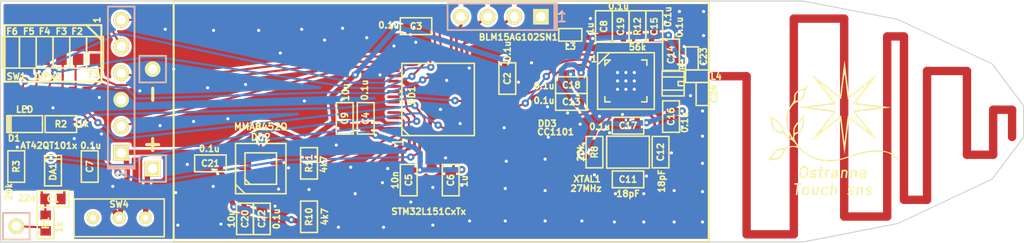
<source format=kicad_pcb>
(kicad_pcb (version 20170123) (host pcbnew "(2017-05-31 revision c0bb8a30c)-makepkg")
  (layers (0 F.Cu signal hide) (31 B.Cu signal hide) (36 B.SilkS user hide) (37 F.SilkS user) (38 B.Mask user) (39 F.Mask user) (44 Edge.Cuts user))
  (net 0 "")
  (net 1 /ANT2)
  (net 2 /BAT_IN)
  (net 3 GND)
  (net 4 /ANT1)
  (net 5 /RF2)
  (net 6 /RF1)
  (net 7 "Net-(C1-Pad1)")
  (net 8 "Net-(C1-Pad2)")
  (net 9 +BATT)
  (net 10 VCC)
  (net 11 "Net-(C11-Pad1)")
  (net 12 "Net-(C12-Pad1)")
  (net 13 "Net-(C13-Pad2)")
  (net 14 "Net-(C22-Pad1)")
  (net 15 "Net-(D1-PadA)")
  (net 16 /SNS)
  (net 17 /DS2)
  (net 18 /DS3)
  (net 19 "Net-(DD1-Pad7)")
  (net 20 /CC_GDO0)
  (net 21 /CC_CS)
  (net 22 /CC_SCK)
  (net 23 /CC_MISO)
  (net 24 /CC_MOSI)
  (net 25 "Net-(DD1-Pad18)")
  (net 26 /I2C_SCL)
  (net 27 /I2C_SDA)
  (net 28 "Net-(DD1-Pad26)")
  (net 29 "Net-(DD1-Pad27)")
  (net 30 "Net-(DD1-Pad28)")
  (net 31 /DS6)
  (net 32 /UART_TX)
  (net 33 /UART_RX)
  (net 34 /DS5)
  (net 35 /DS4)
  (net 36 /SWDIO)
  (net 37 /SWCLK)
  (net 38 /DS1)
  (net 39 /ACC_INT1)
  (net 40 "Net-(DD3-Pad17)")
  (net 41 "Net-(R1-Pad1)")
  (module Radio:ANT_868_SEIDHE (layer F.Cu) (at 185.5 91.1791)
    (fp_text reference ANT1 hide)
    (fp_text value ANT_PCB_MONO hide)
    (pad 1 smd oval (at 2 -4.5) (size 4 0.8) (layers F.Cu) (net 1 /ANT2))
    (pad 1 smd oval (at 5.85 10.6) (size 5.3 0.8) (layers F.Cu) (net 1 /ANT2))
    (pad 1 smd oval (at 10.5 -10) (size 5.6 0.8) (layers F.Cu) (net 1 /ANT2))
    (pad 1 smd oval (at 14.95 8.9) (size 4.9 0.8) (layers F.Cu) (net 1 /ANT2))
    (pad 1 smd oval (at 17.8 -8.3) (size 2.4 0.8) (layers F.Cu) (net 1 /ANT2))
    (pad 1 smd oval (at 19.7 7.3) (size 3 0.8) (layers F.Cu) (net 1 /ANT2))
    (pad 1 smd oval (at 22.7 -5) (size 4.6 0.8) (layers F.Cu) (net 1 /ANT2))
    (pad 1 smd oval (at 3.6 3.05) (size 0.8 15.9) (layers F.Cu) (net 1 /ANT2))
    (pad 1 smd oval (at 8.1 0.3) (size 0.8 21.4) (layers F.Cu) (net 1 /ANT2))
    (pad 1 smd oval (at 12.9 -0.55) (size 0.8 19.7) (layers F.Cu) (net 1 /ANT2))
    (pad 1 smd oval (at 17 0.3) (size 0.8 18) (layers F.Cu) (net 1 /ANT2))
    (pad 1 smd oval (at 18.6 -0.5) (size 0.8 16.4) (layers F.Cu) (net 1 /ANT2))
    (pad 1 smd oval (at 20.8 1.15) (size 0.8 13.1) (layers F.Cu) (net 1 /ANT2))
    (pad 1 smd oval (at 27.1 0.85) (size 0.8 5.1) (layers F.Cu) (net 1 /ANT2))
    (pad 1 smd oval (at 24.6 -1) (size 0.8 8.8) (layers F.Cu) (net 1 /ANT2))
    (pad 1 smd oval (at 25.85 3) (size 3.3 0.8) (layers F.Cu) (net 1 /ANT2))
    (pad 1 smd oval (at 28 -1.3) (size 2.6 0.8) (layers F.Cu) (net 1 /ANT2))
    (pad 1 smd oval (at 28.9 0) (size 0.8 3.4) (layers F.Cu) (net 1 /ANT2))
  )
  (module Radio:BALUN_JOHANSON868 (layer F.Cu) (at 182.1 87.38)
    (fp_text reference BLN1 hide)
    (fp_text value BALUN868JOHANSON hide)
    (fp_text user 1 (at 0.9 -1.68) (layer F.SilkS) (effects (font (size 0.6 0.6))))
    (pad 1 smd rect (at 0.65 -0.7) (size 0.35 0.6) (layers F.Cu F.Mask) (net 4 /ANT1))
    (pad 2 smd rect (at 0 -0.7) (size 0.35 0.6) (layers F.Cu F.Mask) (net 3 GND))
    (pad 3 smd rect (at -0.65 -0.7) (size 0.35 0.6) (layers F.Cu F.Mask) (net 5 /RF2))
    (pad 4 smd rect (at -0.65 0.7) (size 0.35 0.6) (layers F.Cu F.Mask) (net 6 /RF1))
    (pad 5 smd rect (at 0 0.7) (size 0.35 0.6) (layers F.Cu F.Mask) (net 3 GND))
    (pad 6 smd rect (at 0.65 0.7) (size 0.35 0.6) (layers F.Cu F.Mask) (net 3 GND))
  )
  (module Capacitors:CAP_0603 (layer F.Cu) (at 123 98.4)
    (fp_text reference C1 (at 0 0) (layer F.SilkS) (effects (font (size 0.6 0.6))))
    (fp_text value 22n (at -2.5 -0.1) (layer F.SilkS) (effects (font (size 0.6 0.6))))
    (pad 1 smd rect (at -0.762 0) (size 0.889 1.016) (layers F.Cu F.Mask) (net 7 "Net-(C1-Pad1)"))
    (pad 2 smd rect (at 0.762 0) (size 0.889 1.016) (layers F.Cu F.Mask) (net 8 "Net-(C1-Pad2)"))
  )
  (module Capacitors:CAP_0603 (layer F.Cu) (at 166.3 86.9 270)
    (fp_text reference C2 (at 0 0 270) (layer F.SilkS) (effects (font (size 0.6 0.6))))
    (fp_text value 0.1u (at -2.6 0 270) (layer F.SilkS) (effects (font (size 0.6 0.6))))
    (pad 1 smd rect (at -0.762 0 270) (size 0.889 1.016) (layers F.Cu F.Mask) (net 9 +BATT))
    (pad 2 smd rect (at 0.762 0 270) (size 0.889 1.016) (layers F.Cu F.Mask) (net 3 GND))
  )
  (module Capacitors:CAP_0603 (layer F.Cu) (at 157.6 81.9)
    (fp_text reference C3 (at 0 0) (layer F.SilkS) (effects (font (size 0.6 0.6))))
    (fp_text value 0.1u (at -2.6 -0.1) (layer F.SilkS) (effects (font (size 0.6 0.6))))
    (pad 2 smd rect (at 0.762 0) (size 0.889 1.016) (layers F.Cu F.Mask) (net 3 GND))
    (pad 1 smd rect (at -0.762 0) (size 0.889 1.016) (layers F.Cu F.Mask) (net 9 +BATT))
  )
  (module Capacitors:CAP_0603 (layer F.Cu) (at 152.8 90.7 90)
    (fp_text reference C4 (at 0 0 90) (layer F.SilkS) (effects (font (size 0.6 0.6))))
    (fp_text value 0.1u (at 2.7 -0.1 90) (layer F.SilkS) (effects (font (size 0.6 0.6))))
    (pad 1 smd rect (at -0.762 0 90) (size 0.889 1.016) (layers F.Cu F.Mask) (net 9 +BATT))
    (pad 2 smd rect (at 0.762 0 90) (size 0.889 1.016) (layers F.Cu F.Mask) (net 3 GND))
  )
  (module Capacitors:CAP_0603 (layer F.Cu) (at 156.9 96.6 270)
    (fp_text reference C5 (at 0 0 270) (layer F.SilkS) (effects (font (size 0.6 0.6))))
    (fp_text value 10n (at 0 1.3 270) (layer F.SilkS) (effects (font (size 0.6 0.6))))
    (pad 1 smd rect (at -0.762 0 270) (size 0.889 1.016) (layers F.Cu F.Mask) (net 9 +BATT))
    (pad 2 smd rect (at 0.762 0 270) (size 0.889 1.016) (layers F.Cu F.Mask) (net 3 GND))
  )
  (module Capacitors:CAP_0603 (layer F.Cu) (at 160.9 96.6 270)
    (fp_text reference C6 (at 0 0 270) (layer F.SilkS) (effects (font (size 0.6 0.6))))
    (fp_text value 1u (at 0.1 -1.3 270) (layer F.SilkS) (effects (font (size 0.6 0.6))))
    (pad 2 smd rect (at 0.762 0 270) (size 0.889 1.016) (layers F.Cu F.Mask) (net 3 GND))
    (pad 1 smd rect (at -0.762 0 270) (size 0.889 1.016) (layers F.Cu F.Mask) (net 9 +BATT))
  )
  (module Capacitors:CAP_0603 (layer F.Cu) (at 126.5 95.3 90)
    (fp_text reference C7 (at 0 0 90) (layer F.SilkS) (effects (font (size 0.6 0.6))))
    (fp_text value 0.1u (at 2 0.1 180) (layer F.SilkS) (effects (font (size 0.6 0.6))))
    (pad 2 smd rect (at 0.762 0 90) (size 0.889 1.016) (layers F.Cu F.Mask) (net 3 GND))
    (pad 1 smd rect (at -0.762 0 90) (size 0.889 1.016) (layers F.Cu F.Mask) (net 9 +BATT))
  )
  (module Capacitors:CAP_0603 (layer F.Cu) (at 175.5 81.9291 90)
    (fp_text reference C8 (at 0 0 90) (layer F.SilkS) (effects (font (size 0.6 0.6))))
    (fp_text value 1u (at -0.1709 -1.3 90) (layer F.SilkS) (effects (font (size 0.6 0.6))))
    (pad 2 smd rect (at 0.762 0 90) (size 0.889 1.016) (layers F.Cu F.Mask) (net 3 GND))
    (pad 1 smd rect (at -0.762 0 90) (size 0.889 1.016) (layers F.Cu F.Mask) (net 10 VCC))
  )
  (module Capacitors:CAP_0603 (layer F.Cu) (at 150.8 90.7 270)
    (fp_text reference C9 (at 0 0 270) (layer F.SilkS) (effects (font (size 0.6 0.6))))
    (fp_text value 10u (at -2.5 -0.1 270) (layer F.SilkS) (effects (font (size 0.6 0.6))))
    (pad 2 smd rect (at 0.762 0 270) (size 0.889 1.016) (layers F.Cu F.Mask) (net 9 +BATT))
    (pad 1 smd rect (at -0.762 0 270) (size 0.889 1.016) (layers F.Cu F.Mask) (net 3 GND))
  )
  (module Capacitors:CAP_0603 (layer F.Cu) (at 177.8 96.5291)
    (fp_text reference C11 (at 0 0) (layer F.SilkS) (effects (font (size 0.6 0.6))))
    (fp_text value 18pF (at 0 1.3709) (layer F.SilkS) (effects (font (size 0.6 0.6))))
    (pad 2 smd rect (at 0.762 0) (size 0.889 1.016) (layers F.Cu F.Mask) (net 3 GND))
    (pad 1 smd rect (at -0.762 0) (size 0.889 1.016) (layers F.Cu F.Mask) (net 11 "Net-(C11-Pad1)"))
  )
  (module Capacitors:CAP_0603 (layer F.Cu) (at 180.9 93.9291 270)
    (fp_text reference C12 (at 0 0 270) (layer F.SilkS) (effects (font (size 0.6 0.6))))
    (fp_text value 18pF (at 2.7709 -0.1 270) (layer F.SilkS) (effects (font (size 0.6 0.6))))
    (pad 1 smd rect (at -0.762 0 270) (size 0.889 1.016) (layers F.Cu F.Mask) (net 12 "Net-(C12-Pad1)"))
    (pad 2 smd rect (at 0.762 0 270) (size 0.889 1.016) (layers F.Cu F.Mask) (net 3 GND))
  )
  (module Capacitors:CAP_0603 (layer F.Cu) (at 172.4 89.1291)
    (fp_text reference C13 (at 0 0) (layer F.SilkS) (effects (font (size 0.6 0.6))))
    (fp_text value 0.1u (at -2.6 -0.1291) (layer F.SilkS) (effects (font (size 0.6 0.6))))
    (pad 1 smd rect (at -0.762 0) (size 0.889 1.016) (layers F.Cu F.Mask) (net 3 GND))
    (pad 2 smd rect (at 0.762 0) (size 0.889 1.016) (layers F.Cu F.Mask) (net 13 "Net-(C13-Pad2)"))
  )
  (module Capacitors:CAP_0603 (layer F.Cu) (at 181.9 84.6291 90)
    (fp_text reference C14 (at 0 0 90) (layer F.SilkS) (effects (font (size 0.6 0.6))))
    (fp_text value 0.1u (at 2.6291 0.8 90) (layer F.SilkS) (effects (font (size 0.6 0.6))))
    (pad 1 smd rect (at -0.762 0 90) (size 0.889 1.016) (layers F.Cu F.Mask) (net 10 VCC))
    (pad 2 smd rect (at 0.762 0 90) (size 0.889 1.016) (layers F.Cu F.Mask) (net 3 GND))
  )
  (module Capacitors:CAP_0603 (layer F.Cu) (at 180.3 81.9291 90)
    (fp_text reference C15 (at 0 0 90) (layer F.SilkS) (effects (font (size 0.6 0.6))))
    (fp_text value 0.1u (at 0.9291 1.3 90) (layer F.SilkS) (effects (font (size 0.6 0.6))))
    (pad 2 smd rect (at 0.762 0 90) (size 0.889 1.016) (layers F.Cu F.Mask) (net 3 GND))
    (pad 1 smd rect (at -0.762 0 90) (size 0.889 1.016) (layers F.Cu F.Mask) (net 10 VCC))
  )
  (module Capacitors:CAP_0603 (layer F.Cu) (at 181.9 90.5291 270)
    (fp_text reference C16 (at 0 0 270) (layer F.SilkS) (effects (font (size 0.6 0.6))))
    (fp_text value 0.1u (at 0.5709 -1.3 270) (layer F.SilkS) (effects (font (size 0.6 0.6))))
    (pad 2 smd rect (at 0.762 0 270) (size 0.889 1.016) (layers F.Cu F.Mask) (net 3 GND))
    (pad 1 smd rect (at -0.762 0 270) (size 0.889 1.016) (layers F.Cu F.Mask) (net 10 VCC))
  )
  (module Capacitors:CAP_0603 (layer F.Cu) (at 177.8 91.4 180)
    (fp_text reference C17 (at 0 0 180) (layer F.SilkS) (effects (font (size 0.6 0.6))))
    (fp_text value 0.1u (at 2.7 -0.1 180) (layer F.SilkS) (effects (font (size 0.6 0.6))))
    (pad 1 smd rect (at -0.762 0 180) (size 0.889 1.016) (layers F.Cu F.Mask) (net 10 VCC))
    (pad 2 smd rect (at 0.762 0 180) (size 0.889 1.016) (layers F.Cu F.Mask) (net 3 GND))
  )
  (module Capacitors:CAP_0603 (layer F.Cu) (at 172.4 87.5291 180)
    (fp_text reference C18 (at 0 0 180) (layer F.SilkS) (effects (font (size 0.6 0.6))))
    (fp_text value 0.1u (at 2.6 -0.0709 180) (layer F.SilkS) (effects (font (size 0.6 0.6))))
    (pad 1 smd rect (at -0.762 0 180) (size 0.889 1.016) (layers F.Cu F.Mask) (net 10 VCC))
    (pad 2 smd rect (at 0.762 0 180) (size 0.889 1.016) (layers F.Cu F.Mask) (net 3 GND))
  )
  (module Capacitors:CAP_0603 (layer F.Cu) (at 177.1 81.9291 90)
    (fp_text reference C19 (at 0 0 90) (layer F.SilkS) (effects (font (size 0.6 0.6))))
    (fp_text value 0.1u (at 1.9291 -0.2 180) (layer F.SilkS) (effects (font (size 0.6 0.6))))
    (pad 1 smd rect (at -0.762 0 90) (size 0.889 1.016) (layers F.Cu F.Mask) (net 10 VCC))
    (pad 2 smd rect (at 0.762 0 90) (size 0.889 1.016) (layers F.Cu F.Mask) (net 3 GND))
  )
  (module Capacitors:CAP_0603 (layer F.Cu) (at 141.3 100.3 270)
    (fp_text reference C20 (at 0 0 270) (layer F.SilkS) (effects (font (size 0.6 0.6))))
    (fp_text value 10u (at 0 1.3 270) (layer F.SilkS) (effects (font (size 0.6 0.6))))
    (pad 1 smd rect (at -0.762 0 270) (size 0.889 1.016) (layers F.Cu F.Mask) (net 9 +BATT))
    (pad 2 smd rect (at 0.762 0 270) (size 0.889 1.016) (layers F.Cu F.Mask) (net 3 GND))
  )
  (module Capacitors:CAP_0603 (layer F.Cu) (at 138 95 180)
    (fp_text reference C21 (at 0 0 180) (layer F.SilkS) (effects (font (size 0.6 0.6))))
    (fp_text value 0.1u (at 0.1 1.4 180) (layer F.SilkS) (effects (font (size 0.6 0.6))))
    (pad 2 smd rect (at 0.762 0 180) (size 0.889 1.016) (layers F.Cu F.Mask) (net 3 GND))
    (pad 1 smd rect (at -0.762 0 180) (size 0.889 1.016) (layers F.Cu F.Mask) (net 9 +BATT))
  )
  (module Capacitors:CAP_0603 (layer F.Cu) (at 142.9 100.3 270)
    (fp_text reference C22 (at 0 0 270) (layer F.SilkS) (effects (font (size 0.6 0.6))))
    (fp_text value 0.1u (at 0 -1.4 270) (layer F.SilkS) (effects (font (size 0.6 0.6))))
    (pad 2 smd rect (at 0.762 0 270) (size 0.889 1.016) (layers F.Cu F.Mask) (net 3 GND))
    (pad 1 smd rect (at -0.762 0 270) (size 0.889 1.016) (layers F.Cu F.Mask) (net 14 "Net-(C22-Pad1)"))
  )
  (module Capacitors:CAP_0402 (layer F.Cu) (at 183.8898 84.9781 90)
    (fp_text reference C23 (at 0.1781 1.1102 90) (layer F.SilkS) (effects (font (size 0.6 0.6))))
    (fp_text value * hide)
    (pad 2 smd rect (at 0.5 0 90) (size 0.6 0.6) (layers F.Cu F.Mask) (net 3 GND))
    (pad 1 smd rect (at -0.5 0 90) (size 0.6 0.6) (layers F.Cu F.Mask) (net 4 /ANT1))
  )
  (module Capacitors:CAP_0402 (layer F.Cu) (at 184.8898 88.3781 270)
    (fp_text reference C24 (at 0 -1.1 270) (layer F.SilkS) (effects (font (size 0.6 0.6))))
    (fp_text value * hide)
    (pad 1 smd rect (at -0.5 0 270) (size 0.6 0.6) (layers F.Cu F.Mask) (net 1 /ANT2))
    (pad 2 smd rect (at 0.5 0 270) (size 0.6 0.6) (layers F.Cu F.Mask) (net 3 GND))
  )
  (module LEDs:LED_0603 (layer F.Cu) (at 120.5 91.25 180)
    (fp_text reference D1 (at 1.2 -1.35 180) (layer F.SilkS) (effects (font (size 0.6 0.6))))
    (fp_text value LED (at 0.2 1.4 180) (layer F.SilkS) (effects (font (size 0.6 0.6))))
    (pad A smd rect (at -0.762 0 180) (size 0.889 1.016) (layers F.Cu F.Mask) (net 15 "Net-(D1-PadA)"))
    (pad C smd rect (at 0.762 0 180) (size 0.889 1.016) (layers F.Cu F.Mask) (net 3 GND))
  )
  (module SOT:SOT23-6 (layer F.Cu) (at 123 95.7 270)
    (fp_text reference DA1 (at 0.1 0 270) (layer F.SilkS) (effects (font (size 0.6 0.6))))
    (fp_text value AT42QT101x (at -2.4 0.4) (layer F.SilkS) (effects (font (size 0.6 0.6))))
    (pad 1 smd rect (at -0.94996 1.30048 270) (size 0.635 1.09982) (layers F.Cu F.Mask) (net 16 /SNS))
    (pad 2 smd oval (at 0 1.30048 270) (size 0.635 1.09982) (layers F.Cu F.Mask) (net 3 GND))
    (pad 3 smd oval (at 0.94996 1.30048 270) (size 0.635 1.09982) (layers F.Cu F.Mask) (net 7 "Net-(C1-Pad1)"))
    (pad 4 smd oval (at 0.94996 -1.30048 270) (size 0.635 1.09982) (layers F.Cu F.Mask) (net 8 "Net-(C1-Pad2)"))
    (pad 5 smd oval (at 0 -1.30048 270) (size 0.635 1.09982) (layers F.Cu F.Mask) (net 9 +BATT))
    (pad 6 smd oval (at -0.94996 -1.30048 270) (size 0.635 1.09982) (layers F.Cu F.Mask) (net 3 GND))
  )
  (module LQFP_TQFP:LQFP48 (layer F.Cu) (at 159.7 88.9 90)
    (fp_text reference DD1 (at 0.39878 -2.49936 90) (layer F.SilkS) (effects (font (size 0.59944 0.59944) (thickness 0.14986))))
    (fp_text value STM32L151CxTx (at -10.7 -0.9 180) (layer F.SilkS) (effects (font (size 0.59944 0.59944) (thickness 0.14986))))
    (fp_text user 1 (at -4.064 -3.81 90) (layer F.SilkS))
    (pad 1 smd rect (at -4.25 -2.75 90) (size 1.2 0.27) (layers F.Cu F.Mask) (net 9 +BATT))
    (pad 2 smd oval (at -4.25 -2.25 90) (size 1.2 0.27) (layers F.Cu F.Mask) (net 17 /DS2))
    (pad 3 smd oval (at -4.25 -1.75 90) (size 1.2 0.27) (layers F.Cu F.Mask) (net 18 /DS3))
    (pad 4 smd oval (at -4.25 -1.25 90) (size 1.2 0.27) (layers F.Cu F.Mask))
    (pad 5 smd oval (at -4.25 -0.75 90) (size 1.2 0.27) (layers F.Cu F.Mask))
    (pad 6 smd oval (at -4.25 -0.25 90) (size 1.2 0.27) (layers F.Cu F.Mask))
    (pad 7 smd oval (at -4.25 0.25 90) (size 1.2 0.27) (layers F.Cu F.Mask) (net 19 "Net-(DD1-Pad7)"))
    (pad 8 smd oval (at -4.25 0.75 90) (size 1.2 0.27) (layers F.Cu F.Mask) (net 3 GND))
    (pad 9 smd oval (at -4.25 1.25 90) (size 1.2 0.27) (layers F.Cu F.Mask) (net 9 +BATT))
    (pad 10 smd oval (at -4.25 1.75 90) (size 1.2 0.27) (layers F.Cu F.Mask) (net 16 /SNS))
    (pad 11 smd oval (at -4.25 2.25 90) (size 1.2 0.27) (layers F.Cu F.Mask))
    (pad 12 smd oval (at -4.25 2.75 90) (size 1.2 0.27) (layers F.Cu F.Mask))
    (pad 13 smd oval (at -2.75 4.25 180) (size 1.2 0.27) (layers F.Cu F.Mask) (net 20 /CC_GDO0))
    (pad 14 smd oval (at -2.25 4.25 180) (size 1.2 0.27) (layers F.Cu F.Mask) (net 21 /CC_CS))
    (pad 15 smd oval (at -1.75 4.25 180) (size 1.2 0.27) (layers F.Cu F.Mask) (net 22 /CC_SCK))
    (pad 16 smd oval (at -1.25 4.25 180) (size 1.2 0.27) (layers F.Cu F.Mask) (net 23 /CC_MISO))
    (pad 17 smd oval (at -0.75 4.25 180) (size 1.2 0.27) (layers F.Cu F.Mask) (net 24 /CC_MOSI))
    (pad 18 smd oval (at -0.25 4.25 180) (size 1.2 0.27) (layers F.Cu F.Mask) (net 25 "Net-(DD1-Pad18)"))
    (pad 19 smd oval (at 0.25 4.25 180) (size 1.2 0.27) (layers F.Cu F.Mask))
    (pad 20 smd oval (at 0.75 4.25 180) (size 1.2 0.27) (layers F.Cu F.Mask))
    (pad 21 smd oval (at 1.25 4.25 180) (size 1.2 0.27) (layers F.Cu F.Mask))
    (pad 22 smd oval (at 1.75 4.25 180) (size 1.2 0.27) (layers F.Cu F.Mask))
    (pad 23 smd oval (at 2.25 4.25 180) (size 1.2 0.27) (layers F.Cu F.Mask) (net 3 GND))
    (pad 24 smd oval (at 2.75 4.25 180) (size 1.2 0.27) (layers F.Cu F.Mask) (net 9 +BATT))
    (pad 25 smd oval (at 4.25 2.75 90) (size 1.2 0.27) (layers F.Cu F.Mask))
    (pad 26 smd oval (at 4.25 2.25 90) (size 1.2 0.27) (layers F.Cu F.Mask) (net 28 "Net-(DD1-Pad26)"))
    (pad 27 smd oval (at 4.25 1.75 90) (size 1.2 0.27) (layers F.Cu F.Mask) (net 29 "Net-(DD1-Pad27)"))
    (pad 28 smd oval (at 4.25 1.25 90) (size 1.2 0.27) (layers F.Cu F.Mask) (net 30 "Net-(DD1-Pad28)"))
    (pad 29 smd oval (at 4.25 0.75 90) (size 1.2 0.27) (layers F.Cu F.Mask) (net 31 /DS6))
    (pad 30 smd oval (at 4.25 0.25 90) (size 1.2 0.27) (layers F.Cu F.Mask) (net 32 /UART_TX))
    (pad 31 smd oval (at 4.25 -0.25 90) (size 1.2 0.27) (layers F.Cu F.Mask) (net 33 /UART_RX))
    (pad 32 smd oval (at 4.25 -0.75 90) (size 1.2 0.27) (layers F.Cu F.Mask) (net 34 /DS5))
    (pad 33 smd oval (at 4.25 -1.25 90) (size 1.2 0.27) (layers F.Cu F.Mask) (net 35 /DS4))
    (pad 34 smd oval (at 4.25 -1.75 90) (size 1.2 0.27) (layers F.Cu F.Mask) (net 36 /SWDIO))
    (pad 35 smd oval (at 4.25 -2.25 90) (size 1.2 0.27) (layers F.Cu F.Mask) (net 3 GND))
    (pad 36 smd oval (at 4.25 -2.75 90) (size 1.2 0.27) (layers F.Cu F.Mask) (net 9 +BATT))
    (pad 37 smd oval (at 2.75 -4.25 180) (size 1.2 0.27) (layers F.Cu F.Mask) (net 37 /SWCLK))
    (pad 38 smd oval (at 2.25 -4.25 180) (size 1.2 0.27) (layers F.Cu F.Mask) (net 38 /DS1))
    (pad 39 smd oval (at 1.75 -4.25 180) (size 1.2 0.27) (layers F.Cu F.Mask))
    (pad 40 smd oval (at 1.25 -4.25 180) (size 1.2 0.27) (layers F.Cu F.Mask) (net 39 /ACC_INT1))
    (pad 41 smd oval (at 0.75 -4.25 180) (size 1.2 0.27) (layers F.Cu F.Mask))
    (pad 42 smd oval (at 0.25 -4.25 180) (size 1.2 0.27) (layers F.Cu F.Mask))
    (pad 43 smd oval (at -0.25 -4.25 180) (size 1.2 0.27) (layers F.Cu F.Mask))
    (pad 44 smd oval (at -0.75 -4.25 180) (size 1.2 0.27) (layers F.Cu F.Mask) (net 3 GND))
    (pad 45 smd oval (at -1.25 -4.25 180) (size 1.2 0.27) (layers F.Cu F.Mask) (net 26 /I2C_SCL))
    (pad 46 smd oval (at -1.75 -4.25 180) (size 1.2 0.27) (layers F.Cu F.Mask) (net 27 /I2C_SDA))
    (pad 47 smd oval (at -2.25 -4.25 180) (size 1.2 0.27) (layers F.Cu F.Mask) (net 3 GND))
    (pad 48 smd oval (at -2.75 -4.25 180) (size 1.2 0.27) (layers F.Cu F.Mask) (net 9 +BATT))
  )
  (module QFN_DFN:QFN16_5x3 (layer F.Cu) (at 142.8 95.5)
    (fp_text reference DD2 (at 0 -2.99974) (layer F.SilkS) (effects (font (size 0.635 0.635) (thickness 0.14986))))
    (fp_text value MMA8452Q (at 0 -4.0005) (layer F.SilkS) (effects (font (size 0.635 0.635) (thickness 0.14986))))
    (pad 1 smd rect (at -1.00076 1.50114 90) (size 1.19888 0.29972) (layers F.Cu F.Mask) (net 9 +BATT))
    (pad 2 smd oval (at -0.50038 1.50114 90) (size 1.19888 0.29972) (layers F.Cu F.Mask) (net 14 "Net-(C22-Pad1)"))
    (pad 3 smd oval (at 0 1.50114 90) (size 1.19888 0.29972) (layers F.Cu F.Mask))
    (pad 4 smd oval (at 0.50038 1.50114 90) (size 1.19888 0.29972) (layers F.Cu F.Mask) (net 26 /I2C_SCL))
    (pad 5 smd oval (at 1.00076 1.50114 90) (size 1.19888 0.29972) (layers F.Cu F.Mask) (net 3 GND))
    (pad 6 smd oval (at 1.50114 0.50038) (size 1.19888 0.29972) (layers F.Cu F.Mask) (net 27 /I2C_SDA))
    (pad 7 smd oval (at 1.50114 0) (size 1.19888 0.29972) (layers F.Cu F.Mask) (net 3 GND))
    (pad 8 smd oval (at 1.50114 -0.50038) (size 1.19888 0.29972) (layers F.Cu F.Mask))
    (pad 9 smd oval (at 1.00076 -1.50114 90) (size 1.19888 0.29972) (layers F.Cu F.Mask))
    (pad 10 smd oval (at 0.50038 -1.50114 90) (size 1.19888 0.29972) (layers F.Cu F.Mask) (net 3 GND))
    (pad 11 smd oval (at 0 -1.50114 90) (size 1.19888 0.29972) (layers F.Cu F.Mask) (net 39 /ACC_INT1))
    (pad 12 smd oval (at -0.50038 -1.50114 90) (size 1.19888 0.29972) (layers F.Cu F.Mask) (net 3 GND))
    (pad 13 smd oval (at -1.00076 -1.50114 90) (size 1.19888 0.29972) (layers F.Cu F.Mask))
    (pad 14 smd oval (at -1.50114 -0.50038) (size 1.19888 0.29972) (layers F.Cu F.Mask) (net 9 +BATT))
    (pad 15 smd oval (at -1.50114 0) (size 1.19888 0.29972) (layers F.Cu F.Mask))
    (pad 16 smd oval (at -1.50114 0.50038) (size 1.19888 0.29972) (layers F.Cu F.Mask))
  )
  (module QFN_DFN:QFN20 (layer F.Cu) (at 177.6 87.1291)
    (fp_text reference DD3 (at -7.5 4.0709) (layer F.SilkS) (effects (font (size 0.6 0.6))))
    (fp_text value CC1101 (at -6.7 4.8709) (layer F.SilkS) (effects (font (size 0.6 0.6))))
    (fp_text user 1 (at -3.04 -2.1) (layer F.SilkS) (effects (font (size 0.6 0.6))))
    (pad 1 smd rect (at -1.95 -1) (size 1 0.28) (layers F.Cu F.Mask) (net 22 /CC_SCK))
    (pad 2 smd oval (at -1.95 -0.5) (size 1 0.28) (layers F.Cu F.Mask) (net 23 /CC_MISO))
    (pad 3 smd oval (at -1.95 0) (size 1 0.28) (layers F.Cu F.Mask))
    (pad 4 smd oval (at -1.95 0.5) (size 1 0.28) (layers F.Cu F.Mask) (net 10 VCC))
    (pad 5 smd oval (at -1.95 1) (size 1 0.28) (layers F.Cu F.Mask) (net 13 "Net-(C13-Pad2)"))
    (pad 6 smd oval (at -1 1.95 90) (size 1 0.28) (layers F.Cu F.Mask) (net 20 /CC_GDO0))
    (pad 7 smd oval (at -0.5 1.95 90) (size 1 0.28) (layers F.Cu F.Mask) (net 21 /CC_CS))
    (pad 8 smd oval (at 0 1.95 90) (size 1 0.28) (layers F.Cu F.Mask) (net 11 "Net-(C11-Pad1)"))
    (pad 9 smd oval (at 0.5 1.95 90) (size 1 0.28) (layers F.Cu F.Mask) (net 10 VCC))
    (pad 10 smd oval (at 1 1.95 90) (size 1 0.28) (layers F.Cu F.Mask) (net 12 "Net-(C12-Pad1)"))
    (pad 11 smd oval (at 1.95 1 180) (size 1 0.28) (layers F.Cu F.Mask) (net 10 VCC))
    (pad 12 smd oval (at 1.95 0.5 180) (size 1 0.28) (layers F.Cu F.Mask) (net 6 /RF1))
    (pad 13 smd oval (at 1.95 0 180) (size 1 0.28) (layers F.Cu F.Mask) (net 5 /RF2))
    (pad 14 smd oval (at 1.95 -0.5 180) (size 1 0.28) (layers F.Cu F.Mask) (net 10 VCC))
    (pad 15 smd oval (at 1.95 -1 180) (size 1 0.28) (layers F.Cu F.Mask) (net 10 VCC))
    (pad 16 smd oval (at 1 -1.95 90) (size 1 0.28) (layers F.Cu F.Mask) (net 3 GND))
    (pad 17 smd oval (at 0.5 -1.95 90) (size 1 0.28) (layers F.Cu F.Mask) (net 40 "Net-(DD3-Pad17)"))
    (pad 18 smd oval (at 0 -1.95 90) (size 1 0.28) (layers F.Cu F.Mask) (net 10 VCC))
    (pad 19 smd oval (at -0.5 -1.95 90) (size 1 0.28) (layers F.Cu F.Mask) (net 3 GND))
    (pad 20 smd oval (at -1 -1.95 90) (size 1 0.28) (layers F.Cu F.Mask) (net 24 /CC_MOSI))
    (pad PAD thru_hole rect (at 0 0) (size 0.8 0.8) (drill 0.3) (layers *.Cu F.Mask) (net 3 GND))
    (pad PAD thru_hole rect (at 0.8 0) (size 0.8 0.8) (drill 0.3) (layers *.Cu F.Mask) (net 3 GND))
    (pad PAD thru_hole rect (at 0 -0.8) (size 0.8 0.8) (drill 0.3) (layers *.Cu F.Mask) (net 3 GND))
    (pad PAD thru_hole rect (at 0.8 -0.8) (size 0.8 0.8) (drill 0.3) (layers *.Cu F.Mask) (net 3 GND))
    (pad PAD thru_hole rect (at -0.8 -0.8) (size 0.8 0.8) (drill 0.3) (layers *.Cu F.Mask) (net 3 GND))
    (pad PAD thru_hole rect (at -0.8 0) (size 0.8 0.8) (drill 0.3) (layers *.Cu F.Mask) (net 3 GND))
    (pad PAD thru_hole rect (at -0.8 0.8) (size 0.8 0.8) (drill 0.3) (layers *.Cu F.Mask) (net 3 GND))
    (pad PAD thru_hole rect (at 0 0.8) (size 0.8 0.8) (drill 0.3) (layers *.Cu F.Mask) (net 3 GND))
    (pad PAD thru_hole rect (at 0.8 0.8) (size 0.8 0.8) (drill 0.3) (layers *.Cu F.Mask) (net 3 GND))
  )
  (module Resistors:RES_0603_FUSE (layer F.Cu) (at 127 84.4 270)
    (fp_text reference F1 (at 2.1 0.1) (layer F.SilkS) (effects (font (size 0.6 0.6))))
    (fp_text value Fuse0R hide)
    (pad 1 smd rect (at -0.66 0 270) (size 1.08 1) (layers F.Cu F.Mask) (net 3 GND))
    (pad 2 smd rect (at 0.66 0 270) (size 1.08 1) (layers F.Cu F.Mask) (net 38 /DS1))
  )
  (module Resistors:RES_0603_FUSE (layer F.Cu) (at 125.4 84.4 270)
    (fp_text reference F2 (at -2 0.1) (layer F.SilkS) (effects (font (size 0.6 0.6))))
    (fp_text value Fuse0R hide)
    (pad 2 smd rect (at 0.66 0 270) (size 1.08 1) (layers F.Cu F.Mask) (net 17 /DS2))
    (pad 1 smd rect (at -0.66 0 270) (size 1.08 1) (layers F.Cu F.Mask) (net 3 GND))
  )
  (module Resistors:RES_0603_FUSE (layer F.Cu) (at 123.8 84.4 270)
    (fp_text reference F3 (at -2 0) (layer F.SilkS) (effects (font (size 0.6 0.6))))
    (fp_text value Fuse0R hide)
    (pad 1 smd rect (at -0.66 0 270) (size 1.08 1) (layers F.Cu F.Mask) (net 3 GND))
    (pad 2 smd rect (at 0.66 0 270) (size 1.08 1) (layers F.Cu F.Mask) (net 18 /DS3))
  )
  (module Resistors:RES_0603_FUSE (layer F.Cu) (at 122.2 84.4 270)
    (fp_text reference F4 (at -2 0) (layer F.SilkS) (effects (font (size 0.6 0.6))))
    (fp_text value Fuse0R hide)
    (pad 2 smd rect (at 0.66 0 270) (size 1.08 1) (layers F.Cu F.Mask) (net 35 /DS4))
    (pad 1 smd rect (at -0.66 0 270) (size 1.08 1) (layers F.Cu F.Mask) (net 3 GND))
  )
  (module Resistors:RES_0603_FUSE (layer F.Cu) (at 120.6 84.4 270)
    (fp_text reference F5 (at -2 -0.1) (layer F.SilkS) (effects (font (size 0.6 0.6))))
    (fp_text value Fuse0R hide)
    (pad 1 smd rect (at -0.66 0 270) (size 1.08 1) (layers F.Cu F.Mask) (net 3 GND))
    (pad 2 smd rect (at 0.66 0 270) (size 1.08 1) (layers F.Cu F.Mask) (net 34 /DS5))
  )
  (module Resistors:RES_0603_FUSE (layer F.Cu) (at 119 84.4 270)
    (fp_text reference F6 (at -2 -0.1) (layer F.SilkS) (effects (font (size 0.6 0.6))))
    (fp_text value Fuse0R hide)
    (pad 2 smd rect (at 0.66 0 270) (size 1.08 1) (layers F.Cu F.Mask) (net 31 /DS6))
    (pad 1 smd rect (at -0.66 0 270) (size 1.08 1) (layers F.Cu F.Mask) (net 3 GND))
  )
  (module Inductors:IND_0402 (layer F.Cu) (at 172.3 82.7291 180)
    (fp_text reference L3 (at 0 -1.1 180) (layer F.SilkS) (effects (font (size 0.6 0.6))))
    (fp_text value BLM15AG102SN1 (at 4.95 -0.2209 180) (layer F.SilkS) (effects (font (size 0.6 0.6))))
    (pad 1 smd rect (at -0.5 0 180) (size 0.6 0.6) (layers F.Cu F.Mask) (net 10 VCC))
    (pad 2 smd rect (at 0.5 0 180) (size 0.6 0.6) (layers F.Cu F.Mask) (net 9 +BATT))
  )
  (module Inductors:IND_0402 (layer F.Cu) (at 184.3898 86.6781 180)
    (fp_text reference L4 (at -1.8102 -0.0219 180) (layer F.SilkS) (effects (font (size 0.6 0.6))))
    (fp_text value * hide)
    (pad 2 smd rect (at 0.5 0 180) (size 0.6 0.6) (layers F.Cu F.Mask) (net 4 /ANT1))
    (pad 1 smd rect (at -0.5 0 180) (size 0.6 0.6) (layers F.Cu F.Mask) (net 1 /ANT2))
  )
  (module Pictures:Ostranna_12d7_10d1 (layer F.Cu) (at 197.25 90)
    (fp_text reference Logo1 hide)
    (fp_text value Logo hide)
  )
  (module Resistors:RES_0603 (layer F.Cu) (at 122.3 100.7 90)
    (fp_text reference R1 (at 0 0 90) (layer F.SilkS) (effects (font (size 0.6 0.6))))
    (fp_text value 1k (at -0.4 1.3 90) (layer F.SilkS) (effects (font (size 0.6 0.6))))
    (pad 2 smd rect (at 0.75 0 90) (size 0.9 1) (layers F.Cu F.Mask) (net 7 "Net-(C1-Pad1)"))
    (pad 1 smd rect (at -0.75 0 90) (size 0.9 1) (layers F.Cu F.Mask) (net 41 "Net-(R1-Pad1)"))
  )
  (module Resistors:RES_0603 (layer F.Cu) (at 123.75 91.25 180)
    (fp_text reference R2 (at 0 0 180) (layer F.SilkS) (effects (font (size 0.6 0.6))))
    (fp_text value 1k (at -2.15 0.05 180) (layer F.SilkS) (effects (font (size 0.6 0.6))))
    (pad 1 smd rect (at -0.75 0 180) (size 0.9 1) (layers F.Cu F.Mask) (net 25 "Net-(DD1-Pad18)"))
    (pad 2 smd rect (at 0.75 0 180) (size 0.9 1) (layers F.Cu F.Mask) (net 15 "Net-(D1-PadA)"))
  )
  (module Resistors:RES_0603 (layer F.Cu) (at 119.5 95.3 270)
    (fp_text reference R3 (at 0 0 270) (layer F.SilkS) (effects (font (size 0.6 0.6))))
    (fp_text value 20k (at 2.4 0.7 270) (layer F.SilkS) (effects (font (size 0.6 0.6))))
    (pad 1 smd rect (at -0.75 0 270) (size 0.9 1) (layers F.Cu F.Mask) (net 16 /SNS))
    (pad 2 smd rect (at 0.75 0 270) (size 0.9 1) (layers F.Cu F.Mask) (net 3 GND))
  )
  (module Resistors:RES_0603 (layer F.Cu) (at 174.6 93.9291 270)
    (fp_text reference R8 (at 0 0 270) (layer F.SilkS) (effects (font (size 0.6 0.6))))
    (fp_text value 20k (at 0.0709 1.3 270) (layer F.SilkS) (effects (font (size 0.6 0.6))))
    (pad 2 smd rect (at 0.75 0 270) (size 0.9 1) (layers F.Cu F.Mask) (net 10 VCC))
    (pad 1 smd rect (at -0.75 0 270) (size 0.9 1) (layers F.Cu F.Mask) (net 21 /CC_CS))
  )
  (module Resistors:RES_0603 (layer F.Cu) (at 147.4 100.1 90)
    (fp_text reference R10 (at 0 0 90) (layer F.SilkS) (effects (font (size 0.6 0.6))))
    (fp_text value 4k7 (at 0 1.5 90) (layer F.SilkS) (effects (font (size 0.6 0.6))))
    (pad 1 smd rect (at -0.75 0 90) (size 0.9 1) (layers F.Cu F.Mask) (net 9 +BATT))
    (pad 2 smd rect (at 0.75 0 90) (size 0.9 1) (layers F.Cu F.Mask) (net 26 /I2C_SCL))
  )
  (module Resistors:RES_0603 (layer F.Cu) (at 147.4 95 90)
    (fp_text reference R11 (at 0 0 90) (layer F.SilkS) (effects (font (size 0.6 0.6))))
    (fp_text value 4k7 (at -0.1 1.4 90) (layer F.SilkS) (effects (font (size 0.6 0.6))))
    (pad 2 smd rect (at 0.75 0 90) (size 0.9 1) (layers F.Cu F.Mask) (net 9 +BATT))
    (pad 1 smd rect (at -0.75 0 90) (size 0.9 1) (layers F.Cu F.Mask) (net 27 /I2C_SDA))
  )
  (module Resistors:RES_0603 (layer F.Cu) (at 178.7 81.9291 90)
    (fp_text reference R12 (at 0 0 90) (layer F.SilkS) (effects (font (size 0.6 0.6))))
    (fp_text value 56k (at -1.9709 0 180) (layer F.SilkS) (effects (font (size 0.6 0.6))))
    (pad 1 smd rect (at -0.75 0 90) (size 0.9 1) (layers F.Cu F.Mask) (net 40 "Net-(DD3-Pad17)"))
    (pad 2 smd rect (at 0.75 0 90) (size 0.9 1) (layers F.Cu F.Mask) (net 3 GND))
  )
  (module BtnsSwitches:DIP_SMD_1D27X6 (layer F.Cu) (at 123 84.5 270)
    (fp_text reference SW1 (at 2.2 3.5) (layer F.SilkS) (effects (font (size 0.6 0.6))))
    (fp_text value DIPx6 (at 2.2 0.5) (layer F.SilkS) (effects (font (size 0.6 0.6))))
    (fp_text user 1 (at -3.2 -4.2 90) (layer F.SilkS) (effects (font (size 0.6 0.6))))
    (pad 1 smd rect (at -3.81 -3.175 270) (size 1.27 0.76) (layers F.Cu F.Mask) (net 3 GND))
    (pad 2 smd rect (at -3.81 -1.905 270) (size 1.27 0.76) (layers F.Cu F.Mask) (net 3 GND))
    (pad 3 smd rect (at -3.81 -0.635 270) (size 1.27 0.76) (layers F.Cu F.Mask) (net 3 GND))
    (pad 4 smd rect (at -3.81 0.635 270) (size 1.27 0.76) (layers F.Cu F.Mask) (net 3 GND))
    (pad 5 smd rect (at -3.81 1.905 270) (size 1.27 0.76) (layers F.Cu F.Mask) (net 3 GND))
    (pad 6 smd rect (at -3.81 3.175 270) (size 1.27 0.76) (layers F.Cu F.Mask) (net 3 GND))
    (pad 7 smd rect (at 3.81 3.175 270) (size 1.27 0.76) (layers F.Cu F.Mask) (net 31 /DS6))
    (pad 8 smd rect (at 3.81 1.905 270) (size 1.27 0.76) (layers F.Cu F.Mask) (net 34 /DS5))
    (pad 9 smd rect (at 3.81 0.635 270) (size 1.27 0.76) (layers F.Cu F.Mask) (net 35 /DS4))
    (pad 10 smd rect (at 3.81 -0.635 270) (size 1.27 0.76) (layers F.Cu F.Mask) (net 18 /DS3))
    (pad 11 smd rect (at 3.81 -1.905 270) (size 1.27 0.76) (layers F.Cu F.Mask) (net 17 /DS2))
    (pad 12 smd rect (at 3.81 -3.175 270) (size 1.27 0.76) (layers F.Cu F.Mask) (net 38 /DS1))
  )
  (module BtnsSwitches:SW_SS-1P2T (layer F.Cu) (at 129.3 100.2 180)
    (fp_text reference SW4 (at 0 1.3 180) (layer F.SilkS) (effects (font (size 0.6 0.6))))
    (fp_text value SWITCH)
    (pad 1 thru_hole circle (at -2.5 0 180) (size 1.2 1.2) (drill 0.6) (layers *.Cu *.Mask F.SilkS) (net 2 /BAT_IN))
    (pad 2 thru_hole circle (at 0 0 180) (size 1.2 1.2) (drill 0.6) (layers *.Cu *.Mask F.SilkS) (net 9 +BATT))
    (pad 3 thru_hole circle (at 2.5 0 180) (size 1.2 1.2) (drill 0.6) (layers *.Cu *.Mask F.SilkS))
  )
  (module PCB:TESTPOINT_1MM (layer F.Cu) (at 159.1 95.4)
    (fp_text reference TP1 hide)
    (fp_text value TESTPOINT hide)
    (pad 1 smd circle (at 0 0) (size 1 1) (layers F.Cu F.Mask) (net 19 "Net-(DD1-Pad7)"))
  )
  (module PCB:TESTPOINT_1MM (layer F.Cu) (at 165.8 92.9)
    (fp_text reference TP2 hide)
    (fp_text value TESTPOINT hide)
    (pad 1 smd circle (at 0 0) (size 1 1) (layers F.Cu F.Mask) (net 20 /CC_GDO0))
  )
  (module Connectors:PLS-6 (layer F.Cu) (at 129.5 94 90)
    (fp_text reference XL1 hide)
    (fp_text value CONN_6 hide)
    (fp_text user 1 (at -2 0 90) (layer B.SilkS) (effects (justify mirror)))
    (fp_text user 1 (at -2 0 90) (layer F.SilkS))
    (pad 1 thru_hole rect (at 0 0 90) (size 1.5 1.5) (drill 0.9) (layers *.Cu *.Mask F.SilkS) (net 9 +BATT))
    (pad 2 thru_hole circle (at 2.54 0 90) (size 1.5 1.5) (drill 0.9) (layers *.Cu *.Mask F.SilkS) (net 37 /SWCLK))
    (pad 3 thru_hole circle (at 5.08 0 90) (size 1.5 1.5) (drill 0.9) (layers *.Cu *.Mask F.SilkS) (net 3 GND))
    (pad 4 thru_hole circle (at 7.62 0 90) (size 1.5 1.5) (drill 0.9) (layers *.Cu *.Mask F.SilkS) (net 36 /SWDIO))
    (pad 5 thru_hole circle (at 10.16 0 90) (size 1.5 1.5) (drill 0.9) (layers *.Cu *.Mask F.SilkS) (net 32 /UART_TX))
    (pad 6 thru_hole circle (at 12.7 0 90) (size 1.5 1.5) (drill 0.9) (layers *.Cu *.Mask F.SilkS) (net 33 /UART_RX))
  )
  (module Connectors:PLS-1Rnd (layer F.Cu) (at 119.5 101)
    (fp_text reference XL2 hide)
    (fp_text value CONN_1 hide)
    (pad 1 thru_hole circle (at 0 0) (size 1.5 1.5) (drill 0.9) (layers *.Cu *.Mask F.SilkS) (net 41 "Net-(R1-Pad1)"))
  )
  (module Quartz:03225C4 (layer F.Cu) (at 177.8 93.9291)
    (fp_text reference XTAL1 (at -3.9 2.5709) (layer F.SilkS) (effects (font (size 0.59944 0.59944) (thickness 0.14986))))
    (fp_text value 27MHz (at -4 3.4709) (layer F.SilkS) (effects (font (size 0.59944 0.59944) (thickness 0.14986))))
    (pad 1 smd rect (at -1.1 0.8) (size 1.4 1) (layers F.Cu F.Mask) (net 11 "Net-(C11-Pad1)"))
    (pad H smd rect (at 1.1 0.8) (size 1.4 1) (layers F.Cu F.Mask) (net 3 GND))
    (pad 2 smd rect (at 1.1 -0.8) (size 1.4 1) (layers F.Cu F.Mask) (net 12 "Net-(C12-Pad1)"))
    (pad H smd rect (at -1.1 -0.8) (size 1.4 1) (layers F.Cu F.Mask) (net 3 GND))
  )
  (module Connectors:PLS-1Square (layer F.Cu) (at 132.5 95.5)
    (fp_text reference XL3 hide)
    (fp_text value CONN_1 hide)
    (pad 1 thru_hole rect (at 0 0) (size 1.5 1.5) (drill 0.9) (layers *.Cu *.Mask F.SilkS) (net 2 /BAT_IN))
  )
  (module Connectors:PLS-1Rnd (layer F.Cu) (at 132.5 86)
    (fp_text reference XL4 hide)
    (fp_text value CONN_1 hide)
    (pad 1 thru_hole circle (at 0 0) (size 1.5 1.5) (drill 0.9) (layers *.Cu *.Mask F.SilkS) (net 3 GND))
  )
  (module Connectors:PLS-4 (layer F.Cu) (at 169.5 81 180)
    (fp_text reference XL5 hide)
    (fp_text value CONN_4 hide)
    (fp_text user 1 (at -2 0 180) (layer B.SilkS) (effects (justify mirror)))
    (fp_text user 1 (at -2 0 180) (layer F.SilkS))
    (pad 1 thru_hole rect (at 0 0 180) (size 1.5 1.5) (drill 0.9) (layers *.Cu *.Mask F.SilkS) (net 3 GND))
    (pad 2 thru_hole circle (at 2.54 0 180) (size 1.5 1.5) (drill 0.9) (layers *.Cu *.Mask F.SilkS) (net 28 "Net-(DD1-Pad26)"))
    (pad 3 thru_hole circle (at 5.08 0 180) (size 1.5 1.5) (drill 0.9) (layers *.Cu *.Mask F.SilkS) (net 29 "Net-(DD1-Pad27)"))
    (pad 4 thru_hole circle (at 7.62 0 180) (size 1.5 1.5) (drill 0.9) (layers *.Cu *.Mask F.SilkS) (net 30 "Net-(DD1-Pad28)"))
  )
  (gr_text + (at 132.5 93.1) (layer F.SilkS) (effects (font (size 1.5 1.5) (thickness 0.3))))
  (gr_text - (at 132.4 88.4 90) (layer F.SilkS) (effects (font (size 1.5 1.5) (thickness 0.3))))
  (gr_text "Ostranna\nTouch sns" (at 197.3 96.7) (layer F.SilkS) (effects (font (size 1 1) (thickness 0.15) italic)))
  (gr_line (start 118 79.5) (end 185.5 79.5) (angle 90) (layer Edge.Cuts) (width 0.1))
  (gr_line (start 118 102.5) (end 118 79.5) (angle 90) (layer Edge.Cuts) (width 0.1))
  (gr_line (start 185.5 102.5) (end 118 102.5) (angle 90) (layer Edge.Cuts) (width 0.1))
  (gr_line (start 215.5 89.5) (end 215.5 92.5) (angle 90) (layer Edge.Cuts) (width 0.1))
  (gr_line (start 212.5 85.5) (end 215.5 89.5) (angle 90) (layer Edge.Cuts) (width 0.1))
  (gr_line (start 212.5 96.5) (end 215.5 92.5) (angle 90) (layer Edge.Cuts) (width 0.1))
  (gr_line (start 203.5 81.25) (end 212.5 85.5) (angle 90) (layer Edge.Cuts) (width 0.1))
  (gr_line (start 203.5 100.75) (end 212.5 96.5) (angle 90) (layer Edge.Cuts) (width 0.1))
  (gr_line (start 194.5 79.5) (end 203.5 81.25) (angle 90) (layer Edge.Cuts) (width 0.1))
  (gr_line (start 185.5 79.5) (end 194.5 79.5) (angle 90) (layer Edge.Cuts) (width 0.1))
  (gr_line (start 194.5 102.5) (end 203.5 100.75) (angle 90) (layer Edge.Cuts) (width 0.1))
  (gr_line (start 185.5 102.5) (end 194.5 102.5) (angle 90) (layer Edge.Cuts) (width 0.1))
  (gr_line (start 134.5 102.5) (end 134.5 79.5) (angle 90) (layer F.SilkS) (width 0.2))
  (gr_line (start 185.5 102.5) (end 134.5 102.5) (angle 90) (layer F.SilkS) (width 0.2))
  (gr_line (start 185.5 79.5) (end 185.5 102.5) (angle 90) (layer F.SilkS) (width 0.2))
  (gr_line (start 134.5 79.5) (end 185.5 79.5) (angle 90) (layer F.SilkS) (width 0.2))
  (segment (start 214.349 89.8982) (end 214.4 91.1791) (width 0.2) (layer F.Cu) (net 1))
  (segment (start 213.5 89.8791) (end 214.349 89.8982) (width 0.2) (layer F.Cu) (net 1))
  (segment (start 212.671 89.9654) (end 213.5 89.8791) (width 0.2) (layer F.Cu) (net 1))
  (segment (start 212.6 92.0291) (end 212.671 89.9654) (width 0.2) (layer F.Cu) (net 1))
  (segment (start 212.5368 94.12) (end 212.6 92.0291) (width 0.2) (layer F.Cu) (net 1))
  (segment (start 211.35 94.1791) (end 212.5368 94.12) (width 0.2) (layer F.Cu) (net 1))
  (segment (start 210.2145 94.1334) (end 211.35 94.1791) (width 0.2) (layer F.Cu) (net 1))
  (segment (start 210.1 90.1791) (end 210.2145 94.1334) (width 0.2) (layer F.Cu) (net 1))
  (segment (start 210.04 86.2202) (end 210.1 90.1791) (width 0.2) (layer F.Cu) (net 1))
  (segment (start 208.2 86.1791) (end 210.04 86.2202) (width 0.2) (layer F.Cu) (net 1))
  (segment (start 206.3552 86.294) (end 208.2 86.1791) (width 0.2) (layer F.Cu) (net 1))
  (segment (start 206.3 92.3291) (end 206.3552 86.294) (width 0.2) (layer F.Cu) (net 1))
  (segment (start 206.2411 98.382) (end 206.3 92.3291) (width 0.2) (layer F.Cu) (net 1))
  (segment (start 205.2 98.4791) (end 206.2411 98.382) (width 0.2) (layer F.Cu) (net 1))
  (segment (start 204.1336 98.4692) (end 205.2 98.4791) (width 0.2) (layer F.Cu) (net 1))
  (segment (start 204.1 90.6791) (end 204.1336 98.4692) (width 0.2) (layer F.Cu) (net 1))
  (segment (start 204.0953 82.9322) (end 204.1 90.6791) (width 0.2) (layer F.Cu) (net 1))
  (segment (start 203.3 82.8791) (end 204.0953 82.9322) (width 0.2) (layer F.Cu) (net 1))
  (segment (start 202.5185 83.0237) (end 203.3 82.8791) (width 0.2) (layer F.Cu) (net 1))
  (segment (start 202.5 91.4791) (end 202.5185 83.0237) (width 0.2) (layer F.Cu) (net 1))
  (segment (start 202.516 100.0868) (end 202.5 91.4791) (width 0.2) (layer F.Cu) (net 1))
  (segment (start 200.45 100.0791) (end 202.516 100.0868) (width 0.2) (layer F.Cu) (net 1))
  (segment (start 198.4486 100.0465) (end 200.45 100.0791) (width 0.2) (layer F.Cu) (net 1))
  (segment (start 198.4 90.6291) (end 198.4486 100.0465) (width 0.2) (layer F.Cu) (net 1))
  (segment (start 198.378 81.2129) (end 198.4 90.6291) (width 0.2) (layer F.Cu) (net 1))
  (segment (start 196 81.1791) (end 198.378 81.2129) (width 0.2) (layer F.Cu) (net 1))
  (segment (start 193.6067 81.2638) (end 196 81.1791) (width 0.2) (layer F.Cu) (net 1))
  (segment (start 193.6 91.4791) (end 193.6067 81.2638) (width 0.2) (layer F.Cu) (net 1))
  (segment (start 189.0797 86.7166) (end 187.5 86.6791) (width 0.2) (layer F.Cu) (net 1))
  (segment (start 189.1 94.2291) (end 189.0797 86.7166) (width 0.2) (layer F.Cu) (net 1))
  (segment (start 193.5152 101.7221) (end 193.6 91.4791) (width 0.2) (layer F.Cu) (net 1))
  (segment (start 191.35 101.7791) (end 193.5152 101.7221) (width 0.2) (layer F.Cu) (net 1))
  (segment (start 189.1407 101.6713) (end 191.35 101.7791) (width 0.2) (layer F.Cu) (net 1))
  (segment (start 189.1 94.2291) (end 189.1407 101.6713) (width 0.2) (layer F.Cu) (net 1))
  (segment (start 184.8898 86.6781) (end 184.8898 87.8781) (width 0.6) (layer F.Cu) (net 1))
  (segment (start 184.8898 86.6781) (end 187.5 86.6791) (width 0.6) (layer F.Cu) (net 1))
  (segment (start 132 96) (end 132.5 95.5) (width 0.5) (layer F.Cu) (net 2))
  (segment (start 132 96.25) (end 132 96) (width 0.5) (layer F.Cu) (net 2))
  (segment (start 132 96.3536) (end 132 96.25) (width 0.5) (layer F.Cu) (net 2))
  (segment (start 131.8 100.2) (end 132 96.3536) (width 0.5) (layer F.Cu) (net 2))
  (segment (start 174.25 81.1671) (end 174.2171 81.1671) (width 0.5) (layer F.Cu) (net 3))
  (via (at 174.2171 81.1671) (size 0.7) (drill 0.3) (layers F.Cu B.Cu) (net 3))
  (segment (start 173.45 80.4) (end 173.2 80.4) (width 0.5) (layer B.Cu) (net 3))
  (segment (start 174.2171 81.1671) (end 173.45 80.4) (width 0.5) (layer B.Cu) (net 3))
  (segment (start 169.5 81) (end 174.05 81) (width 0.5) (layer F.Cu) (net 3))
  (segment (start 174.25 81.1671) (end 175.5 81.1671) (width 0.5) (layer F.Cu) (net 3))
  (segment (start 174.05 81) (end 174.2171 81.1671) (width 0.5) (layer F.Cu) (net 3))
  (via (at 183.7544 88.5337) (size 0.7) (layers F.Cu B.Cu) (net 3))
  (via (at 183.147 83.8425) (size 0.7) (layers F.Cu B.Cu) (net 3))
  (via (at 181.3581 81.4927) (size 0.7) (layers F.Cu B.Cu) (net 3))
  (via (at 179.5566 96.2154) (size 0.7) (layers F.Cu B.Cu) (net 3))
  (via (at 176.0434 92.079) (size 0.7) (layers F.Cu B.Cu) (net 3))
  (via (at 182.9581 91.5117) (size 0.7) (layers F.Cu B.Cu) (net 3))
  (via (at 172.3293 86.4898) (size 0.7) (layers F.Cu B.Cu) (net 3))
  (via (at 160.4145 94.4784) (size 0.7) (layers F.Cu B.Cu) (net 3))
  (via (at 161.9581 97.0936) (size 0.7) (layers F.Cu B.Cu) (net 3))
  (via (at 177.2709 90.3357) (size 0.7) (layers F.Cu B.Cu) (net 3))
  (via (at 145.4506 95.431) (size 0.7) (layers F.Cu B.Cu) (net 3))
  (via (at 144.5007 97.4646) (size 0.7) (layers F.Cu B.Cu) (net 3))
  (via (at 144.1625 99.0916) (size 0.7) (layers F.Cu B.Cu) (net 3))
  (via (at 150.4936 88.9434) (size 0.7) (layers F.Cu B.Cu) (net 3))
  (via (at 157.5799 83.4342) (size 0.7) (layers F.Cu B.Cu) (net 3))
  (via (at 167.3588 87.2485) (size 0.7) (layers F.Cu B.Cu) (net 3))
  (via (at 154.3939 96.8489) (size 0.7) (layers F.Cu B.Cu) (net 3))
  (via (at 154.161 86.5571) (size 0.7) (layers F.Cu B.Cu) (net 3))
  (via (at 131.2759 88.0733) (size 0.7) (layers F.Cu B.Cu) (net 3))
  (via (at 127.6184 92.1921) (size 0.7) (layers F.Cu B.Cu) (net 3))
  (via (at 126.8704 93.5415) (size 0.7) (layers F.Cu B.Cu) (net 3))
  (via (at 170.1313 89.5964) (size 0.7) (layers F.Cu B.Cu) (net 3))
  (via (at 175.0765 90.5) (size 0.7) (layers F.Cu B.Cu) (net 3))
  (via (at 173.2401 91.2606) (size 0.7) (layers F.Cu B.Cu) (net 3))
  (via (at 172.0421 90.1872) (size 0.7) (layers F.Cu B.Cu) (net 3))
  (via (at 184.9 90) (size 0.7) (layers F.Cu B.Cu) (net 3))
  (via (at 184.9 92.4) (size 0.7) (layers F.Cu B.Cu) (net 3))
  (via (at 184.9 95) (size 0.7) (layers F.Cu B.Cu) (net 3))
  (via (at 184.9 97.7) (size 0.7) (layers F.Cu B.Cu) (net 3))
  (via (at 184.9 100.6) (size 0.7) (layers F.Cu B.Cu) (net 3))
  (via (at 185 85.5) (size 0.7) (layers F.Cu B.Cu) (net 3))
  (via (at 185 82.8) (size 0.7) (layers F.Cu B.Cu) (net 3))
  (via (at 185 80.5) (size 0.7) (layers F.Cu B.Cu) (net 3))
  (via (at 182.7 80.5) (size 0.7) (layers F.Cu B.Cu) (net 3))
  (via (at 182.7 82.4) (size 0.7) (layers F.Cu B.Cu) (net 3))
  (via (at 181.9393 93.9998) (size 0.7) (layers F.Cu B.Cu) (net 3))
  (via (at 182.2 97.6) (size 0.7) (layers F.Cu B.Cu) (net 3))
  (via (at 182.2 100.6) (size 0.7) (layers F.Cu B.Cu) (net 3))
  (via (at 179.3 100.6) (size 0.7) (layers F.Cu B.Cu) (net 3))
  (via (at 179.3 97.9) (size 0.7) (layers F.Cu B.Cu) (net 3))
  (via (at 176.6 97.9) (size 0.7) (layers F.Cu B.Cu) (net 3))
  (via (at 176.5 100.6) (size 0.7) (layers F.Cu B.Cu) (net 3))
  (via (at 174.6 96.1) (size 0.7) (layers F.Cu B.Cu) (net 3))
  (via (at 173.4 100.5) (size 0.7) (layers F.Cu B.Cu) (net 3))
  (via (at 169.9 100.5) (size 0.7) (layers F.Cu B.Cu) (net 3))
  (via (at 166.1 100.5) (size 0.7) (layers F.Cu B.Cu) (net 3))
  (via (at 162.7 100.5) (size 0.7) (layers F.Cu B.Cu) (net 3))
  (via (at 166.1 97.4) (size 0.7) (layers F.Cu B.Cu) (net 3))
  (via (at 169.9 97.6) (size 0.7) (layers F.Cu B.Cu) (net 3))
  (via (at 169.9 94.6) (size 0.7) (layers F.Cu B.Cu) (net 3))
  (via (at 166.2 94.8) (size 0.7) (layers F.Cu B.Cu) (net 3))
  (via (at 170.2 92.5) (size 0.7) (layers F.Cu B.Cu) (net 3))
  (via (at 166 91.6) (size 0.7) (layers F.Cu B.Cu) (net 3))
  (via (at 168.6 85.4) (size 0.7) (layers F.Cu B.Cu) (net 3))
  (via (at 172.0473 83.6792) (size 0.7) (layers F.Cu B.Cu) (net 3))
  (via (at 162.6662 85.9046) (size 0.7) (layers F.Cu B.Cu) (net 3))
  (via (at 160.52 87.0771) (size 0.7) (layers F.Cu B.Cu) (net 3))
  (via (at 159.9288 89.848) (size 0.7) (layers F.Cu B.Cu) (net 3))
  (via (at 161.8 91.2) (size 0.7) (layers F.Cu B.Cu) (net 3))
  (via (at 155.494 83.7943) (size 0.7) (layers F.Cu B.Cu) (net 3))
  (via (at 152.9 83) (size 0.7) (layers F.Cu B.Cu) (net 3))
  (via (at 150.6 82.1) (size 0.7) (layers F.Cu B.Cu) (net 3))
  (via (at 146.7 82.2) (size 0.7) (layers F.Cu B.Cu) (net 3))
  (via (at 142.6 82.3) (size 0.7) (layers F.Cu B.Cu) (net 3))
  (via (at 138.3 82.3) (size 0.7) (layers F.Cu B.Cu) (net 3))
  (via (at 133.7 82.2) (size 0.7) (layers F.Cu B.Cu) (net 3))
  (via (at 144.6654 84.4665) (size 0.7) (layers F.Cu B.Cu) (net 3))
  (via (at 148.8788 83.2248) (size 0.7) (layers F.Cu B.Cu) (net 3))
  (via (at 141.3505 87.4706) (size 0.7) (layers F.Cu B.Cu) (net 3))
  (via (at 134.5 86) (size 0.7) (layers F.Cu B.Cu) (net 3))
  (via (at 137.7343 87.7847) (size 0.7) (layers F.Cu B.Cu) (net 3))
  (via (at 127.4141 88.7075) (size 0.7) (layers F.Cu B.Cu) (net 3))
  (via (at 120.5 89.7) (size 0.7) (layers F.Cu B.Cu) (net 3))
  (via (at 123 89.7) (size 0.7) (layers F.Cu B.Cu) (net 3))
  (via (at 119.5967 93.4499) (size 0.7) (layers F.Cu B.Cu) (net 3))
  (via (at 125.0264 92.6355) (size 0.7) (layers F.Cu B.Cu) (net 3))
  (via (at 128.7 97.2) (size 0.7) (layers F.Cu B.Cu) (net 3))
  (via (at 134.7 97.8) (size 0.7) (layers F.Cu B.Cu) (net 3))
  (via (at 134.9 100.9) (size 0.7) (layers F.Cu B.Cu) (net 3))
  (via (at 139 100.8) (size 0.7) (layers F.Cu B.Cu) (net 3))
  (via (at 138.2689 97.1999) (size 0.7) (layers F.Cu B.Cu) (net 3))
  (via (at 147.4 97.5) (size 0.7) (layers F.Cu B.Cu) (net 3))
  (via (at 150.2 101.1) (size 0.7) (layers F.Cu B.Cu) (net 3))
  (via (at 151.8 97.9) (size 0.7) (layers F.Cu B.Cu) (net 3))
  (via (at 154.5 101.1) (size 0.7) (layers F.Cu B.Cu) (net 3))
  (via (at 157.1 98.7) (size 0.7) (layers F.Cu B.Cu) (net 3))
  (via (at 149.9933 93.251) (size 0.7) (layers F.Cu B.Cu) (net 3))
  (via (at 151.3736 95.3715) (size 0.7) (layers F.Cu B.Cu) (net 3))
  (via (at 154.9 95.5) (size 0.7) (layers F.Cu B.Cu) (net 3))
  (via (at 159.2 100.9) (size 0.7) (layers F.Cu B.Cu) (net 3))
  (via (at 159.2 97.3) (size 0.7) (layers F.Cu B.Cu) (net 3))
  (via (at 136.4 91) (size 0.7) (layers F.Cu B.Cu) (net 3))
  (via (at 133.2 91.4) (size 0.7) (layers F.Cu B.Cu) (net 3))
  (via (at 139.6628 90.7458) (size 0.7) (layers F.Cu B.Cu) (net 3))
  (via (at 135.8 95.1) (size 0.7) (layers F.Cu B.Cu) (net 3))
  (via (at 146.9616 89.0437) (size 0.7) (layers F.Cu B.Cu) (net 3))
  (segment (start 163.6073 93.5399) (end 162.6777 94.9607) (width 0.5) (layer B.Cu) (net 3))
  (segment (start 161.8 91.2) (end 163.6073 93.5399) (width 0.5) (layer B.Cu) (net 3))
  (segment (start 159.9288 89.848) (end 161.8 91.2) (width 0.5) (layer B.Cu) (net 3))
  (segment (start 162.6662 85.9046) (end 160.52 87.0771) (width 0.5) (layer B.Cu) (net 3))
  (segment (start 166 91.6) (end 166.2 94.8) (width 0.5) (layer B.Cu) (net 3))
  (segment (start 170.2 92.5) (end 170.1313 89.5964) (width 0.5) (layer B.Cu) (net 3))
  (segment (start 169.9 94.6) (end 170.2 92.5) (width 0.5) (layer B.Cu) (net 3))
  (segment (start 130.6746 89.4522) (end 129.5 88.92) (width 0.5) (layer B.Cu) (net 3))
  (segment (start 130.7261 89.4735) (end 130.6746 89.4522) (width 0.5) (layer B.Cu) (net 3))
  (segment (start 131.8257 89.4735) (end 130.7261 89.4735) (width 0.5) (layer B.Cu) (net 3))
  (segment (start 146.9616 89.0437) (end 131.8257 89.4735) (width 0.5) (layer B.Cu) (net 3))
  (segment (start 154.5 101.1) (end 157.1 98.7) (width 0.5) (layer B.Cu) (net 3))
  (segment (start 154.3939 96.8489) (end 154.9 95.5) (width 0.5) (layer B.Cu) (net 3))
  (segment (start 139.0681 94.7331) (end 135.8 95.1) (width 0.5) (layer B.Cu) (net 3))
  (segment (start 140.4923 94.5093) (end 139.0681 94.7331) (width 0.5) (layer B.Cu) (net 3))
  (segment (start 141.1637 94.4686) (end 140.4923 94.5093) (width 0.5) (layer B.Cu) (net 3))
  (segment (start 142.8932 94.1024) (end 141.1637 94.4686) (width 0.5) (layer B.Cu) (net 3))
  (segment (start 144.2157 93.6344) (end 142.8932 94.1024) (width 0.5) (layer B.Cu) (net 3))
  (segment (start 146.1893 93.6141) (end 144.2157 93.6344) (width 0.5) (layer B.Cu) (net 3))
  (segment (start 149.9933 93.251) (end 146.1893 93.6141) (width 0.5) (layer B.Cu) (net 3))
  (segment (start 151.0898 96.325) (end 152.0792 96.4819) (width 0.5) (layer B.Cu) (net 3))
  (segment (start 151.3736 95.3715) (end 151.0898 96.325) (width 0.5) (layer B.Cu) (net 3))
  (segment (start 152.0792 96.4819) (end 154.3939 96.8489) (width 0.5) (layer B.Cu) (net 3))
  (segment (start 151.8 97.9) (end 152.0792 96.4819) (width 0.5) (layer B.Cu) (net 3))
  (segment (start 150.2 101.1) (end 151.8 97.9) (width 0.5) (layer B.Cu) (net 3))
  (segment (start 147.4 97.5) (end 144.5007 97.4646) (width 0.5) (layer B.Cu) (net 3))
  (segment (start 132.2 97.6) (end 134.7 97.8) (width 0.5) (layer B.Cu) (net 3))
  (segment (start 128.7 97.2) (end 132.2 97.6) (width 0.5) (layer B.Cu) (net 3))
  (segment (start 127.6184 92.1921) (end 126.8704 93.5415) (width 0.5) (layer B.Cu) (net 3))
  (segment (start 176.65 87.2582) (end 176.8 87.1291) (width 0.5) (layer B.Cu) (net 3))
  (segment (start 176.4 87.2582) (end 176.65 87.2582) (width 0.5) (layer B.Cu) (net 3))
  (segment (start 172.9566 87.2582) (end 176.4 87.2582) (width 0.5) (layer B.Cu) (net 3))
  (segment (start 172.4293 86.7309) (end 172.9566 87.2582) (width 0.5) (layer B.Cu) (net 3))
  (segment (start 172.3293 86.4898) (end 172.4293 86.7309) (width 0.5) (layer B.Cu) (net 3))
  (segment (start 170.1313 89.5964) (end 166 91.6) (width 0.5) (layer B.Cu) (net 3))
  (segment (start 181.0392 93.627) (end 182.9581 91.5117) (width 0.5) (layer B.Cu) (net 3))
  (segment (start 179.5566 96.2154) (end 181.0392 93.627) (width 0.5) (layer B.Cu) (net 3))
  (segment (start 162.6662 85.9046) (end 167.3588 87.2485) (width 0.5) (layer B.Cu) (net 3))
  (segment (start 166 91.6) (end 165.4 90.8) (width 0.5) (layer B.Cu) (net 3))
  (segment (start 150.4936 88.9434) (end 146.9616 89.0437) (width 0.5) (layer B.Cu) (net 3))
  (segment (start 173.2401 91.2606) (end 172.0421 90.1872) (width 0.5) (layer B.Cu) (net 3))
  (segment (start 182.7 82.4) (end 183.147 83.8425) (width 0.5) (layer B.Cu) (net 3))
  (segment (start 175.4339 90.3788) (end 175.0765 90.5) (width 0.5) (layer B.Cu) (net 3))
  (segment (start 177.2709 90.3357) (end 175.4339 90.3788) (width 0.5) (layer B.Cu) (net 3))
  (segment (start 176.95 88.4459) (end 177.2709 90.3357) (width 0.5) (layer B.Cu) (net 3))
  (segment (start 176.95 88.3291) (end 176.95 88.4459) (width 0.5) (layer B.Cu) (net 3))
  (segment (start 176.95 88.0791) (end 176.95 88.3291) (width 0.5) (layer B.Cu) (net 3))
  (segment (start 176.8 87.9291) (end 176.95 88.0791) (width 0.5) (layer B.Cu) (net 3))
  (segment (start 157.5799 83.4342) (end 162.6662 85.9046) (width 0.5) (layer B.Cu) (net 3))
  (segment (start 167.1131 88.8835) (end 167.3588 87.2485) (width 0.5) (layer B.Cu) (net 3))
  (segment (start 167.1131 89.6291) (end 167.1131 88.8835) (width 0.5) (layer B.Cu) (net 3))
  (segment (start 165.4 90.8) (end 167.1131 89.6291) (width 0.5) (layer B.Cu) (net 3))
  (segment (start 172.6362 93.7194) (end 173.2401 91.2606) (width 0.5) (layer B.Cu) (net 3))
  (segment (start 172.6362 94.465) (end 172.6362 93.7194) (width 0.5) (layer B.Cu) (net 3))
  (segment (start 173.1635 94.9923) (end 172.6362 94.465) (width 0.5) (layer B.Cu) (net 3))
  (segment (start 173.9091 94.9923) (end 173.1635 94.9923) (width 0.5) (layer B.Cu) (net 3))
  (segment (start 175.9494 93.8727) (end 173.9091 94.9923) (width 0.5) (layer B.Cu) (net 3))
  (segment (start 175.9494 93.8727) (end 176.0434 92.079) (width 0.5) (layer B.Cu) (net 3))
  (segment (start 183.8582 89.6258) (end 183.7544 88.5337) (width 0.5) (layer B.Cu) (net 3))
  (segment (start 183.8582 90.3714) (end 183.8582 89.6258) (width 0.5) (layer B.Cu) (net 3))
  (segment (start 182.9581 91.5117) (end 183.8582 90.3714) (width 0.5) (layer B.Cu) (net 3))
  (segment (start 144.1625 99.0916) (end 144.5007 97.4646) (width 0.5) (layer B.Cu) (net 3))
  (segment (start 132.5 86) (end 131.2759 88.0733) (width 0.5) (layer B.Cu) (net 3))
  (segment (start 162.3309 94.6986) (end 162.6777 94.9607) (width 0.5) (layer B.Cu) (net 3))
  (segment (start 160.4145 94.4784) (end 162.3309 94.6986) (width 0.5) (layer B.Cu) (net 3))
  (segment (start 154.161 86.5571) (end 157.5799 83.4342) (width 0.5) (layer B.Cu) (net 3))
  (segment (start 182.0167 81.8628) (end 182.7 82.4) (width 0.5) (layer B.Cu) (net 3))
  (segment (start 181.3581 81.4927) (end 182.0167 81.8628) (width 0.5) (layer B.Cu) (net 3))
  (segment (start 179.5566 96.2154) (end 175.9494 93.8727) (width 0.5) (layer B.Cu) (net 3))
  (segment (start 162.8582 95.9715) (end 161.9581 97.0936) (width 0.5) (layer B.Cu) (net 3))
  (segment (start 162.8582 95.2259) (end 162.8582 95.9715) (width 0.5) (layer B.Cu) (net 3))
  (segment (start 162.6777 94.9607) (end 162.8582 95.2259) (width 0.5) (layer B.Cu) (net 3))
  (segment (start 165.4 90.8) (end 163.6073 93.5399) (width 0.5) (layer B.Cu) (net 3))
  (segment (start 145.4506 95.431) (end 151.0898 96.325) (width 0.5) (layer B.Cu) (net 3))
  (segment (start 183.8515 84.8118) (end 183.147 83.8425) (width 0.5) (layer B.Cu) (net 3))
  (segment (start 183.8515 85.5574) (end 183.8515 84.8118) (width 0.5) (layer B.Cu) (net 3))
  (segment (start 183.7544 88.5337) (end 183.8515 85.5574) (width 0.5) (layer B.Cu) (net 3))
  (segment (start 144.5007 97.4646) (end 145.4506 95.431) (width 0.5) (layer B.Cu) (net 3))
  (segment (start 136.4 91) (end 136.9724 92.3119) (width 0.5) (layer F.Cu) (net 3))
  (segment (start 168.6 85.4) (end 167.3588 87.2485) (width 0.5) (layer F.Cu) (net 3))
  (segment (start 169.5267 84.743) (end 168.6 85.4) (width 0.5) (layer F.Cu) (net 3))
  (segment (start 170.5237 84.1937) (end 169.5267 84.743) (width 0.5) (layer F.Cu) (net 3))
  (segment (start 172.0473 83.6792) (end 170.5237 84.1937) (width 0.5) (layer F.Cu) (net 3))
  (segment (start 182.7 80.5) (end 181.3581 81.4927) (width 0.5) (layer F.Cu) (net 3))
  (segment (start 185 80.5) (end 185 82.8) (width 0.5) (layer F.Cu) (net 3))
  (segment (start 185 80.5) (end 182.7 80.5) (width 0.5) (layer F.Cu) (net 3))
  (segment (start 185.0918 84.3361) (end 183.8898 84.4781) (width 0.5) (layer F.Cu) (net 3))
  (segment (start 185 85.5) (end 185.0918 84.3361) (width 0.5) (layer F.Cu) (net 3))
  (segment (start 184.9 89.1781) (end 184.9 90) (width 0.5) (layer F.Cu) (net 3))
  (segment (start 184.9 88.9281) (end 184.9 89.1781) (width 0.5) (layer F.Cu) (net 3))
  (segment (start 184.8898 88.8781) (end 184.9 88.9281) (width 0.5) (layer F.Cu) (net 3))
  (segment (start 184.9 95) (end 184.9 92.4) (width 0.5) (layer F.Cu) (net 3))
  (segment (start 182.2 97.6) (end 184.9 100.6) (width 0.5) (layer F.Cu) (net 3))
  (segment (start 182.2 97.6) (end 184.9 95) (width 0.5) (layer F.Cu) (net 3))
  (segment (start 182.2 97.6) (end 182.2 100.6) (width 0.5) (layer F.Cu) (net 3))
  (segment (start 182.2 97.6) (end 179.3 97.9) (width 0.5) (layer F.Cu) (net 3))
  (segment (start 182.2 97.6) (end 184.9 97.7) (width 0.5) (layer F.Cu) (net 3))
  (segment (start 179.3 100.6) (end 179.3 97.9) (width 0.5) (layer F.Cu) (net 3))
  (segment (start 178.4385 97.9479) (end 178.562 96.5291) (width 0.5) (layer F.Cu) (net 3))
  (segment (start 176.6 97.9) (end 178.4385 97.9479) (width 0.5) (layer F.Cu) (net 3))
  (segment (start 179.3 97.9) (end 178.4385 97.9479) (width 0.5) (layer F.Cu) (net 3))
  (segment (start 174.4912 97.8665) (end 174.6 96.1) (width 0.5) (layer F.Cu) (net 3))
  (segment (start 176.6 97.9) (end 174.4912 97.8665) (width 0.5) (layer F.Cu) (net 3))
  (segment (start 176.5 100.6) (end 176.6 97.9) (width 0.5) (layer F.Cu) (net 3))
  (segment (start 173.4 100.5) (end 176.5 100.6) (width 0.5) (layer F.Cu) (net 3))
  (segment (start 169.9 97.6) (end 169.9 94.6) (width 0.5) (layer F.Cu) (net 3))
  (segment (start 169.9 97.6) (end 169.9 100.5) (width 0.5) (layer F.Cu) (net 3))
  (segment (start 166.1 97.4) (end 166.2 94.8) (width 0.5) (layer F.Cu) (net 3))
  (segment (start 166.1 100.5) (end 166.1 97.4) (width 0.5) (layer F.Cu) (net 3))
  (segment (start 162.7 100.5) (end 166.1 100.5) (width 0.5) (layer F.Cu) (net 3))
  (segment (start 157.1 98.7) (end 159.2 100.9) (width 0.5) (layer F.Cu) (net 3))
  (segment (start 156.9 97.362) (end 157.1 98.7) (width 0.5) (layer F.Cu) (net 3))
  (segment (start 134.7 97.8) (end 135.8 95.1) (width 0.5) (layer F.Cu) (net 3))
  (segment (start 134.9 100.9) (end 139 100.8) (width 0.5) (layer F.Cu) (net 3))
  (segment (start 134.7 97.8) (end 134.9 100.9) (width 0.5) (layer F.Cu) (net 3))
  (segment (start 137.238 95) (end 135.8 95.1) (width 0.5) (layer F.Cu) (net 3))
  (segment (start 135.1 88.7) (end 131.2759 88.0733) (width 0.5) (layer F.Cu) (net 3))
  (segment (start 137.7343 87.7847) (end 135.1 88.7) (width 0.5) (layer F.Cu) (net 3))
  (segment (start 145.8 90.3) (end 146.9616 89.0437) (width 0.5) (layer F.Cu) (net 3))
  (segment (start 142.8 89.7) (end 145.8 90.3) (width 0.5) (layer F.Cu) (net 3))
  (segment (start 139.6628 90.7458) (end 142.8 89.7) (width 0.5) (layer F.Cu) (net 3))
  (segment (start 144.6654 84.4665) (end 146.7 82.2) (width 0.5) (layer F.Cu) (net 3))
  (segment (start 152.9 83) (end 155.494 83.7943) (width 0.5) (layer F.Cu) (net 3))
  (segment (start 150.6 82.1) (end 152.9 83) (width 0.5) (layer F.Cu) (net 3))
  (segment (start 148.8788 83.2248) (end 150.6 82.1) (width 0.5) (layer F.Cu) (net 3))
  (segment (start 146.7 82.2) (end 148.8788 83.2248) (width 0.5) (layer F.Cu) (net 3))
  (segment (start 144.6654 84.4665) (end 142.6 82.3) (width 0.5) (layer F.Cu) (net 3))
  (segment (start 136.4 91) (end 133.2 91.4) (width 0.5) (layer F.Cu) (net 3))
  (segment (start 136.4 91) (end 139.6628 90.7458) (width 0.5) (layer F.Cu) (net 3))
  (segment (start 137.7343 87.7847) (end 141.3505 87.4706) (width 0.5) (layer F.Cu) (net 3))
  (segment (start 138.3 82.3) (end 142.6 82.3) (width 0.5) (layer F.Cu) (net 3))
  (segment (start 138.3 82.3) (end 133.7 82.2) (width 0.5) (layer F.Cu) (net 3))
  (segment (start 132.5 86) (end 133.7 82.2) (width 0.5) (layer F.Cu) (net 3))
  (segment (start 134.5 86) (end 132.5 86) (width 0.5) (layer F.Cu) (net 3))
  (segment (start 127.4141 88.7075) (end 129.5 88.92) (width 0.5) (layer F.Cu) (net 3))
  (segment (start 125.0264 92.6355) (end 124.7915 94.018) (width 0.5) (layer F.Cu) (net 3))
  (segment (start 123 89.7) (end 120.5 89.7) (width 0.5) (layer F.Cu) (net 3))
  (segment (start 119.9 90) (end 120.5 89.7) (width 0.5) (layer F.Cu) (net 3))
  (segment (start 119.738 91.25) (end 119.9 90) (width 0.5) (layer F.Cu) (net 3))
  (segment (start 119.5967 93.4499) (end 119.738 91.25) (width 0.5) (layer F.Cu) (net 3))
  (segment (start 128.178 91.4865) (end 127.6184 92.1921) (width 0.5) (layer F.Cu) (net 3))
  (segment (start 128.1999 90.9301) (end 128.178 91.4865) (width 0.5) (layer F.Cu) (net 3))
  (segment (start 128.206 90.9154) (end 128.1999 90.9301) (width 0.5) (layer F.Cu) (net 3))
  (segment (start 129.5 88.92) (end 128.206 90.9154) (width 0.5) (layer F.Cu) (net 3))
  (segment (start 120.5896 92.3081) (end 124.7915 94.018) (width 0.5) (layer F.Cu) (net 3))
  (segment (start 120.0789 92.008) (end 120.5896 92.3081) (width 0.5) (layer F.Cu) (net 3))
  (segment (start 119.9325 91.8616) (end 120.0789 92.008) (width 0.5) (layer F.Cu) (net 3))
  (segment (start 119.9325 91.758) (end 119.9325 91.8616) (width 0.5) (layer F.Cu) (net 3))
  (segment (start 119.9325 91.508) (end 119.9325 91.758) (width 0.5) (layer F.Cu) (net 3))
  (segment (start 119.738 91.25) (end 119.9325 91.508) (width 0.5) (layer F.Cu) (net 3))
  (segment (start 153.058 89.3899) (end 154.161 86.5571) (width 0.5) (layer F.Cu) (net 3))
  (segment (start 153.058 89.4935) (end 153.058 89.3899) (width 0.5) (layer F.Cu) (net 3))
  (segment (start 153.058 89.7435) (end 153.058 89.4935) (width 0.5) (layer F.Cu) (net 3))
  (segment (start 152.8 89.938) (end 153.058 89.7435) (width 0.5) (layer F.Cu) (net 3))
  (segment (start 125.0022 81.8735) (end 125.1007 81.7751) (width 0.5) (layer F.Cu) (net 3))
  (segment (start 124.7529 81.8751) (end 125.0022 81.8735) (width 0.5) (layer F.Cu) (net 3))
  (segment (start 123.6968 81.8751) (end 124.7529 81.8751) (width 0.5) (layer F.Cu) (net 3))
  (segment (start 144.0907 92.8494) (end 143.8227 92.8407) (width 0.5) (layer F.Cu) (net 3))
  (segment (start 144.5007 93.2594) (end 144.0907 92.8494) (width 0.5) (layer F.Cu) (net 3))
  (segment (start 145.4506 94.7097) (end 144.5007 93.2594) (width 0.5) (layer F.Cu) (net 3))
  (segment (start 145.4506 95.431) (end 145.4506 94.7097) (width 0.5) (layer F.Cu) (net 3))
  (segment (start 143.6815 92.4671) (end 143.8227 92.8407) (width 0.25) (layer F.Cu) (net 3))
  (segment (start 143.2331 92.0187) (end 143.6815 92.4671) (width 0.25) (layer F.Cu) (net 3))
  (segment (start 142.5989 92.0187) (end 143.2331 92.0187) (width 0.25) (layer F.Cu) (net 3))
  (segment (start 142.1505 92.4671) (end 142.5989 92.0187) (width 0.25) (layer F.Cu) (net 3))
  (segment (start 142.1505 93.1013) (end 142.1505 92.4671) (width 0.25) (layer F.Cu) (net 3))
  (segment (start 142.2996 93.342) (end 142.1505 93.1013) (width 0.25) (layer F.Cu) (net 3))
  (segment (start 142.2996 93.5493) (end 142.2996 93.342) (width 0.25) (layer F.Cu) (net 3))
  (segment (start 142.2996 93.9989) (end 142.2996 93.5493) (width 0.25) (layer F.Cu) (net 3))
  (segment (start 126.045 81.075) (end 126.175 80.69) (width 0.5) (layer F.Cu) (net 3))
  (segment (start 126.045 81.325) (end 126.045 81.075) (width 0.5) (layer F.Cu) (net 3))
  (segment (start 126.045 81.4286) (end 126.045 81.325) (width 0.5) (layer F.Cu) (net 3))
  (segment (start 125.8986 81.575) (end 126.045 81.4286) (width 0.5) (layer F.Cu) (net 3))
  (segment (start 125.4714 81.7751) (end 125.8986 81.575) (width 0.5) (layer F.Cu) (net 3))
  (segment (start 125.1007 81.7751) (end 125.4714 81.7751) (width 0.5) (layer F.Cu) (net 3))
  (segment (start 160.642 97.3) (end 160.9 97.362) (width 0.5) (layer F.Cu) (net 3))
  (segment (start 160.392 97.3) (end 160.642 97.3) (width 0.5) (layer F.Cu) (net 3))
  (segment (start 159.2 97.3) (end 160.392 97.3) (width 0.5) (layer F.Cu) (net 3))
  (segment (start 126.75 83.74) (end 127 83.74) (width 0.5) (layer F.Cu) (net 3))
  (segment (start 126.5 83.74) (end 126.75 83.74) (width 0.5) (layer F.Cu) (net 3))
  (segment (start 125.9 83.74) (end 126.5 83.74) (width 0.5) (layer F.Cu) (net 3))
  (segment (start 125.65 83.74) (end 125.9 83.74) (width 0.5) (layer F.Cu) (net 3))
  (segment (start 125.4 83.74) (end 125.65 83.74) (width 0.5) (layer F.Cu) (net 3))
  (segment (start 127.25 84.03) (end 127 83.74) (width 0.5) (layer F.Cu) (net 3))
  (segment (start 127.5 84.03) (end 127.25 84.03) (width 0.5) (layer F.Cu) (net 3))
  (segment (start 127.703 84.03) (end 127.5 84.03) (width 0.5) (layer F.Cu) (net 3))
  (segment (start 128.9724 85.1085) (end 127.703 84.03) (width 0.5) (layer F.Cu) (net 3))
  (segment (start 128.9761 85.11) (end 128.9724 85.1085) (width 0.5) (layer F.Cu) (net 3))
  (segment (start 130.0239 85.11) (end 128.9761 85.11) (width 0.5) (layer F.Cu) (net 3))
  (segment (start 132.5 86) (end 130.0239 85.11) (width 0.5) (layer F.Cu) (net 3))
  (segment (start 182.7 88.08) (end 182.75 88.08) (width 0.25) (layer F.Cu) (net 3))
  (segment (start 182.575 88.08) (end 182.7 88.08) (width 0.25) (layer F.Cu) (net 3))
  (segment (start 182.275 88.08) (end 182.575 88.08) (width 0.25) (layer F.Cu) (net 3))
  (segment (start 182.15 88.08) (end 182.275 88.08) (width 0.25) (layer F.Cu) (net 3))
  (segment (start 182.1 88.08) (end 182.15 88.08) (width 0.25) (layer F.Cu) (net 3))
  (segment (start 141.042 100.8675) (end 141.3 101.062) (width 0.5) (layer F.Cu) (net 3))
  (segment (start 140.792 100.8675) (end 141.042 100.8675) (width 0.5) (layer F.Cu) (net 3))
  (segment (start 140.6884 100.8675) (end 140.792 100.8675) (width 0.5) (layer F.Cu) (net 3))
  (segment (start 140.219 100.43) (end 140.6884 100.8675) (width 0.5) (layer F.Cu) (net 3))
  (segment (start 139.4555 99.6665) (end 140.219 100.43) (width 0.5) (layer F.Cu) (net 3))
  (segment (start 139.3418 99.5251) (end 139.4555 99.6665) (width 0.5) (layer F.Cu) (net 3))
  (segment (start 138.2689 97.1999) (end 139.3418 99.5251) (width 0.5) (layer F.Cu) (net 3))
  (segment (start 143.9581 100.2104) (end 144.1625 99.0916) (width 0.5) (layer F.Cu) (net 3))
  (segment (start 143.658 100.7211) (end 143.9581 100.2104) (width 0.5) (layer F.Cu) (net 3))
  (segment (start 143.5116 100.8675) (end 143.658 100.7211) (width 0.5) (layer F.Cu) (net 3))
  (segment (start 143.408 100.8675) (end 143.5116 100.8675) (width 0.5) (layer F.Cu) (net 3))
  (segment (start 143.158 100.8675) (end 143.408 100.8675) (width 0.5) (layer F.Cu) (net 3))
  (segment (start 142.9 101.062) (end 143.158 100.8675) (width 0.5) (layer F.Cu) (net 3))
  (segment (start 124.5329 94.75) (end 124.3005 94.75) (width 0.5) (layer F.Cu) (net 3))
  (segment (start 124.7915 94.018) (end 124.5329 94.75) (width 0.5) (layer F.Cu) (net 3))
  (segment (start 182.9768 88.255) (end 183.7544 88.5337) (width 0.25) (layer F.Cu) (net 3))
  (segment (start 182.925 88.255) (end 182.9768 88.255) (width 0.25) (layer F.Cu) (net 3))
  (segment (start 182.8 88.255) (end 182.925 88.255) (width 0.25) (layer F.Cu) (net 3))
  (segment (start 182.75 88.08) (end 182.8 88.255) (width 0.25) (layer F.Cu) (net 3))
  (segment (start 121.1856 81.8575) (end 121.2698 81.7734) (width 0.5) (layer F.Cu) (net 3))
  (segment (start 120.9429 81.8751) (end 121.1856 81.8575) (width 0.5) (layer F.Cu) (net 3))
  (segment (start 120.4871 81.8751) (end 120.9429 81.8751) (width 0.5) (layer F.Cu) (net 3))
  (segment (start 120.1014 81.575) (end 120.4871 81.8751) (width 0.5) (layer F.Cu) (net 3))
  (segment (start 119.955 81.4286) (end 120.1014 81.575) (width 0.5) (layer F.Cu) (net 3))
  (segment (start 119.955 81.325) (end 119.955 81.4286) (width 0.5) (layer F.Cu) (net 3))
  (segment (start 119.955 81.075) (end 119.955 81.325) (width 0.5) (layer F.Cu) (net 3))
  (segment (start 119.825 80.69) (end 119.955 81.075) (width 0.5) (layer F.Cu) (net 3))
  (segment (start 171.0899 89.3871) (end 170.1313 89.5964) (width 0.5) (layer F.Cu) (net 3))
  (segment (start 171.1935 89.3871) (end 171.0899 89.3871) (width 0.5) (layer F.Cu) (net 3))
  (segment (start 171.4435 89.3871) (end 171.1935 89.3871) (width 0.5) (layer F.Cu) (net 3))
  (segment (start 171.638 89.1291) (end 171.4435 89.3871) (width 0.5) (layer F.Cu) (net 3))
  (segment (start 156.642 97.1675) (end 156.9 97.362) (width 0.5) (layer F.Cu) (net 3))
  (segment (start 156.392 97.1675) (end 156.642 97.1675) (width 0.5) (layer F.Cu) (net 3))
  (segment (start 156.2884 97.1675) (end 156.392 97.1675) (width 0.5) (layer F.Cu) (net 3))
  (segment (start 154.3939 96.8489) (end 156.2884 97.1675) (width 0.5) (layer F.Cu) (net 3))
  (segment (start 177.2325 90.7884) (end 177.2709 90.3357) (width 0.5) (layer F.Cu) (net 3))
  (segment (start 177.2325 90.892) (end 177.2325 90.7884) (width 0.5) (layer F.Cu) (net 3))
  (segment (start 177.2325 91.142) (end 177.2325 90.892) (width 0.5) (layer F.Cu) (net 3))
  (segment (start 177.038 91.4) (end 177.2325 91.142) (width 0.5) (layer F.Cu) (net 3))
  (segment (start 181.658 94.3502) (end 181.9393 93.9998) (width 0.5) (layer F.Cu) (net 3))
  (segment (start 181.5116 94.4966) (end 181.658 94.3502) (width 0.5) (layer F.Cu) (net 3))
  (segment (start 181.408 94.4966) (end 181.5116 94.4966) (width 0.5) (layer F.Cu) (net 3))
  (segment (start 181.158 94.4966) (end 181.408 94.4966) (width 0.5) (layer F.Cu) (net 3))
  (segment (start 180.9 94.6911) (end 181.158 94.4966) (width 0.5) (layer F.Cu) (net 3))
  (segment (start 171.9789 86.7711) (end 172.3293 86.4898) (width 0.5) (layer F.Cu) (net 3))
  (segment (start 171.8325 86.9175) (end 171.9789 86.7711) (width 0.5) (layer F.Cu) (net 3))
  (segment (start 171.8325 87.0211) (end 171.8325 86.9175) (width 0.5) (layer F.Cu) (net 3))
  (segment (start 171.8325 87.2711) (end 171.8325 87.0211) (width 0.5) (layer F.Cu) (net 3))
  (segment (start 171.638 87.5291) (end 171.8325 87.2711) (width 0.5) (layer F.Cu) (net 3))
  (segment (start 176.842 81.1671) (end 177.1 81.1671) (width 0.5) (layer F.Cu) (net 3))
  (segment (start 176.592 81.1671) (end 176.842 81.1671) (width 0.5) (layer F.Cu) (net 3))
  (segment (start 176.008 81.1671) (end 176.592 81.1671) (width 0.5) (layer F.Cu) (net 3))
  (segment (start 175.758 81.1671) (end 176.008 81.1671) (width 0.5) (layer F.Cu) (net 3))
  (segment (start 175.5 81.1671) (end 175.758 81.1671) (width 0.5) (layer F.Cu) (net 3))
  (segment (start 160.45 94.0292) (end 160.4145 94.4784) (width 0.25) (layer F.Cu) (net 3))
  (segment (start 160.45 93.615) (end 160.45 94.0292) (width 0.25) (layer F.Cu) (net 3))
  (segment (start 160.45 93.15) (end 160.45 93.615) (width 0.25) (layer F.Cu) (net 3))
  (segment (start 120.35 83.74) (end 120.6 83.74) (width 0.5) (layer F.Cu) (net 3))
  (segment (start 120.1 83.74) (end 120.35 83.74) (width 0.5) (layer F.Cu) (net 3))
  (segment (start 119.5 83.74) (end 120.1 83.74) (width 0.5) (layer F.Cu) (net 3))
  (segment (start 119.25 83.74) (end 119.5 83.74) (width 0.5) (layer F.Cu) (net 3))
  (segment (start 119 83.74) (end 119.25 83.74) (width 0.5) (layer F.Cu) (net 3))
  (segment (start 150.542 89.3899) (end 150.4936 88.9434) (width 0.5) (layer F.Cu) (net 3))
  (segment (start 150.542 89.4935) (end 150.542 89.3899) (width 0.5) (layer F.Cu) (net 3))
  (segment (start 150.542 89.7435) (end 150.542 89.4935) (width 0.5) (layer F.Cu) (net 3))
  (segment (start 150.8 89.938) (end 150.542 89.7435) (width 0.5) (layer F.Cu) (net 3))
  (segment (start 122.5171 81.8751) (end 123.6968 81.8751) (width 0.5) (layer F.Cu) (net 3))
  (segment (start 122.2745 81.8573) (end 122.5171 81.8751) (width 0.5) (layer F.Cu) (net 3))
  (segment (start 122.1903 81.7731) (end 122.2745 81.8573) (width 0.5) (layer F.Cu) (net 3))
  (segment (start 126.758 94.3435) (end 126.5 94.538) (width 0.5) (layer F.Cu) (net 3))
  (segment (start 126.758 94.0935) (end 126.758 94.3435) (width 0.5) (layer F.Cu) (net 3))
  (segment (start 126.758 93.9899) (end 126.758 94.0935) (width 0.5) (layer F.Cu) (net 3))
  (segment (start 126.8704 93.5415) (end 126.758 93.9899) (width 0.5) (layer F.Cu) (net 3))
  (segment (start 125.15 83.74) (end 125.4 83.74) (width 0.5) (layer F.Cu) (net 3))
  (segment (start 124.9 83.74) (end 125.15 83.74) (width 0.5) (layer F.Cu) (net 3))
  (segment (start 124.3 83.74) (end 124.9 83.74) (width 0.5) (layer F.Cu) (net 3))
  (segment (start 124.05 83.74) (end 124.3 83.74) (width 0.5) (layer F.Cu) (net 3))
  (segment (start 123.8 83.74) (end 124.05 83.74) (width 0.5) (layer F.Cu) (net 3))
  (segment (start 158.1675 82.158) (end 158.362 81.9) (width 0.5) (layer F.Cu) (net 3))
  (segment (start 158.1675 82.408) (end 158.1675 82.158) (width 0.5) (layer F.Cu) (net 3))
  (segment (start 158.1675 82.5116) (end 158.1675 82.408) (width 0.5) (layer F.Cu) (net 3))
  (segment (start 157.5799 83.4342) (end 158.1675 82.5116) (width 0.5) (layer F.Cu) (net 3))
  (segment (start 181.9581 91.4856) (end 181.9 91.2911) (width 0.5) (layer F.Cu) (net 3))
  (segment (start 181.9581 91.7356) (end 181.9581 91.4856) (width 0.5) (layer F.Cu) (net 3))
  (segment (start 181.9581 93.8395) (end 181.9581 91.7356) (width 0.5) (layer F.Cu) (net 3))
  (segment (start 181.9393 93.9998) (end 181.9581 93.8395) (width 0.5) (layer F.Cu) (net 3))
  (segment (start 124.0681 94.75) (end 124.3005 94.75) (width 0.5) (layer F.Cu) (net 3))
  (segment (start 123.7087 94.8324) (end 124.0681 94.75) (width 0.5) (layer F.Cu) (net 3))
  (segment (start 123.1723 95.3687) (end 123.7087 94.8324) (width 0.5) (layer F.Cu) (net 3))
  (segment (start 122.4773 95.6176) (end 123.1723 95.3687) (width 0.5) (layer F.Cu) (net 3))
  (segment (start 121.9319 95.7) (end 122.4773 95.6176) (width 0.5) (layer F.Cu) (net 3))
  (segment (start 121.6995 95.7) (end 121.9319 95.7) (width 0.5) (layer F.Cu) (net 3))
  (segment (start 182.408 83.8425) (end 183.147 83.8425) (width 0.5) (layer F.Cu) (net 3))
  (segment (start 182.158 83.8425) (end 182.408 83.8425) (width 0.5) (layer F.Cu) (net 3))
  (segment (start 181.9 83.8671) (end 182.158 83.8425) (width 0.5) (layer F.Cu) (net 3))
  (segment (start 143.3004 93.5493) (end 143.3004 93.9989) (width 0.25) (layer F.Cu) (net 3))
  (segment (start 143.3176 93.3492) (end 143.3004 93.5493) (width 0.25) (layer F.Cu) (net 3))
  (segment (start 143.5994 93.0673) (end 143.3176 93.3492) (width 0.25) (layer F.Cu) (net 3))
  (segment (start 143.8227 92.8407) (end 143.5994 93.0673) (width 0.25) (layer F.Cu) (net 3))
  (segment (start 157.45 83.9779) (end 157.5799 83.4342) (width 0.25) (layer F.Cu) (net 3))
  (segment (start 157.45 84.185) (end 157.45 83.9779) (width 0.25) (layer F.Cu) (net 3))
  (segment (start 157.45 84.65) (end 157.45 84.185) (width 0.25) (layer F.Cu) (net 3))
  (segment (start 121.4671 95.7) (end 121.6995 95.7) (width 0.5) (layer F.Cu) (net 3))
  (segment (start 120.1036 95.85) (end 121.4671 95.7) (width 0.5) (layer F.Cu) (net 3))
  (segment (start 120 95.85) (end 120.1036 95.85) (width 0.5) (layer F.Cu) (net 3))
  (segment (start 119.75 95.85) (end 120 95.85) (width 0.5) (layer F.Cu) (net 3))
  (segment (start 119.5 96.05) (end 119.75 95.85) (width 0.5) (layer F.Cu) (net 3))
  (segment (start 143.8008 97.4507) (end 143.8008 97.0011) (width 0.25) (layer F.Cu) (net 3))
  (segment (start 144.5007 97.4646) (end 143.8008 97.4507) (width 0.25) (layer F.Cu) (net 3))
  (segment (start 153.058 90.1325) (end 152.8 89.938) (width 0.5) (layer F.Cu) (net 3))
  (segment (start 153.308 90.1325) (end 153.058 90.1325) (width 0.5) (layer F.Cu) (net 3))
  (segment (start 153.4116 90.1325) (end 153.308 90.1325) (width 0.5) (layer F.Cu) (net 3))
  (segment (start 154.3164 90.373) (end 153.4116 90.1325) (width 0.5) (layer F.Cu) (net 3))
  (segment (start 183.8398 84.4281) (end 183.8898 84.4781) (width 0.5) (layer F.Cu) (net 3))
  (segment (start 183.8398 84.1781) (end 183.8398 84.4281) (width 0.5) (layer F.Cu) (net 3))
  (segment (start 183.8398 84.0745) (end 183.8398 84.1781) (width 0.5) (layer F.Cu) (net 3))
  (segment (start 183.6934 83.9281) (end 183.8398 84.0745) (width 0.5) (layer F.Cu) (net 3))
  (segment (start 183.147 83.8425) (end 183.6934 83.9281) (width 0.5) (layer F.Cu) (net 3))
  (segment (start 184.8398 88.8281) (end 184.8898 88.8781) (width 0.5) (layer F.Cu) (net 3))
  (segment (start 184.5898 88.8281) (end 184.8398 88.8281) (width 0.5) (layer F.Cu) (net 3))
  (segment (start 184.4862 88.8281) (end 184.5898 88.8281) (width 0.5) (layer F.Cu) (net 3))
  (segment (start 183.7544 88.5337) (end 184.4862 88.8281) (width 0.5) (layer F.Cu) (net 3))
  (segment (start 175.0765 90.5) (end 173.2401 91.2606) (width 0.5) (layer F.Cu) (net 3))
  (segment (start 178.45 81.1731) (end 178.7 81.1791) (width 0.5) (layer F.Cu) (net 3))
  (segment (start 178.2 81.1731) (end 178.45 81.1731) (width 0.5) (layer F.Cu) (net 3))
  (segment (start 177.608 81.1731) (end 178.2 81.1731) (width 0.5) (layer F.Cu) (net 3))
  (segment (start 177.358 81.1731) (end 177.608 81.1731) (width 0.5) (layer F.Cu) (net 3))
  (segment (start 177.1 81.1671) (end 177.358 81.1731) (width 0.5) (layer F.Cu) (net 3))
  (segment (start 123.6968 81.075) (end 123.635 80.69) (width 0.5) (layer F.Cu) (net 3))
  (segment (start 123.6968 81.325) (end 123.6968 81.075) (width 0.5) (layer F.Cu) (net 3))
  (segment (start 123.6968 81.8751) (end 123.6968 81.325) (width 0.5) (layer F.Cu) (net 3))
  (segment (start 171.8325 89.3871) (end 171.638 89.1291) (width 0.5) (layer F.Cu) (net 3))
  (segment (start 171.8325 89.6371) (end 171.8325 89.3871) (width 0.5) (layer F.Cu) (net 3))
  (segment (start 171.8325 89.7407) (end 171.8325 89.6371) (width 0.5) (layer F.Cu) (net 3))
  (segment (start 172.0421 90.1872) (end 171.8325 89.7407) (width 0.5) (layer F.Cu) (net 3))
  (segment (start 182.5116 91.4856) (end 182.9581 91.5117) (width 0.5) (layer F.Cu) (net 3))
  (segment (start 182.408 91.4856) (end 182.5116 91.4856) (width 0.5) (layer F.Cu) (net 3))
  (segment (start 182.158 91.4856) (end 182.408 91.4856) (width 0.5) (layer F.Cu) (net 3))
  (segment (start 181.9 91.2911) (end 182.158 91.4856) (width 0.5) (layer F.Cu) (net 3))
  (segment (start 125.035 81.075) (end 124.905 80.69) (width 0.5) (layer F.Cu) (net 3))
  (segment (start 125.035 81.325) (end 125.035 81.075) (width 0.5) (layer F.Cu) (net 3))
  (segment (start 125.035 81.4286) (end 125.035 81.325) (width 0.5) (layer F.Cu) (net 3))
  (segment (start 125.1007 81.7751) (end 125.035 81.4286) (width 0.5) (layer F.Cu) (net 3))
  (segment (start 180.042 81.1731) (end 180.3 81.1671) (width 0.5) (layer F.Cu) (net 3))
  (segment (start 179.792 81.1731) (end 180.042 81.1731) (width 0.5) (layer F.Cu) (net 3))
  (segment (start 179.2 81.1731) (end 179.792 81.1731) (width 0.5) (layer F.Cu) (net 3))
  (segment (start 178.95 81.1731) (end 179.2 81.1731) (width 0.5) (layer F.Cu) (net 3))
  (segment (start 178.7 81.1791) (end 178.95 81.1731) (width 0.5) (layer F.Cu) (net 3))
  (segment (start 171.638 87.7871) (end 171.638 87.5291) (width 0.5) (layer F.Cu) (net 3))
  (segment (start 171.638 88.0371) (end 171.638 87.7871) (width 0.5) (layer F.Cu) (net 3))
  (segment (start 171.638 88.6211) (end 171.638 88.0371) (width 0.5) (layer F.Cu) (net 3))
  (segment (start 171.638 88.8711) (end 171.638 88.6211) (width 0.5) (layer F.Cu) (net 3))
  (segment (start 171.638 89.1291) (end 171.638 88.8711) (width 0.5) (layer F.Cu) (net 3))
  (segment (start 180.642 94.7101) (end 180.9 94.6911) (width 0.5) (layer F.Cu) (net 3))
  (segment (start 180.392 94.7101) (end 180.642 94.7101) (width 0.5) (layer F.Cu) (net 3))
  (segment (start 179.6 94.7101) (end 180.392 94.7101) (width 0.5) (layer F.Cu) (net 3))
  (segment (start 179.35 94.7101) (end 179.6 94.7101) (width 0.5) (layer F.Cu) (net 3))
  (segment (start 178.9 94.7291) (end 179.35 94.7101) (width 0.5) (layer F.Cu) (net 3))
  (segment (start 154.485 89.9429) (end 154.3164 90.373) (width 0.25) (layer F.Cu) (net 3))
  (segment (start 154.7779 89.65) (end 154.485 89.9429) (width 0.25) (layer F.Cu) (net 3))
  (segment (start 154.985 89.65) (end 154.7779 89.65) (width 0.25) (layer F.Cu) (net 3))
  (segment (start 155.45 89.65) (end 154.985 89.65) (width 0.25) (layer F.Cu) (net 3))
  (segment (start 178.731 94.9791) (end 178.9 94.7291) (width 0.5) (layer F.Cu) (net 3))
  (segment (start 178.731 95.2291) (end 178.731 94.9791) (width 0.5) (layer F.Cu) (net 3))
  (segment (start 178.731 96.0211) (end 178.731 95.2291) (width 0.5) (layer F.Cu) (net 3))
  (segment (start 178.731 96.2711) (end 178.731 96.0211) (width 0.5) (layer F.Cu) (net 3))
  (segment (start 178.562 96.5291) (end 178.731 96.2711) (width 0.5) (layer F.Cu) (net 3))
  (segment (start 123.55 83.74) (end 123.8 83.74) (width 0.5) (layer F.Cu) (net 3))
  (segment (start 123.3 83.74) (end 123.55 83.74) (width 0.5) (layer F.Cu) (net 3))
  (segment (start 122.7 83.74) (end 123.3 83.74) (width 0.5) (layer F.Cu) (net 3))
  (segment (start 122.45 83.74) (end 122.7 83.74) (width 0.5) (layer F.Cu) (net 3))
  (segment (start 122.2 83.74) (end 122.45 83.74) (width 0.5) (layer F.Cu) (net 3))
  (segment (start 176.869 92.8791) (end 176.7 93.1291) (width 0.5) (layer F.Cu) (net 3))
  (segment (start 176.869 92.6291) (end 176.869 92.8791) (width 0.5) (layer F.Cu) (net 3))
  (segment (start 176.869 91.908) (end 176.869 92.6291) (width 0.5) (layer F.Cu) (net 3))
  (segment (start 176.869 91.658) (end 176.869 91.908) (width 0.5) (layer F.Cu) (net 3))
  (segment (start 177.038 91.4) (end 176.869 91.658) (width 0.5) (layer F.Cu) (net 3))
  (segment (start 151.058 89.938) (end 150.8 89.938) (width 0.5) (layer F.Cu) (net 3))
  (segment (start 151.308 89.938) (end 151.058 89.938) (width 0.5) (layer F.Cu) (net 3))
  (segment (start 152.292 89.938) (end 151.308 89.938) (width 0.5) (layer F.Cu) (net 3))
  (segment (start 152.542 89.938) (end 152.292 89.938) (width 0.5) (layer F.Cu) (net 3))
  (segment (start 152.8 89.938) (end 152.542 89.938) (width 0.5) (layer F.Cu) (net 3))
  (segment (start 137.4325 95.6116) (end 138.2689 97.1999) (width 0.5) (layer F.Cu) (net 3))
  (segment (start 137.4325 95.508) (end 137.4325 95.6116) (width 0.5) (layer F.Cu) (net 3))
  (segment (start 137.4325 95.258) (end 137.4325 95.508) (width 0.5) (layer F.Cu) (net 3))
  (segment (start 137.238 95) (end 137.4325 95.258) (width 0.5) (layer F.Cu) (net 3))
  (segment (start 141.558 101.062) (end 141.3 101.062) (width 0.5) (layer F.Cu) (net 3))
  (segment (start 141.808 101.062) (end 141.558 101.062) (width 0.5) (layer F.Cu) (net 3))
  (segment (start 142.392 101.062) (end 141.808 101.062) (width 0.5) (layer F.Cu) (net 3))
  (segment (start 142.642 101.062) (end 142.392 101.062) (width 0.5) (layer F.Cu) (net 3))
  (segment (start 142.9 101.062) (end 142.642 101.062) (width 0.5) (layer F.Cu) (net 3))
  (segment (start 164.6221 86.65) (end 165.1002 87.0229) (width 0.25) (layer F.Cu) (net 3))
  (segment (start 164.415 86.65) (end 164.6221 86.65) (width 0.25) (layer F.Cu) (net 3))
  (segment (start 163.95 86.65) (end 164.415 86.65) (width 0.25) (layer F.Cu) (net 3))
  (segment (start 161.158 97.1675) (end 160.9 97.362) (width 0.5) (layer F.Cu) (net 3))
  (segment (start 161.408 97.1675) (end 161.158 97.1675) (width 0.5) (layer F.Cu) (net 3))
  (segment (start 161.5116 97.1675) (end 161.408 97.1675) (width 0.5) (layer F.Cu) (net 3))
  (segment (start 161.9581 97.0936) (end 161.5116 97.1675) (width 0.5) (layer F.Cu) (net 3))
  (segment (start 154.485 90.8571) (end 154.3164 90.373) (width 0.25) (layer F.Cu) (net 3))
  (segment (start 154.7779 91.15) (end 154.485 90.8571) (width 0.25) (layer F.Cu) (net 3))
  (segment (start 154.985 91.15) (end 154.7779 91.15) (width 0.25) (layer F.Cu) (net 3))
  (segment (start 155.45 91.15) (end 154.985 91.15) (width 0.25) (layer F.Cu) (net 3))
  (segment (start 166.558 87.4675) (end 166.3 87.662) (width 0.5) (layer F.Cu) (net 3))
  (segment (start 166.808 87.4675) (end 166.558 87.4675) (width 0.5) (layer F.Cu) (net 3))
  (segment (start 166.9116 87.4675) (end 166.808 87.4675) (width 0.5) (layer F.Cu) (net 3))
  (segment (start 167.3588 87.2485) (end 166.9116 87.4675) (width 0.5) (layer F.Cu) (net 3))
  (segment (start 121.95 83.74) (end 122.2 83.74) (width 0.5) (layer F.Cu) (net 3))
  (segment (start 121.7 83.74) (end 121.95 83.74) (width 0.5) (layer F.Cu) (net 3))
  (segment (start 121.1 83.74) (end 121.7 83.74) (width 0.5) (layer F.Cu) (net 3))
  (segment (start 120.85 83.74) (end 121.1 83.74) (width 0.5) (layer F.Cu) (net 3))
  (segment (start 120.6 83.74) (end 120.85 83.74) (width 0.5) (layer F.Cu) (net 3))
  (segment (start 182.1 87.905) (end 182.1 88.08) (width 0.25) (layer F.Cu) (net 3))
  (segment (start 182.1 87.78) (end 182.1 87.905) (width 0.25) (layer F.Cu) (net 3))
  (segment (start 182.1 86.98) (end 182.1 87.78) (width 0.25) (layer F.Cu) (net 3))
  (segment (start 182.1 86.855) (end 182.1 86.98) (width 0.25) (layer F.Cu) (net 3))
  (segment (start 182.1 86.68) (end 182.1 86.855) (width 0.25) (layer F.Cu) (net 3))
  (segment (start 131.2759 88.0733) (end 129.5 88.92) (width 0.5) (layer F.Cu) (net 3))
  (segment (start 121.225 81.075) (end 121.095 80.69) (width 0.5) (layer F.Cu) (net 3))
  (segment (start 121.225 81.325) (end 121.225 81.075) (width 0.5) (layer F.Cu) (net 3))
  (segment (start 121.225 81.4286) (end 121.225 81.325) (width 0.5) (layer F.Cu) (net 3))
  (segment (start 121.2698 81.7734) (end 121.225 81.4286) (width 0.5) (layer F.Cu) (net 3))
  (segment (start 124.8361 94.018) (end 124.7915 94.018) (width 0.5) (layer F.Cu) (net 3))
  (segment (start 125.8884 94.3435) (end 124.8361 94.018) (width 0.5) (layer F.Cu) (net 3))
  (segment (start 125.992 94.3435) (end 125.8884 94.3435) (width 0.5) (layer F.Cu) (net 3))
  (segment (start 126.242 94.3435) (end 125.992 94.3435) (width 0.5) (layer F.Cu) (net 3))
  (segment (start 126.5 94.538) (end 126.242 94.3435) (width 0.5) (layer F.Cu) (net 3))
  (segment (start 179.1101 96.2711) (end 179.5566 96.2154) (width 0.5) (layer F.Cu) (net 3))
  (segment (start 179.0065 96.2711) (end 179.1101 96.2711) (width 0.5) (layer F.Cu) (net 3))
  (segment (start 178.7565 96.2711) (end 179.0065 96.2711) (width 0.5) (layer F.Cu) (net 3))
  (segment (start 178.562 96.5291) (end 178.7565 96.2711) (width 0.5) (layer F.Cu) (net 3))
  (segment (start 166.042 87.4675) (end 166.3 87.662) (width 0.5) (layer F.Cu) (net 3))
  (segment (start 165.792 87.4675) (end 166.042 87.4675) (width 0.5) (layer F.Cu) (net 3))
  (segment (start 165.6884 87.4675) (end 165.792 87.4675) (width 0.5) (layer F.Cu) (net 3))
  (segment (start 165.1002 87.0229) (end 165.6884 87.4675) (width 0.5) (layer F.Cu) (net 3))
  (segment (start 144.958 95.5) (end 145.4506 95.431) (width 0.25) (layer F.Cu) (net 3))
  (segment (start 144.7507 95.5) (end 144.958 95.5) (width 0.25) (layer F.Cu) (net 3))
  (segment (start 144.3011 95.5) (end 144.7507 95.5) (width 0.25) (layer F.Cu) (net 3))
  (segment (start 123.6968 83.2) (end 123.6968 81.8751) (width 0.5) (layer F.Cu) (net 3))
  (segment (start 123.6968 83.45) (end 123.6968 83.2) (width 0.5) (layer F.Cu) (net 3))
  (segment (start 123.8 83.74) (end 123.6968 83.45) (width 0.5) (layer F.Cu) (net 3))
  (segment (start 157.408 97.3) (end 159.2 97.3) (width 0.5) (layer F.Cu) (net 3))
  (segment (start 157.158 97.3) (end 157.408 97.3) (width 0.5) (layer F.Cu) (net 3))
  (segment (start 156.9 97.362) (end 157.158 97.3) (width 0.5) (layer F.Cu) (net 3))
  (segment (start 122.235 81.075) (end 122.365 80.69) (width 0.5) (layer F.Cu) (net 3))
  (segment (start 122.235 81.325) (end 122.235 81.075) (width 0.5) (layer F.Cu) (net 3))
  (segment (start 122.235 81.4286) (end 122.235 81.325) (width 0.5) (layer F.Cu) (net 3))
  (segment (start 122.1903 81.7731) (end 122.235 81.4286) (width 0.5) (layer F.Cu) (net 3))
  (segment (start 180.9116 81.3616) (end 181.3581 81.4927) (width 0.5) (layer F.Cu) (net 3))
  (segment (start 180.808 81.3616) (end 180.9116 81.3616) (width 0.5) (layer F.Cu) (net 3))
  (segment (start 180.558 81.3616) (end 180.808 81.3616) (width 0.5) (layer F.Cu) (net 3))
  (segment (start 180.3 81.1671) (end 180.558 81.3616) (width 0.5) (layer F.Cu) (net 3))
  (segment (start 122.1764 81.787) (end 122.1903 81.7731) (width 0.5) (layer F.Cu) (net 3))
  (segment (start 121.2836 81.7871) (end 122.1764 81.787) (width 0.5) (layer F.Cu) (net 3))
  (segment (start 121.2698 81.7734) (end 121.2836 81.7871) (width 0.5) (layer F.Cu) (net 3))
  (segment (start 176.25 92.8791) (end 176.7 93.1291) (width 0.5) (layer F.Cu) (net 3))
  (segment (start 176.25 92.6291) (end 176.25 92.8791) (width 0.5) (layer F.Cu) (net 3))
  (segment (start 176.25 92.5255) (end 176.25 92.6291) (width 0.5) (layer F.Cu) (net 3))
  (segment (start 176.0434 92.1359) (end 176.25 92.5255) (width 0.5) (layer F.Cu) (net 3))
  (segment (start 176.0434 92.079) (end 176.0434 92.1359) (width 0.5) (layer F.Cu) (net 3))
  (segment (start 178.5995 86.128) (end 178.4 86.3291) (width 0.25) (layer F.Cu) (net 3))
  (segment (start 178.6 85.1791) (end 178.5995 86.128) (width 0.25) (layer F.Cu) (net 3))
  (segment (start 177.1056 86.0393) (end 176.8 86.3291) (width 0.25) (layer F.Cu) (net 3))
  (segment (start 177.1 85.1791) (end 177.1056 86.0393) (width 0.25) (layer F.Cu) (net 3))
  (segment (start 143.7166 92.5601) (end 143.9106 92.7518) (width 0.25) (layer F.Cu) (net 3))
  (segment (start 143.7166 92.5601) (end 143.698 92.8322) (width 0.25) (layer F.Cu) (net 3))
  (segment (start 143.6121 93.0544) (end 143.7052 92.798) (width 0.25) (layer F.Cu) (net 3))
  (segment (start 143.6121 93.0544) (end 143.867 92.9576) (width 0.25) (layer F.Cu) (net 3))
  (segment (start 154.4259 90.0937) (end 154.4412 90.366) (width 0.25) (layer F.Cu) (net 3))
  (segment (start 154.4259 90.0937) (end 154.2296 90.283) (width 0.25) (layer F.Cu) (net 3))
  (segment (start 164.8636 86.8384) (end 165.129 86.9013) (width 0.25) (layer F.Cu) (net 3))
  (segment (start 164.8636 86.8384) (end 164.9892 87.0805) (width 0.25) (layer F.Cu) (net 3))
  (segment (start 154.4151 90.6563) (end 154.2262 90.4596) (width 0.25) (layer F.Cu) (net 3))
  (segment (start 154.4151 90.6563) (end 154.4408 90.3848) (width 0.25) (layer F.Cu) (net 3))
  (segment (start 182.75 86.68) (end 183.8898 86.6781) (width 0.4) (layer F.Cu) (net 4))
  (segment (start 183.8898 86.6781) (end 183.8898 85.4781) (width 0.6) (layer F.Cu) (net 4))
  (segment (start 181.375 86.88) (end 181.45 86.68) (width 0.2) (layer F.Cu) (net 5))
  (segment (start 181.275 86.88) (end 181.375 86.88) (width 0.2) (layer F.Cu) (net 5))
  (segment (start 181.2336 86.88) (end 181.275 86.88) (width 0.2) (layer F.Cu) (net 5))
  (segment (start 180.2207 87.1291) (end 181.2336 86.88) (width 0.2) (layer F.Cu) (net 5))
  (segment (start 179.91 87.1291) (end 180.2207 87.1291) (width 0.2) (layer F.Cu) (net 5))
  (segment (start 179.55 87.1291) (end 179.91 87.1291) (width 0.2) (layer F.Cu) (net 5))
  (segment (start 181.375 87.88) (end 181.45 88.08) (width 0.2) (layer F.Cu) (net 6))
  (segment (start 181.275 87.88) (end 181.375 87.88) (width 0.2) (layer F.Cu) (net 6))
  (segment (start 181.2336 87.88) (end 181.275 87.88) (width 0.2) (layer F.Cu) (net 6))
  (segment (start 180.1171 87.6291) (end 181.2336 87.88) (width 0.2) (layer F.Cu) (net 6))
  (segment (start 179.91 87.6291) (end 180.1171 87.6291) (width 0.2) (layer F.Cu) (net 6))
  (segment (start 179.55 87.6291) (end 179.91 87.6291) (width 0.2) (layer F.Cu) (net 6))
  (segment (start 122.269 99.6) (end 122.3 99.95) (width 0.2) (layer F.Cu) (net 7))
  (segment (start 122.269 99.5) (end 122.269 99.6) (width 0.2) (layer F.Cu) (net 7))
  (segment (start 122.269 98.908) (end 122.269 99.5) (width 0.2) (layer F.Cu) (net 7))
  (segment (start 122.269 98.808) (end 122.269 98.908) (width 0.2) (layer F.Cu) (net 7))
  (segment (start 122.238 98.4) (end 122.269 98.808) (width 0.2) (layer F.Cu) (net 7))
  (segment (start 121.9319 96.65) (end 121.6995 96.65) (width 0.2) (layer F.Cu) (net 7))
  (segment (start 121.9319 97.892) (end 121.9319 96.65) (width 0.2) (layer F.Cu) (net 7))
  (segment (start 121.9319 97.992) (end 121.9319 97.892) (width 0.2) (layer F.Cu) (net 7))
  (segment (start 122.238 98.4) (end 121.9319 97.992) (width 0.2) (layer F.Cu) (net 7))
  (segment (start 124.0681 96.65) (end 124.3005 96.65) (width 0.2) (layer F.Cu) (net 8))
  (segment (start 124.0681 97.892) (end 124.0681 96.65) (width 0.2) (layer F.Cu) (net 8))
  (segment (start 124.0681 97.992) (end 124.0681 97.892) (width 0.2) (layer F.Cu) (net 8))
  (segment (start 123.762 98.4) (end 124.0681 97.992) (width 0.2) (layer F.Cu) (net 8))
  (via (at 161.9581 95.5987) (size 0.7) (layers F.Cu B.Cu) (net 9))
  (via (at 166.0038 85.1434) (size 0.7) (layers F.Cu B.Cu) (net 9))
  (via (at 155.7508 82.0003) (size 0.7) (layers F.Cu B.Cu) (net 9))
  (via (at 151.7985 86.5402) (size 0.7) (layers F.Cu B.Cu) (net 9))
  (via (at 153.7438 92.3117) (size 0.7) (layers F.Cu B.Cu) (net 9))
  (via (at 157.9541 95.6347) (size 0.7) (layers F.Cu B.Cu) (net 9))
  (via (at 145.7122 100.3826) (size 0.7) (layers F.Cu B.Cu) (net 9))
  (via (at 140.2419 99.1523) (size 0.7) (layers F.Cu B.Cu) (net 9))
  (segment (start 143.7897 99.9917) (end 140.2419 99.1523) (width 0.5) (layer B.Cu) (net 9))
  (segment (start 145.7122 100.3826) (end 143.7897 99.9917) (width 0.5) (layer B.Cu) (net 9))
  (segment (start 157.9541 95.6347) (end 161.9581 95.5987) (width 0.5) (layer B.Cu) (net 9))
  (segment (start 157.991 94.7729) (end 157.9541 95.6347) (width 0.5) (layer B.Cu) (net 9))
  (segment (start 157.991 94.0273) (end 157.991 94.7729) (width 0.5) (layer B.Cu) (net 9))
  (segment (start 157.4637 93.5) (end 157.991 94.0273) (width 0.5) (layer B.Cu) (net 9))
  (segment (start 153.7438 92.3117) (end 157.4637 93.5) (width 0.5) (layer B.Cu) (net 9))
  (segment (start 151.7985 86.5402) (end 155.7508 82.0003) (width 0.5) (layer B.Cu) (net 9))
  (segment (start 157.9527 82.5341) (end 166.0038 85.1434) (width 0.5) (layer B.Cu) (net 9))
  (segment (start 155.7508 82.0003) (end 157.9527 82.5341) (width 0.5) (layer B.Cu) (net 9))
  (segment (start 150.1208 88.0433) (end 151.7985 86.5402) (width 0.5) (layer F.Cu) (net 9))
  (segment (start 149.5935 88.5706) (end 150.1208 88.0433) (width 0.5) (layer F.Cu) (net 9))
  (segment (start 149.5935 89.3162) (end 149.5935 88.5706) (width 0.5) (layer F.Cu) (net 9))
  (segment (start 149.7419 90.6104) (end 149.5935 89.3162) (width 0.5) (layer F.Cu) (net 9))
  (segment (start 149.807 91.0508) (end 149.7419 90.6104) (width 0.5) (layer F.Cu) (net 9))
  (segment (start 124.5329 95.7) (end 124.3005 95.7) (width 0.5) (layer F.Cu) (net 9))
  (segment (start 125.8884 95.8675) (end 124.5329 95.7) (width 0.5) (layer F.Cu) (net 9))
  (segment (start 125.992 95.8675) (end 125.8884 95.8675) (width 0.5) (layer F.Cu) (net 9))
  (segment (start 126.242 95.8675) (end 125.992 95.8675) (width 0.5) (layer F.Cu) (net 9))
  (segment (start 126.5 96.062) (end 126.242 95.8675) (width 0.5) (layer F.Cu) (net 9))
  (segment (start 138.9565 95.6116) (end 140.2419 99.1523) (width 0.5) (layer F.Cu) (net 9))
  (segment (start 138.9565 95.508) (end 138.9565 95.6116) (width 0.5) (layer F.Cu) (net 9))
  (segment (start 138.9565 95.258) (end 138.9565 95.508) (width 0.5) (layer F.Cu) (net 9))
  (segment (start 138.762 95) (end 138.9565 95.258) (width 0.5) (layer F.Cu) (net 9))
  (segment (start 143.5456 91.363) (end 147.0699 93.037) (width 0.5) (layer F.Cu) (net 9))
  (segment (start 143.4757 91.334) (end 143.5456 91.363) (width 0.5) (layer F.Cu) (net 9))
  (segment (start 142.3563 91.334) (end 143.4757 91.334) (width 0.5) (layer F.Cu) (net 9))
  (segment (start 142.2864 91.363) (end 142.3563 91.334) (width 0.5) (layer F.Cu) (net 9))
  (segment (start 138.4724 94.0419) (end 142.2864 91.363) (width 0.5) (layer F.Cu) (net 9))
  (segment (start 130 94.5) (end 129.5 94) (width 0.5) (layer F.Cu) (net 9))
  (segment (start 130 94.75) (end 130 94.5) (width 0.5) (layer F.Cu) (net 9))
  (segment (start 130 94.8536) (end 130 94.75) (width 0.5) (layer F.Cu) (net 9))
  (segment (start 130.0857 95.5274) (end 130 94.8536) (width 0.5) (layer F.Cu) (net 9))
  (segment (start 130.0857 96.273) (end 130.0857 95.5274) (width 0.5) (layer F.Cu) (net 9))
  (segment (start 129.3 100.2) (end 130.0857 96.273) (width 0.5) (layer F.Cu) (net 9))
  (segment (start 161.158 95.5185) (end 160.9 95.838) (width 0.25) (layer F.Cu) (net 9))
  (segment (start 161.158 95.3935) (end 161.158 95.5185) (width 0.25) (layer F.Cu) (net 9))
  (segment (start 161.1896 94.7995) (end 161.158 95.3935) (width 0.25) (layer F.Cu) (net 9))
  (segment (start 161.1896 94.1573) (end 161.1896 94.7995) (width 0.25) (layer F.Cu) (net 9))
  (segment (start 160.95 93.8221) (end 161.1896 94.1573) (width 0.25) (layer F.Cu) (net 9))
  (segment (start 160.95 93.615) (end 160.95 93.8221) (width 0.25) (layer F.Cu) (net 9))
  (segment (start 160.95 93.15) (end 160.95 93.615) (width 0.25) (layer F.Cu) (net 9))
  (segment (start 150.1884 91.2675) (end 149.807 91.0508) (width 0.5) (layer F.Cu) (net 9))
  (segment (start 150.292 91.2675) (end 150.1884 91.2675) (width 0.5) (layer F.Cu) (net 9))
  (segment (start 150.542 91.2675) (end 150.292 91.2675) (width 0.5) (layer F.Cu) (net 9))
  (segment (start 150.8 91.462) (end 150.542 91.2675) (width 0.5) (layer F.Cu) (net 9))
  (segment (start 156.3158 94.7212) (end 156.3612 94.9434) (width 0.25) (layer F.Cu) (net 9))
  (segment (start 156.3158 94.079) (end 156.3158 94.7212) (width 0.25) (layer F.Cu) (net 9))
  (segment (start 156.69 93.6982) (end 156.3158 94.079) (width 0.25) (layer F.Cu) (net 9))
  (segment (start 156.7632 93.625) (end 156.69 93.6982) (width 0.25) (layer F.Cu) (net 9))
  (segment (start 156.815 93.625) (end 156.7632 93.625) (width 0.25) (layer F.Cu) (net 9))
  (segment (start 156.94 93.625) (end 156.815 93.625) (width 0.25) (layer F.Cu) (net 9))
  (segment (start 156.95 93.15) (end 156.94 93.625) (width 0.25) (layer F.Cu) (net 9))
  (segment (start 156.8048 82.283) (end 156.838 81.9) (width 0.25) (layer F.Cu) (net 9))
  (segment (start 156.8048 82.408) (end 156.8048 82.283) (width 0.25) (layer F.Cu) (net 9))
  (segment (start 156.8048 83.7553) (end 156.8048 82.408) (width 0.25) (layer F.Cu) (net 9))
  (segment (start 156.95 84.185) (end 156.8048 83.7553) (width 0.25) (layer F.Cu) (net 9))
  (segment (start 156.95 84.65) (end 156.95 84.185) (width 0.25) (layer F.Cu) (net 9))
  (segment (start 166.042 85.9435) (end 166.3 86.138) (width 0.5) (layer F.Cu) (net 9))
  (segment (start 166.042 85.6935) (end 166.042 85.9435) (width 0.5) (layer F.Cu) (net 9))
  (segment (start 166.042 85.5899) (end 166.042 85.6935) (width 0.5) (layer F.Cu) (net 9))
  (segment (start 166.0038 85.1434) (end 166.042 85.5899) (width 0.5) (layer F.Cu) (net 9))
  (segment (start 154.985 91.65) (end 154.27 91.6833) (width 0.25) (layer F.Cu) (net 9))
  (segment (start 155.45 91.65) (end 154.985 91.65) (width 0.25) (layer F.Cu) (net 9))
  (segment (start 171.75 82.7791) (end 171.8 82.7291) (width 0.5) (layer F.Cu) (net 9))
  (segment (start 171.5 82.7791) (end 171.75 82.7791) (width 0.5) (layer F.Cu) (net 9))
  (segment (start 171.3964 82.7791) (end 171.5 82.7791) (width 0.5) (layer F.Cu) (net 9))
  (segment (start 166.0038 85.1434) (end 171.3964 82.7791) (width 0.5) (layer F.Cu) (net 9))
  (segment (start 137.9104 93.9419) (end 138.4724 94.0419) (width 0.5) (layer F.Cu) (net 9))
  (segment (start 130.25 93.9419) (end 137.9104 93.9419) (width 0.5) (layer F.Cu) (net 9))
  (segment (start 130 93.9419) (end 130.25 93.9419) (width 0.5) (layer F.Cu) (net 9))
  (segment (start 129.5 94) (end 130 93.9419) (width 0.5) (layer F.Cu) (net 9))
  (segment (start 154.082 91.4953) (end 154.27 91.6833) (width 0.5) (layer F.Cu) (net 9))
  (segment (start 153.308 91.4953) (end 154.082 91.4953) (width 0.5) (layer F.Cu) (net 9))
  (segment (start 153.058 91.4953) (end 153.308 91.4953) (width 0.5) (layer F.Cu) (net 9))
  (segment (start 152.8 91.462) (end 153.058 91.4953) (width 0.5) (layer F.Cu) (net 9))
  (segment (start 126.758 96.2565) (end 126.5 96.062) (width 0.5) (layer F.Cu) (net 9))
  (segment (start 126.758 96.5065) (end 126.758 96.2565) (width 0.5) (layer F.Cu) (net 9))
  (segment (start 126.758 96.6101) (end 126.758 96.5065) (width 0.5) (layer F.Cu) (net 9))
  (segment (start 129.3 100.2) (end 126.758 96.6101) (width 0.5) (layer F.Cu) (net 9))
  (segment (start 156.6435 82.0003) (end 156.838 81.9) (width 0.5) (layer F.Cu) (net 9))
  (segment (start 156.3935 82.0003) (end 156.6435 82.0003) (width 0.5) (layer F.Cu) (net 9))
  (segment (start 155.7508 82.0003) (end 156.3935 82.0003) (width 0.5) (layer F.Cu) (net 9))
  (segment (start 156.642 95.2899) (end 156.3612 94.9434) (width 0.5) (layer F.Cu) (net 9))
  (segment (start 156.642 95.3935) (end 156.642 95.2899) (width 0.5) (layer F.Cu) (net 9))
  (segment (start 156.642 95.6435) (end 156.642 95.3935) (width 0.5) (layer F.Cu) (net 9))
  (segment (start 156.9 95.838) (end 156.642 95.6435) (width 0.5) (layer F.Cu) (net 9))
  (segment (start 165.917 86.15) (end 166.3 86.138) (width 0.25) (layer F.Cu) (net 9))
  (segment (start 165.792 86.15) (end 165.917 86.15) (width 0.25) (layer F.Cu) (net 9))
  (segment (start 164.415 86.15) (end 165.792 86.15) (width 0.25) (layer F.Cu) (net 9))
  (segment (start 163.95 86.15) (end 164.415 86.15) (width 0.25) (layer F.Cu) (net 9))
  (segment (start 146.7964 100.65) (end 145.7122 100.3826) (width 0.5) (layer F.Cu) (net 9))
  (segment (start 146.9 100.65) (end 146.7964 100.65) (width 0.5) (layer F.Cu) (net 9))
  (segment (start 147.15 100.65) (end 146.9 100.65) (width 0.5) (layer F.Cu) (net 9))
  (segment (start 147.4 100.85) (end 147.15 100.65) (width 0.5) (layer F.Cu) (net 9))
  (segment (start 138.5675 94.3884) (end 138.4724 94.0419) (width 0.5) (layer F.Cu) (net 9))
  (segment (start 138.5675 94.492) (end 138.5675 94.3884) (width 0.5) (layer F.Cu) (net 9))
  (segment (start 138.5675 94.742) (end 138.5675 94.492) (width 0.5) (layer F.Cu) (net 9))
  (segment (start 138.762 95) (end 138.5675 94.742) (width 0.5) (layer F.Cu) (net 9))
  (segment (start 157.158 95.6435) (end 156.9 95.838) (width 0.5) (layer F.Cu) (net 9))
  (segment (start 157.408 95.6435) (end 157.158 95.6435) (width 0.5) (layer F.Cu) (net 9))
  (segment (start 157.5116 95.6435) (end 157.408 95.6435) (width 0.5) (layer F.Cu) (net 9))
  (segment (start 157.9541 95.6347) (end 157.5116 95.6435) (width 0.5) (layer F.Cu) (net 9))
  (segment (start 151.058 91.462) (end 150.8 91.462) (width 0.5) (layer F.Cu) (net 9))
  (segment (start 151.308 91.462) (end 151.058 91.462) (width 0.5) (layer F.Cu) (net 9))
  (segment (start 152.292 91.462) (end 151.308 91.462) (width 0.5) (layer F.Cu) (net 9))
  (segment (start 152.542 91.462) (end 152.292 91.462) (width 0.5) (layer F.Cu) (net 9))
  (segment (start 152.8 91.462) (end 152.542 91.462) (width 0.5) (layer F.Cu) (net 9))
  (segment (start 139.0815 94.9996) (end 138.762 95) (width 0.25) (layer F.Cu) (net 9))
  (segment (start 139.2065 94.9996) (end 139.0815 94.9996) (width 0.25) (layer F.Cu) (net 9))
  (segment (start 140.8493 94.9996) (end 139.2065 94.9996) (width 0.25) (layer F.Cu) (net 9))
  (segment (start 141.2989 94.9996) (end 140.8493 94.9996) (width 0.25) (layer F.Cu) (net 9))
  (segment (start 141.5975 97.4755) (end 141.1992 97.63) (width 0.25) (layer F.Cu) (net 9))
  (segment (start 141.6493 97.4755) (end 141.5975 97.4755) (width 0.25) (layer F.Cu) (net 9))
  (segment (start 141.7743 97.4755) (end 141.6493 97.4755) (width 0.25) (layer F.Cu) (net 9))
  (segment (start 141.7992 97.0011) (end 141.7743 97.4755) (width 0.25) (layer F.Cu) (net 9))
  (segment (start 161.158 95.6435) (end 160.9 95.838) (width 0.5) (layer F.Cu) (net 9))
  (segment (start 161.408 95.6435) (end 161.158 95.6435) (width 0.5) (layer F.Cu) (net 9))
  (segment (start 161.5116 95.6435) (end 161.408 95.6435) (width 0.5) (layer F.Cu) (net 9))
  (segment (start 161.9581 95.5987) (end 161.5116 95.6435) (width 0.5) (layer F.Cu) (net 9))
  (segment (start 147.15 93.6964) (end 147.0699 93.037) (width 0.5) (layer F.Cu) (net 9))
  (segment (start 147.15 93.8) (end 147.15 93.6964) (width 0.5) (layer F.Cu) (net 9))
  (segment (start 147.15 94.05) (end 147.15 93.8) (width 0.5) (layer F.Cu) (net 9))
  (segment (start 147.4 94.25) (end 147.15 94.05) (width 0.5) (layer F.Cu) (net 9))
  (segment (start 153.2044 92.1565) (end 153.7438 92.3117) (width 0.5) (layer F.Cu) (net 9))
  (segment (start 153.058 92.0101) (end 153.2044 92.1565) (width 0.5) (layer F.Cu) (net 9))
  (segment (start 153.058 91.9065) (end 153.058 92.0101) (width 0.5) (layer F.Cu) (net 9))
  (segment (start 153.058 91.6565) (end 153.058 91.9065) (width 0.5) (layer F.Cu) (net 9))
  (segment (start 152.8 91.462) (end 153.058 91.6565) (width 0.5) (layer F.Cu) (net 9))
  (segment (start 141.042 99.3435) (end 141.3 99.538) (width 0.5) (layer F.Cu) (net 9))
  (segment (start 140.792 99.3435) (end 141.042 99.3435) (width 0.5) (layer F.Cu) (net 9))
  (segment (start 140.6884 99.3435) (end 140.792 99.3435) (width 0.5) (layer F.Cu) (net 9))
  (segment (start 140.2419 99.1523) (end 140.6884 99.3435) (width 0.5) (layer F.Cu) (net 9))
  (segment (start 141.1992 99.0935) (end 141.1992 97.63) (width 0.5) (layer F.Cu) (net 9))
  (segment (start 141.1992 99.3435) (end 141.1992 99.0935) (width 0.5) (layer F.Cu) (net 9))
  (segment (start 141.3 99.538) (end 141.1992 99.3435) (width 0.5) (layer F.Cu) (net 9))
  (segment (start 149.807 91.0508) (end 147.0699 93.037) (width 0.5) (layer F.Cu) (net 9))
  (segment (start 156.3158 94.7212) (end 156.4496 94.855) (width 0.25) (layer F.Cu) (net 9))
  (segment (start 156.3158 94.7212) (end 156.2452 94.8968) (width 0.25) (layer F.Cu) (net 9))
  (segment (start 154.5697 91.6693) (end 154.3273 91.7944) (width 0.25) (layer F.Cu) (net 9))
  (segment (start 154.5697 91.6693) (end 154.3167 91.5674) (width 0.25) (layer F.Cu) (net 9))
  (segment (start 141.4789 97.5215) (end 141.2889 97.7171) (width 0.25) (layer F.Cu) (net 9))
  (segment (start 141.4789 97.5215) (end 141.2067 97.5053) (width 0.25) (layer F.Cu) (net 9))
  (via (at 182.9514 85.1846) (size 0.7) (layers F.Cu B.Cu) (net 10))
  (via (at 181.6439 82.7629) (size 0.7) (layers F.Cu B.Cu) (net 10))
  (via (at 173.3294 86.3581) (size 0.7) (layers F.Cu B.Cu) (net 10))
  (via (at 174.4419 83.0741) (size 0.7) (layers F.Cu B.Cu) (net 10))
  (via (at 179.5566 91.1161) (size 0.7) (layers F.Cu B.Cu) (net 10))
  (via (at 182.9581 89.9986) (size 0.7) (layers F.Cu B.Cu) (net 10))
  (via (at 173.5363 94.0922) (size 0.7) (layers F.Cu B.Cu) (net 10))
  (segment (start 174.4419 83.0741) (end 181.6439 82.7629) (width 0.5) (layer B.Cu) (net 10))
  (segment (start 175.4493 91.4001) (end 174.6747 91.4538) (width 0.5) (layer B.Cu) (net 10))
  (segment (start 175.6706 91.1789) (end 175.4493 91.4001) (width 0.5) (layer B.Cu) (net 10))
  (segment (start 176.4162 91.1789) (end 175.6706 91.1789) (width 0.5) (layer B.Cu) (net 10))
  (segment (start 176.8981 91.2358) (end 176.4162 91.1789) (width 0.5) (layer B.Cu) (net 10))
  (segment (start 177.6437 91.2358) (end 176.8981 91.2358) (width 0.5) (layer B.Cu) (net 10))
  (segment (start 179.5566 91.1161) (end 177.6437 91.2358) (width 0.5) (layer B.Cu) (net 10))
  (segment (start 173.2294 86.117) (end 173.3294 86.3581) (width 0.5) (layer B.Cu) (net 10))
  (segment (start 172.7021 85.5897) (end 173.2294 86.117) (width 0.5) (layer B.Cu) (net 10))
  (segment (start 171.9565 85.5897) (end 172.7021 85.5897) (width 0.5) (layer B.Cu) (net 10))
  (segment (start 171.4292 86.117) (end 171.9565 85.5897) (width 0.5) (layer B.Cu) (net 10))
  (segment (start 171.4292 86.8626) (end 171.4292 86.117) (width 0.5) (layer B.Cu) (net 10))
  (segment (start 174.1764 90.8728) (end 171.4292 86.8626) (width 0.5) (layer B.Cu) (net 10))
  (segment (start 174.6747 91.4538) (end 174.1764 90.8728) (width 0.5) (layer B.Cu) (net 10))
  (segment (start 173.3294 86.3581) (end 174.4419 83.0741) (width 0.5) (layer B.Cu) (net 10))
  (segment (start 181.8393 83.3311) (end 181.6439 82.7629) (width 0.5) (layer B.Cu) (net 10))
  (segment (start 182.2469 84.2153) (end 181.8393 83.3311) (width 0.5) (layer B.Cu) (net 10))
  (segment (start 182.9514 85.1846) (end 182.2469 84.2153) (width 0.5) (layer B.Cu) (net 10))
  (segment (start 174.6747 91.4538) (end 173.5363 94.0922) (width 0.5) (layer B.Cu) (net 10))
  (segment (start 179.5566 91.1161) (end 182.9581 89.9986) (width 0.5) (layer B.Cu) (net 10))
  (segment (start 180.042 82.8856) (end 180.3 82.6911) (width 0.5) (layer F.Cu) (net 10))
  (segment (start 180.042 83.1356) (end 180.042 82.8856) (width 0.5) (layer F.Cu) (net 10))
  (segment (start 180.042 83.2392) (end 180.042 83.1356) (width 0.5) (layer F.Cu) (net 10))
  (segment (start 179.9364 85.5389) (end 180.042 83.2392) (width 0.5) (layer F.Cu) (net 10))
  (segment (start 173.4815 87.6291) (end 173.162 87.5291) (width 0.25) (layer F.Cu) (net 10))
  (segment (start 173.6065 87.6291) (end 173.4815 87.6291) (width 0.25) (layer F.Cu) (net 10))
  (segment (start 175.29 87.6291) (end 173.6065 87.6291) (width 0.25) (layer F.Cu) (net 10))
  (segment (start 175.65 87.6291) (end 175.29 87.6291) (width 0.25) (layer F.Cu) (net 10))
  (segment (start 179.91 86.1291) (end 179.9364 85.5389) (width 0.25) (layer F.Cu) (net 10))
  (segment (start 179.55 86.1291) (end 179.91 86.1291) (width 0.25) (layer F.Cu) (net 10))
  (segment (start 180.558 82.7629) (end 180.3 82.6911) (width 0.5) (layer F.Cu) (net 10))
  (segment (start 180.808 82.7629) (end 180.558 82.7629) (width 0.5) (layer F.Cu) (net 10))
  (segment (start 181.6439 82.7629) (end 180.808 82.7629) (width 0.5) (layer F.Cu) (net 10))
  (segment (start 175.242 82.8856) (end 175.5 82.6911) (width 0.5) (layer F.Cu) (net 10))
  (segment (start 174.992 82.8856) (end 175.242 82.8856) (width 0.5) (layer F.Cu) (net 10))
  (segment (start 174.8884 82.8856) (end 174.992 82.8856) (width 0.5) (layer F.Cu) (net 10))
  (segment (start 174.4419 83.0741) (end 174.8884 82.8856) (width 0.5) (layer F.Cu) (net 10))
  (segment (start 177.358 82.8856) (end 177.1 82.6911) (width 0.5) (layer F.Cu) (net 10))
  (segment (start 177.358 83.1356) (end 177.358 82.8856) (width 0.5) (layer F.Cu) (net 10))
  (segment (start 177.358 83.2392) (end 177.358 83.1356) (width 0.5) (layer F.Cu) (net 10))
  (segment (start 177.4714 84.1937) (end 177.358 83.2392) (width 0.5) (layer F.Cu) (net 10))
  (segment (start 181.642 85.5856) (end 181.9 85.3911) (width 0.5) (layer F.Cu) (net 10))
  (segment (start 181.392 85.5856) (end 181.642 85.5856) (width 0.5) (layer F.Cu) (net 10))
  (segment (start 181.2884 85.5856) (end 181.392 85.5856) (width 0.5) (layer F.Cu) (net 10))
  (segment (start 180.5001 86.2278) (end 181.2884 85.5856) (width 0.5) (layer F.Cu) (net 10))
  (segment (start 179.91 88.1291) (end 179.55 88.1291) (width 0.25) (layer F.Cu) (net 10))
  (segment (start 181.392 89.5726) (end 179.91 88.1291) (width 0.25) (layer F.Cu) (net 10))
  (segment (start 181.517 89.5726) (end 181.392 89.5726) (width 0.25) (layer F.Cu) (net 10))
  (segment (start 181.9 89.7671) (end 181.517 89.5726) (width 0.25) (layer F.Cu) (net 10))
  (segment (start 182.5116 85.1966) (end 182.9514 85.1846) (width 0.5) (layer F.Cu) (net 10))
  (segment (start 182.408 85.1966) (end 182.5116 85.1966) (width 0.5) (layer F.Cu) (net 10))
  (segment (start 182.158 85.1966) (end 182.408 85.1966) (width 0.5) (layer F.Cu) (net 10))
  (segment (start 181.9 85.3911) (end 182.158 85.1966) (width 0.5) (layer F.Cu) (net 10))
  (segment (start 182.158 89.9616) (end 181.9 89.7671) (width 0.5) (layer F.Cu) (net 10))
  (segment (start 182.408 89.9616) (end 182.158 89.9616) (width 0.5) (layer F.Cu) (net 10))
  (segment (start 182.5116 89.9616) (end 182.408 89.9616) (width 0.5) (layer F.Cu) (net 10))
  (segment (start 182.9581 89.9986) (end 182.5116 89.9616) (width 0.5) (layer F.Cu) (net 10))
  (segment (start 178.3684 89.8811) (end 178.6711 90.4419) (width 0.25) (layer F.Cu) (net 10))
  (segment (start 178.1237 89.6364) (end 178.3684 89.8811) (width 0.25) (layer F.Cu) (net 10))
  (segment (start 178.1 89.4391) (end 178.1237 89.6364) (width 0.25) (layer F.Cu) (net 10))
  (segment (start 178.1 89.0791) (end 178.1 89.4391) (width 0.25) (layer F.Cu) (net 10))
  (segment (start 174.35 94.4791) (end 174.6 94.6791) (width 0.5) (layer F.Cu) (net 10))
  (segment (start 174.1 94.4791) (end 174.35 94.4791) (width 0.5) (layer F.Cu) (net 10))
  (segment (start 173.9964 94.4791) (end 174.1 94.4791) (width 0.5) (layer F.Cu) (net 10))
  (segment (start 173.5363 94.0922) (end 173.9964 94.4791) (width 0.5) (layer F.Cu) (net 10))
  (segment (start 180.41 86.3362) (end 180.5001 86.2278) (width 0.25) (layer F.Cu) (net 10))
  (segment (start 180.1171 86.6291) (end 180.41 86.3362) (width 0.25) (layer F.Cu) (net 10))
  (segment (start 179.91 86.6291) (end 180.1171 86.6291) (width 0.25) (layer F.Cu) (net 10))
  (segment (start 179.55 86.6291) (end 179.91 86.6291) (width 0.25) (layer F.Cu) (net 10))
  (segment (start 173.2036 82.7791) (end 174.4419 83.0741) (width 0.5) (layer F.Cu) (net 10))
  (segment (start 173.1 82.7791) (end 173.2036 82.7791) (width 0.5) (layer F.Cu) (net 10))
  (segment (start 172.85 82.7791) (end 173.1 82.7791) (width 0.5) (layer F.Cu) (net 10))
  (segment (start 172.8 82.7291) (end 172.85 82.7791) (width 0.5) (layer F.Cu) (net 10))
  (segment (start 179.1101 91.142) (end 179.5566 91.1161) (width 0.5) (layer F.Cu) (net 10))
  (segment (start 179.0065 91.142) (end 179.1101 91.142) (width 0.5) (layer F.Cu) (net 10))
  (segment (start 178.7565 91.142) (end 179.0065 91.142) (width 0.5) (layer F.Cu) (net 10))
  (segment (start 178.562 91.4) (end 178.7565 91.142) (width 0.5) (layer F.Cu) (net 10))
  (segment (start 175.758 82.6911) (end 175.5 82.6911) (width 0.5) (layer F.Cu) (net 10))
  (segment (start 176.008 82.6911) (end 175.758 82.6911) (width 0.5) (layer F.Cu) (net 10))
  (segment (start 176.592 82.6911) (end 176.008 82.6911) (width 0.5) (layer F.Cu) (net 10))
  (segment (start 176.842 82.6911) (end 176.592 82.6911) (width 0.5) (layer F.Cu) (net 10))
  (segment (start 177.1 82.6911) (end 176.842 82.6911) (width 0.5) (layer F.Cu) (net 10))
  (segment (start 177.6 84.612) (end 177.4714 84.1937) (width 0.25) (layer F.Cu) (net 10))
  (segment (start 177.6 84.8191) (end 177.6 84.612) (width 0.25) (layer F.Cu) (net 10))
  (segment (start 177.6 85.1791) (end 177.6 84.8191) (width 0.25) (layer F.Cu) (net 10))
  (segment (start 173.3294 87.0211) (end 173.3294 86.3581) (width 0.5) (layer F.Cu) (net 10))
  (segment (start 173.3294 87.2711) (end 173.3294 87.0211) (width 0.5) (layer F.Cu) (net 10))
  (segment (start 173.162 87.5291) (end 173.3294 87.2711) (width 0.5) (layer F.Cu) (net 10))
  (segment (start 178.6711 90.892) (end 178.6711 90.4419) (width 0.5) (layer F.Cu) (net 10))
  (segment (start 178.6711 91.142) (end 178.6711 90.892) (width 0.5) (layer F.Cu) (net 10))
  (segment (start 178.562 91.4) (end 178.6711 91.142) (width 0.5) (layer F.Cu) (net 10))
  (segment (start 179.923 85.8386) (end 179.8206 85.5858) (width 0.25) (layer F.Cu) (net 10))
  (segment (start 179.923 85.8386) (end 180.0476 85.596) (width 0.25) (layer F.Cu) (net 10))
  (segment (start 178.5286 90.1779) (end 178.7464 90.3421) (width 0.25) (layer F.Cu) (net 10))
  (segment (start 178.5286 90.1779) (end 178.5464 90.4501) (width 0.25) (layer F.Cu) (net 10))
  (segment (start 180.41 86.3362) (end 180.4017 86.2359) (width 0.25) (layer F.Cu) (net 10))
  (segment (start 180.41 86.3362) (end 180.5101 86.3259) (width 0.25) (layer F.Cu) (net 10))
  (segment (start 177.5596 84.4805) (end 177.3781 84.2769) (width 0.25) (layer F.Cu) (net 10))
  (segment (start 177.5596 84.4805) (end 177.5953 84.2101) (width 0.25) (layer F.Cu) (net 10))
  (segment (start 177.6 89.4391) (end 177.6 89.0791) (width 0.2) (layer F.Cu) (net 11))
  (segment (start 177.6 89.6462) (end 177.6 89.4391) (width 0.2) (layer F.Cu) (net 11))
  (segment (start 177.6875 89.8171) (end 177.6 89.6462) (width 0.2) (layer F.Cu) (net 11))
  (segment (start 177.9322 90.0618) (end 177.6875 89.8171) (width 0.2) (layer F.Cu) (net 11))
  (segment (start 177.9322 90.6096) (end 177.9322 90.0618) (width 0.2) (layer F.Cu) (net 11))
  (segment (start 177.8 90.7605) (end 177.9322 90.6096) (width 0.2) (layer F.Cu) (net 11))
  (segment (start 177.8 93.7948) (end 177.8 90.7605) (width 0.2) (layer F.Cu) (net 11))
  (segment (start 177.5005 94.2707) (end 177.8 93.7948) (width 0.2) (layer F.Cu) (net 11))
  (segment (start 177.4416 94.3296) (end 177.5005 94.2707) (width 0.2) (layer F.Cu) (net 11))
  (segment (start 177.4 94.3541) (end 177.4416 94.3296) (width 0.2) (layer F.Cu) (net 11))
  (segment (start 177.3 94.3541) (end 177.4 94.3541) (width 0.2) (layer F.Cu) (net 11))
  (segment (start 176.7 94.7291) (end 177.3 94.3541) (width 0.2) (layer F.Cu) (net 11))
  (segment (start 176.869 96.1461) (end 177.038 96.5291) (width 0.25) (layer F.Cu) (net 11))
  (segment (start 176.869 96.0211) (end 176.869 96.1461) (width 0.25) (layer F.Cu) (net 11))
  (segment (start 176.869 95.2291) (end 176.869 96.0211) (width 0.25) (layer F.Cu) (net 11))
  (segment (start 176.869 95.1041) (end 176.869 95.2291) (width 0.25) (layer F.Cu) (net 11))
  (segment (start 176.7 94.7291) (end 176.869 95.1041) (width 0.25) (layer F.Cu) (net 11))
  (segment (start 178.6 89.4391) (end 178.6 89.0791) (width 0.25) (layer F.Cu) (net 12))
  (segment (start 179.8777 90.341) (end 178.6 89.4391) (width 0.25) (layer F.Cu) (net 12))
  (segment (start 180.3317 90.795) (end 179.8777 90.341) (width 0.25) (layer F.Cu) (net 12))
  (segment (start 180.3317 91.4372) (end 180.3317 90.795) (width 0.25) (layer F.Cu) (net 12))
  (segment (start 179.475 92.5773) (end 180.3317 91.4372) (width 0.25) (layer F.Cu) (net 12))
  (segment (start 179.475 92.6291) (end 179.475 92.5773) (width 0.25) (layer F.Cu) (net 12))
  (segment (start 179.475 92.7541) (end 179.475 92.6291) (width 0.25) (layer F.Cu) (net 12))
  (segment (start 178.9 93.1291) (end 179.475 92.7541) (width 0.25) (layer F.Cu) (net 12))
  (segment (start 180.517 93.1481) (end 180.9 93.1671) (width 0.25) (layer F.Cu) (net 12))
  (segment (start 180.392 93.1481) (end 180.517 93.1481) (width 0.25) (layer F.Cu) (net 12))
  (segment (start 179.6 93.1481) (end 180.392 93.1481) (width 0.25) (layer F.Cu) (net 12))
  (segment (start 179.475 93.1481) (end 179.6 93.1481) (width 0.25) (layer F.Cu) (net 12))
  (segment (start 178.9 93.1291) (end 179.475 93.1481) (width 0.25) (layer F.Cu) (net 12))
  (segment (start 173.5065 88.7211) (end 173.162 89.1291) (width 0.2) (layer F.Cu) (net 13))
  (segment (start 173.6065 88.7211) (end 173.5065 88.7211) (width 0.2) (layer F.Cu) (net 13))
  (segment (start 173.6479 88.7211) (end 173.6065 88.7211) (width 0.2) (layer F.Cu) (net 13))
  (segment (start 175.29 88.1291) (end 173.6479 88.7211) (width 0.2) (layer F.Cu) (net 13))
  (segment (start 175.65 88.1291) (end 175.29 88.1291) (width 0.2) (layer F.Cu) (net 13))
  (segment (start 142.2996 97.4507) (end 142.2996 97.0011) (width 0.2) (layer F.Cu) (net 14))
  (segment (start 142.2997 97.6579) (end 142.2996 97.4507) (width 0.2) (layer F.Cu) (net 14))
  (segment (start 142.492 99.0521) (end 142.2997 97.6579) (width 0.2) (layer F.Cu) (net 14))
  (segment (start 142.492 99.0935) (end 142.492 99.0521) (width 0.2) (layer F.Cu) (net 14))
  (segment (start 142.492 99.1935) (end 142.492 99.0935) (width 0.2) (layer F.Cu) (net 14))
  (segment (start 142.9 99.538) (end 142.492 99.1935) (width 0.2) (layer F.Cu) (net 14))
  (segment (start 122.65 91.25) (end 123 91.25) (width 0.2) (layer F.Cu) (net 15))
  (segment (start 122.55 91.25) (end 122.65 91.25) (width 0.2) (layer F.Cu) (net 15))
  (segment (start 121.7065 91.25) (end 122.55 91.25) (width 0.2) (layer F.Cu) (net 15))
  (segment (start 121.6065 91.25) (end 121.7065 91.25) (width 0.2) (layer F.Cu) (net 15))
  (segment (start 121.262 91.25) (end 121.6065 91.25) (width 0.2) (layer F.Cu) (net 15))
  (via (at 122.7995 94.4686) (size 0.7) (layers F.Cu B.Cu) (net 16))
  (via (at 159.704 91.3479) (size 0.7) (layers F.Cu B.Cu) (net 16))
  (segment (start 157.9664 90.2258) (end 159.704 91.3479) (width 0.2) (layer B.Cu) (net 16))
  (segment (start 157.3454 90.2258) (end 157.9664 90.2258) (width 0.2) (layer B.Cu) (net 16))
  (segment (start 142.6053 92.0341) (end 157.3454 90.2258) (width 0.2) (layer B.Cu) (net 16))
  (segment (start 131.5843 94.3499) (end 142.6053 92.0341) (width 0.2) (layer B.Cu) (net 16))
  (segment (start 130.4157 95.1501) (end 131.5843 94.3499) (width 0.2) (layer B.Cu) (net 16))
  (segment (start 130.0843 95.1501) (end 130.4157 95.1501) (width 0.2) (layer B.Cu) (net 16))
  (segment (start 128.5843 95.1501) (end 130.0843 95.1501) (width 0.2) (layer B.Cu) (net 16))
  (segment (start 122.7995 94.4686) (end 128.5843 95.1501) (width 0.2) (layer B.Cu) (net 16))
  (segment (start 121.2496 94.65) (end 121.6995 94.75) (width 0.2) (layer F.Cu) (net 16))
  (segment (start 121.1496 94.65) (end 121.2496 94.65) (width 0.2) (layer F.Cu) (net 16))
  (segment (start 120 94.65) (end 121.1496 94.65) (width 0.2) (layer F.Cu) (net 16))
  (segment (start 119.9 94.65) (end 120 94.65) (width 0.2) (layer F.Cu) (net 16))
  (segment (start 119.5 94.55) (end 119.9 94.65) (width 0.2) (layer F.Cu) (net 16))
  (segment (start 161.45 92.685) (end 161.45 93.15) (width 0.2) (layer F.Cu) (net 16))
  (segment (start 161.45 92.4779) (end 161.45 92.685) (width 0.2) (layer F.Cu) (net 16))
  (segment (start 161.1571 92.185) (end 161.45 92.4779) (width 0.2) (layer F.Cu) (net 16))
  (segment (start 159.704 91.3479) (end 161.1571 92.185) (width 0.2) (layer F.Cu) (net 16))
  (segment (start 122.2908 94.5325) (end 122.7995 94.4686) (width 0.2) (layer F.Cu) (net 16))
  (segment (start 122.2494 94.5325) (end 122.2908 94.5325) (width 0.2) (layer F.Cu) (net 16))
  (segment (start 122.1494 94.5325) (end 122.2494 94.5325) (width 0.2) (layer F.Cu) (net 16))
  (segment (start 121.6995 94.75) (end 122.1494 94.5325) (width 0.2) (layer F.Cu) (net 16))
  (via (at 127.2779 91.1137) (size 0.7) (layers F.Cu B.Cu) (net 17))
  (via (at 157.4856 89.4763) (size 0.7) (layers F.Cu B.Cu) (net 17))
  (segment (start 139.9735 91.4959) (end 157.4856 89.4763) (width 0.2) (layer B.Cu) (net 17))
  (segment (start 129.9725 92.6008) (end 139.9735 91.4959) (width 0.2) (layer B.Cu) (net 17))
  (segment (start 129.0275 92.6008) (end 129.9725 92.6008) (width 0.2) (layer B.Cu) (net 17))
  (segment (start 128.3592 91.9325) (end 129.0275 92.6008) (width 0.2) (layer B.Cu) (net 17))
  (segment (start 128.3592 91.8853) (end 128.3592 91.9325) (width 0.2) (layer B.Cu) (net 17))
  (segment (start 127.9252 91.4513) (end 128.3592 91.8853) (width 0.2) (layer B.Cu) (net 17))
  (segment (start 127.2779 91.1137) (end 127.9252 91.4513) (width 0.2) (layer B.Cu) (net 17))
  (segment (start 126.7503 90.5158) (end 127.2779 91.1137) (width 0.2) (layer F.Cu) (net 17))
  (segment (start 126.0179 89.7834) (end 126.7503 90.5158) (width 0.2) (layer F.Cu) (net 17))
  (segment (start 125.2436 89.045) (end 126.0179 89.7834) (width 0.2) (layer F.Cu) (net 17))
  (segment (start 125.185 88.9864) (end 125.2436 89.045) (width 0.2) (layer F.Cu) (net 17))
  (segment (start 125.185 88.945) (end 125.185 88.9864) (width 0.2) (layer F.Cu) (net 17))
  (segment (start 125.185 88.845) (end 125.185 88.945) (width 0.2) (layer F.Cu) (net 17))
  (segment (start 124.905 88.31) (end 125.185 88.845) (width 0.2) (layer F.Cu) (net 17))
  (segment (start 125.1525 87.775) (end 124.905 88.31) (width 0.2) (layer F.Cu) (net 17))
  (segment (start 125.1525 87.675) (end 125.1525 87.775) (width 0.2) (layer F.Cu) (net 17))
  (segment (start 125.1525 85.6) (end 125.1525 87.675) (width 0.2) (layer F.Cu) (net 17))
  (segment (start 125.1525 85.5) (end 125.1525 85.6) (width 0.2) (layer F.Cu) (net 17))
  (segment (start 125.4 85.06) (end 125.1525 85.5) (width 0.2) (layer F.Cu) (net 17))
  (segment (start 157.45 92.685) (end 157.45 93.15) (width 0.2) (layer F.Cu) (net 17))
  (segment (start 157.45 92.4779) (end 157.45 92.685) (width 0.2) (layer F.Cu) (net 17))
  (segment (start 158.406 91.286) (end 157.45 92.4779) (width 0.2) (layer F.Cu) (net 17))
  (segment (start 158.406 90.6646) (end 158.406 91.286) (width 0.2) (layer F.Cu) (net 17))
  (segment (start 157.4856 89.4763) (end 158.406 90.6646) (width 0.2) (layer F.Cu) (net 17))
  (via (at 129.1856 95.9002) (size 0.7) (layers F.Cu B.Cu) (net 18))
  (via (at 157.0909 94.4001) (size 0.7) (layers F.Cu B.Cu) (net 18))
  (segment (start 145.1399 94.6809) (end 157.0909 94.4001) (width 0.2) (layer B.Cu) (net 18))
  (segment (start 133.4157 96.6501) (end 145.1399 94.6809) (width 0.2) (layer B.Cu) (net 18))
  (segment (start 133.0843 96.6501) (end 133.4157 96.6501) (width 0.2) (layer B.Cu) (net 18))
  (segment (start 131.5843 96.6501) (end 133.0843 96.6501) (width 0.2) (layer B.Cu) (net 18))
  (segment (start 129.1856 95.9002) (end 131.5843 96.6501) (width 0.2) (layer B.Cu) (net 18))
  (segment (start 157.95 93.615) (end 157.95 93.15) (width 0.2) (layer F.Cu) (net 18))
  (segment (start 157.95 93.8221) (end 157.95 93.615) (width 0.2) (layer F.Cu) (net 18))
  (segment (start 157.6571 94.115) (end 157.95 93.8221) (width 0.2) (layer F.Cu) (net 18))
  (segment (start 157.0909 94.4001) (end 157.6571 94.115) (width 0.2) (layer F.Cu) (net 18))
  (segment (start 123.915 87.775) (end 123.635 88.31) (width 0.2) (layer F.Cu) (net 18))
  (segment (start 123.915 87.675) (end 123.915 87.775) (width 0.2) (layer F.Cu) (net 18))
  (segment (start 123.915 87.6336) (end 123.915 87.675) (width 0.2) (layer F.Cu) (net 18))
  (segment (start 123.9301 86.6475) (end 123.915 87.6336) (width 0.2) (layer F.Cu) (net 18))
  (segment (start 123.9301 85.6) (end 123.9301 86.6475) (width 0.2) (layer F.Cu) (net 18))
  (segment (start 123.9301 85.5) (end 123.9301 85.6) (width 0.2) (layer F.Cu) (net 18))
  (segment (start 123.8 85.06) (end 123.9301 85.5) (width 0.2) (layer F.Cu) (net 18))
  (segment (start 128.3499 94.9157) (end 129.1856 95.9002) (width 0.2) (layer F.Cu) (net 18))
  (segment (start 127.6119 93.2344) (end 128.3499 94.9157) (width 0.2) (layer F.Cu) (net 18))
  (segment (start 126.8769 92.4992) (end 127.6119 93.2344) (width 0.2) (layer F.Cu) (net 18))
  (segment (start 126.2502 90.7229) (end 126.8769 92.4992) (width 0.2) (layer F.Cu) (net 18))
  (segment (start 125.8108 90.2835) (end 126.2502 90.7229) (width 0.2) (layer F.Cu) (net 18))
  (segment (start 124.3593 89.3451) (end 125.8108 90.2835) (width 0.2) (layer F.Cu) (net 18))
  (segment (start 123.9736 89.045) (end 124.3593 89.3451) (width 0.2) (layer F.Cu) (net 18))
  (segment (start 123.915 88.9864) (end 123.9736 89.045) (width 0.2) (layer F.Cu) (net 18))
  (segment (start 123.915 88.945) (end 123.915 88.9864) (width 0.2) (layer F.Cu) (net 18))
  (segment (start 123.915 88.845) (end 123.915 88.945) (width 0.2) (layer F.Cu) (net 18))
  (segment (start 123.635 88.31) (end 123.915 88.845) (width 0.2) (layer F.Cu) (net 18))
  (segment (start 159.95 93.615) (end 159.95 93.15) (width 0.2) (layer F.Cu) (net 19))
  (segment (start 159.95 93.8221) (end 159.95 93.615) (width 0.2) (layer F.Cu) (net 19))
  (segment (start 159.6644 94.1677) (end 159.95 93.8221) (width 0.2) (layer F.Cu) (net 19))
  (segment (start 159.1 95.4) (end 159.6644 94.1677) (width 0.2) (layer F.Cu) (net 19))
  (segment (start 172.3528 90.9373) (end 165.8 92.9) (width 0.2) (layer F.Cu) (net 20))
  (segment (start 172.9294 90.5105) (end 172.3528 90.9373) (width 0.2) (layer F.Cu) (net 20))
  (segment (start 174.7658 89.7499) (end 172.9294 90.5105) (width 0.2) (layer F.Cu) (net 20))
  (segment (start 176.6 89.4391) (end 174.7658 89.7499) (width 0.2) (layer F.Cu) (net 20))
  (segment (start 176.6 89.0791) (end 176.6 89.4391) (width 0.2) (layer F.Cu) (net 20))
  (segment (start 164.415 91.65) (end 165.8 92.9) (width 0.2) (layer F.Cu) (net 20))
  (segment (start 163.95 91.65) (end 164.415 91.65) (width 0.2) (layer F.Cu) (net 20))
  (segment (start 163.485 91.15) (end 163.95 91.15) (width 0.2) (layer F.Cu) (net 21))
  (segment (start 163.2779 91.15) (end 163.485 91.15) (width 0.2) (layer F.Cu) (net 21))
  (segment (start 162.985 91.4429) (end 163.2779 91.15) (width 0.2) (layer F.Cu) (net 21))
  (segment (start 162.985 91.8571) (end 162.985 91.4429) (width 0.2) (layer F.Cu) (net 21))
  (segment (start 163.2779 92.15) (end 162.985 91.8571) (width 0.2) (layer F.Cu) (net 21))
  (segment (start 165.4272 93.8001) (end 163.2779 92.15) (width 0.2) (layer F.Cu) (net 21))
  (segment (start 166.1728 93.8001) (end 165.4272 93.8001) (width 0.2) (layer F.Cu) (net 21))
  (segment (start 173.2256 93.3421) (end 166.1728 93.8001) (width 0.2) (layer F.Cu) (net 21))
  (segment (start 174.1 93.3421) (end 173.2256 93.3421) (width 0.2) (layer F.Cu) (net 21))
  (segment (start 174.2 93.3421) (end 174.1 93.3421) (width 0.2) (layer F.Cu) (net 21))
  (segment (start 174.6 93.1791) (end 174.2 93.3421) (width 0.2) (layer F.Cu) (net 21))
  (segment (start 175 92.8291) (end 174.6 93.1791) (width 0.2) (layer F.Cu) (net 21))
  (segment (start 175 92.7291) (end 175 92.8291) (width 0.2) (layer F.Cu) (net 21))
  (segment (start 175 92.6877) (end 175 92.7291) (width 0.2) (layer F.Cu) (net 21))
  (segment (start 175.2933 91.7683) (end 175 92.6877) (width 0.2) (layer F.Cu) (net 21))
  (segment (start 176.2823 90.3949) (end 175.2933 91.7683) (width 0.2) (layer F.Cu) (net 21))
  (segment (start 176.6117 90.0627) (end 176.2823 90.3949) (width 0.2) (layer F.Cu) (net 21))
  (segment (start 177.0492 89.6252) (end 176.6117 90.0627) (width 0.2) (layer F.Cu) (net 21))
  (segment (start 177.1 89.4391) (end 177.0492 89.6252) (width 0.2) (layer F.Cu) (net 21))
  (segment (start 177.1 89.0791) (end 177.1 89.4391) (width 0.2) (layer F.Cu) (net 21))
  (via (at 170.0188 86.6956) (size 0.7) (layers F.Cu B.Cu) (net 22))
  (via (at 168.0132 89.2563) (size 0.7) (layers F.Cu B.Cu) (net 22))
  (segment (start 170.0188 86.6956) (end 168.0132 89.2563) (width 0.2) (layer B.Cu) (net 22))
  (segment (start 164.415 90.65) (end 163.95 90.65) (width 0.2) (layer F.Cu) (net 22))
  (segment (start 164.6221 90.65) (end 164.415 90.65) (width 0.2) (layer F.Cu) (net 22))
  (segment (start 168.0132 89.2563) (end 164.6221 90.65) (width 0.2) (layer F.Cu) (net 22))
  (segment (start 171.2 85.5) (end 170.0188 86.6956) (width 0.2) (layer F.Cu) (net 22))
  (segment (start 171.8115 85.2396) (end 171.2 85.5) (width 0.2) (layer F.Cu) (net 22))
  (segment (start 172.8116 85.1079) (end 171.8115 85.2396) (width 0.2) (layer F.Cu) (net 22))
  (segment (start 173.8472 85.1079) (end 172.8116 85.1079) (width 0.2) (layer F.Cu) (net 22))
  (segment (start 175.1086 86.0891) (end 173.8472 85.1079) (width 0.2) (layer F.Cu) (net 22))
  (segment (start 175.15 86.0891) (end 175.1086 86.0891) (width 0.2) (layer F.Cu) (net 22))
  (segment (start 175.25 86.0891) (end 175.15 86.0891) (width 0.2) (layer F.Cu) (net 22))
  (segment (start 175.65 86.1291) (end 175.25 86.0891) (width 0.2) (layer F.Cu) (net 22))
  (segment (start 164.415 90.15) (end 163.95 90.15) (width 0.2) (layer F.Cu) (net 23))
  (segment (start 164.6221 90.15) (end 164.415 90.15) (width 0.2) (layer F.Cu) (net 23))
  (segment (start 167.1809 89.0067) (end 164.6221 90.15) (width 0.2) (layer F.Cu) (net 23))
  (segment (start 167.4881 88.7142) (end 167.1809 89.0067) (width 0.2) (layer F.Cu) (net 23))
  (segment (start 167.7025 88.5062) (end 167.4881 88.7142) (width 0.2) (layer F.Cu) (net 23))
  (segment (start 167.8766 88.4987) (end 167.7025 88.5062) (width 0.2) (layer F.Cu) (net 23))
  (segment (start 170.3295 87.4457) (end 167.8766 88.4987) (width 0.2) (layer F.Cu) (net 23))
  (segment (start 170.7689 87.0063) (end 170.3295 87.4457) (width 0.2) (layer F.Cu) (net 23))
  (segment (start 170.7934 86.8554) (end 170.7689 87.0063) (width 0.2) (layer F.Cu) (net 23))
  (segment (start 170.8823 86.524) (end 170.7934 86.8554) (width 0.2) (layer F.Cu) (net 23))
  (segment (start 171.5854 85.8209) (end 170.8823 86.524) (width 0.2) (layer F.Cu) (net 23))
  (segment (start 172.0186 85.7397) (end 171.5854 85.8209) (width 0.2) (layer F.Cu) (net 23))
  (segment (start 173.0187 85.608) (end 172.0186 85.7397) (width 0.2) (layer F.Cu) (net 23))
  (segment (start 173.6401 85.608) (end 173.0187 85.608) (width 0.2) (layer F.Cu) (net 23))
  (segment (start 174.9012 86.5897) (end 173.6401 85.608) (width 0.2) (layer F.Cu) (net 23))
  (segment (start 175.0009 86.6291) (end 174.9012 86.5897) (width 0.2) (layer F.Cu) (net 23))
  (segment (start 175.29 86.6291) (end 175.0009 86.6291) (width 0.2) (layer F.Cu) (net 23))
  (segment (start 175.65 86.6291) (end 175.29 86.6291) (width 0.2) (layer F.Cu) (net 23))
  (segment (start 164.415 89.65) (end 163.95 89.65) (width 0.2) (layer F.Cu) (net 24))
  (segment (start 164.6221 89.65) (end 164.415 89.65) (width 0.2) (layer F.Cu) (net 24))
  (segment (start 166.9737 88.5066) (end 164.6221 89.65) (width 0.2) (layer F.Cu) (net 24))
  (segment (start 167.2384 88.2566) (end 166.9737 88.5066) (width 0.2) (layer F.Cu) (net 24))
  (segment (start 167.4954 88.0061) (end 167.2384 88.2566) (width 0.2) (layer F.Cu) (net 24))
  (segment (start 167.6695 87.9986) (end 167.4954 88.0061) (width 0.2) (layer F.Cu) (net 24))
  (segment (start 168.1089 87.5592) (end 167.6695 87.9986) (width 0.2) (layer F.Cu) (net 24))
  (segment (start 169.2687 86.3849) (end 168.1089 87.5592) (width 0.2) (layer F.Cu) (net 24))
  (segment (start 169.7081 85.9455) (end 169.2687 86.3849) (width 0.2) (layer F.Cu) (net 24))
  (segment (start 170.7 85.2) (end 169.7081 85.9455) (width 0.2) (layer F.Cu) (net 24))
  (segment (start 171.6 84.7) (end 170.7 85.2) (width 0.2) (layer F.Cu) (net 24))
  (segment (start 172.71 84.6078) (end 171.6 84.7) (width 0.2) (layer F.Cu) (net 24))
  (segment (start 173.9488 84.6078) (end 172.71 84.6078) (width 0.2) (layer F.Cu) (net 24))
  (segment (start 176.6 84.8191) (end 173.9488 84.6078) (width 0.2) (layer F.Cu) (net 24))
  (segment (start 176.6 85.1791) (end 176.6 84.8191) (width 0.2) (layer F.Cu) (net 24))
  (via (at 125.5001 91.0336) (size 0.7) (layers F.Cu B.Cu) (net 25))
  (via (at 161.3143 89.0037) (size 0.7) (layers F.Cu B.Cu) (net 25))
  (segment (start 157.7963 88.7262) (end 161.3143 89.0037) (width 0.2) (layer B.Cu) (net 25))
  (segment (start 157.1749 88.7262) (end 157.7963 88.7262) (width 0.2) (layer B.Cu) (net 25))
  (segment (start 150.8043 89.6935) (end 157.1749 88.7262) (width 0.2) (layer B.Cu) (net 25))
  (segment (start 139.3521 89.9957) (end 150.8043 89.6935) (width 0.2) (layer B.Cu) (net 25))
  (segment (start 126.9672 90.3636) (end 139.3521 89.9957) (width 0.2) (layer B.Cu) (net 25))
  (segment (start 125.5001 91.0336) (end 126.9672 90.3636) (width 0.2) (layer B.Cu) (net 25))
  (segment (start 124.95 91.0336) (end 125.5001 91.0336) (width 0.2) (layer F.Cu) (net 25))
  (segment (start 124.85 91.0336) (end 124.95 91.0336) (width 0.2) (layer F.Cu) (net 25))
  (segment (start 124.5 91.25) (end 124.85 91.0336) (width 0.2) (layer F.Cu) (net 25))
  (segment (start 163.485 89.15) (end 163.95 89.15) (width 0.2) (layer F.Cu) (net 25))
  (segment (start 163.2779 89.15) (end 163.485 89.15) (width 0.2) (layer F.Cu) (net 25))
  (segment (start 161.3143 89.0037) (end 163.2779 89.15) (width 0.2) (layer F.Cu) (net 25))
  (segment (start 155.915 90.15) (end 155.45 90.15) (width 0.2) (layer F.Cu) (net 26))
  (segment (start 156.3292 90.15) (end 155.915 90.15) (width 0.2) (layer F.Cu) (net 26))
  (segment (start 156.915 90.7358) (end 156.3292 90.15) (width 0.2) (layer F.Cu) (net 26))
  (segment (start 156.915 91.5642) (end 156.915 90.7358) (width 0.2) (layer F.Cu) (net 26))
  (segment (start 156.8418 92.0339) (end 156.915 91.5642) (width 0.2) (layer F.Cu) (net 26))
  (segment (start 156.2989 92.5768) (end 156.8418 92.0339) (width 0.2) (layer F.Cu) (net 26))
  (segment (start 147.9414 99) (end 156.2989 92.5768) (width 0.2) (layer F.Cu) (net 26))
  (segment (start 147.9 99) (end 147.9414 99) (width 0.2) (layer F.Cu) (net 26))
  (segment (start 147.8 99) (end 147.9 99) (width 0.2) (layer F.Cu) (net 26))
  (segment (start 147.4 99.35) (end 147.8 99) (width 0.2) (layer F.Cu) (net 26))
  (segment (start 147 99) (end 147.4 99.35) (width 0.2) (layer F.Cu) (net 26))
  (segment (start 146.9 99) (end 147 99) (width 0.2) (layer F.Cu) (net 26))
  (segment (start 146.8586 99) (end 146.9 99) (width 0.2) (layer F.Cu) (net 26))
  (segment (start 144.19 98.2147) (end 146.8586 99) (width 0.2) (layer F.Cu) (net 26))
  (segment (start 143.5935 97.9511) (end 144.19 98.2147) (width 0.2) (layer F.Cu) (net 26))
  (segment (start 143.3004 97.658) (end 143.5935 97.9511) (width 0.2) (layer F.Cu) (net 26))
  (segment (start 143.3004 97.4507) (end 143.3004 97.658) (width 0.2) (layer F.Cu) (net 26))
  (segment (start 143.3004 97.0011) (end 143.3004 97.4507) (width 0.2) (layer F.Cu) (net 26))
  (segment (start 147 96.1) (end 147.4 95.75) (width 0.2) (layer F.Cu) (net 27))
  (segment (start 146.9 96.1) (end 147 96.1) (width 0.2) (layer F.Cu) (net 27))
  (segment (start 146.8586 96.1) (end 146.9 96.1) (width 0.2) (layer F.Cu) (net 27))
  (segment (start 145.7613 96.1811) (end 146.8586 96.1) (width 0.2) (layer F.Cu) (net 27))
  (segment (start 145.1399 96.1811) (end 145.7613 96.1811) (width 0.2) (layer F.Cu) (net 27))
  (segment (start 144.7005 96.0004) (end 145.1399 96.1811) (width 0.2) (layer F.Cu) (net 27))
  (segment (start 144.3011 96.0004) (end 144.7005 96.0004) (width 0.2) (layer F.Cu) (net 27))
  (segment (start 155.915 90.65) (end 155.45 90.65) (width 0.2) (layer F.Cu) (net 27))
  (segment (start 156.1221 90.65) (end 155.915 90.65) (width 0.2) (layer F.Cu) (net 27))
  (segment (start 156.415 90.9429) (end 156.1221 90.65) (width 0.2) (layer F.Cu) (net 27))
  (segment (start 156.415 91.3571) (end 156.415 90.9429) (width 0.2) (layer F.Cu) (net 27))
  (segment (start 156.3959 91.8492) (end 156.415 91.3571) (width 0.2) (layer F.Cu) (net 27))
  (segment (start 156.1142 92.1309) (end 156.3959 91.8492) (width 0.2) (layer F.Cu) (net 27))
  (segment (start 154.0545 93.0618) (end 156.1142 92.1309) (width 0.2) (layer F.Cu) (net 27))
  (segment (start 147.9414 95.4) (end 154.0545 93.0618) (width 0.2) (layer F.Cu) (net 27))
  (segment (start 147.9 95.4) (end 147.9414 95.4) (width 0.2) (layer F.Cu) (net 27))
  (segment (start 147.8 95.4) (end 147.9 95.4) (width 0.2) (layer F.Cu) (net 27))
  (segment (start 147.4 95.75) (end 147.8 95.4) (width 0.2) (layer F.Cu) (net 27))
  (segment (start 161.95 84.65) (end 161.95 83.786398) (width 0.25) (layer F.Cu) (net 28))
  (segment (start 163.5 83.2) (end 166.96 81) (width 0.25) (layer F.Cu) (net 28))
  (segment (start 162.243199 83.493199) (end 163.5 83.2) (width 0.25) (layer F.Cu) (net 28))
  (segment (start 161.986398 83.75) (end 162.243199 83.493199) (width 0.25) (layer F.Cu) (net 28))
  (segment (start 161.95 83.786398) (end 161.986398 83.75) (width 0.25) (layer F.Cu) (net 28))
  (segment (start 161.45 84.65) (end 161.45 83.65) (width 0.25) (layer F.Cu) (net 29))
  (segment (start 161.45 83.65) (end 161.45 83.1) (width 0.25) (layer F.Cu) (net 29))
  (segment (start 161.45 83.1) (end 164.42 81) (width 0.25) (layer F.Cu) (net 29))
  (segment (start 161.88 81) (end 161.9 81.85) (width 0.25) (layer F.Cu) (net 30))
  (segment (start 160.95 82.75) (end 160.95 84.65) (width 0.25) (layer F.Cu) (net 30))
  (segment (start 161.9 81.85) (end 160.95 82.75) (width 0.25) (layer F.Cu) (net 30))
  (via (at 120.3419 87.1247) (size 0.7) (layers F.Cu B.Cu) (net 31))
  (via (at 158.226 87.0245) (size 0.7) (layers F.Cu B.Cu) (net 31))
  (segment (start 157.5152 87.4405) (end 158.226 87.0245) (width 0.2) (layer B.Cu) (net 31))
  (segment (start 154.7804 88.3074) (end 157.5152 87.4405) (width 0.2) (layer B.Cu) (net 31))
  (segment (start 153.5416 88.3074) (end 154.7804 88.3074) (width 0.2) (layer B.Cu) (net 31))
  (segment (start 151.1791 88.2905) (end 153.5416 88.3074) (width 0.2) (layer B.Cu) (net 31))
  (segment (start 150.8043 88.1933) (end 151.1791 88.2905) (width 0.2) (layer B.Cu) (net 31))
  (segment (start 150.1829 88.1933) (end 150.8043 88.1933) (width 0.2) (layer B.Cu) (net 31))
  (segment (start 131.5771 88.8005) (end 150.1829 88.1933) (width 0.2) (layer B.Cu) (net 31))
  (segment (start 130.9747 88.8005) (end 131.5771 88.8005) (width 0.2) (layer B.Cu) (net 31))
  (segment (start 129.9669 87.7928) (end 130.9747 88.8005) (width 0.2) (layer B.Cu) (net 31))
  (segment (start 120.3419 87.1247) (end 129.9669 87.7928) (width 0.2) (layer B.Cu) (net 31))
  (segment (start 119.4 85.6414) (end 120.3419 87.1247) (width 0.2) (layer F.Cu) (net 31))
  (segment (start 119.4 85.6) (end 119.4 85.6414) (width 0.2) (layer F.Cu) (net 31))
  (segment (start 119.4 85.5) (end 119.4 85.6) (width 0.2) (layer F.Cu) (net 31))
  (segment (start 119 85.06) (end 119.4 85.5) (width 0.2) (layer F.Cu) (net 31))
  (segment (start 160.45 85.115) (end 160.45 84.65) (width 0.2) (layer F.Cu) (net 31))
  (segment (start 160.45 85.3221) (end 160.45 85.115) (width 0.2) (layer F.Cu) (net 31))
  (segment (start 159.7577 86.124) (end 160.45 85.3221) (width 0.2) (layer F.Cu) (net 31))
  (segment (start 159.3183 86.5634) (end 159.7577 86.124) (width 0.2) (layer F.Cu) (net 31))
  (segment (start 158.226 87.0245) (end 159.3183 86.5634) (width 0.2) (layer F.Cu) (net 31))
  (segment (start 120.105 87.6336) (end 120.3419 87.1247) (width 0.2) (layer F.Cu) (net 31))
  (segment (start 120.105 87.675) (end 120.105 87.6336) (width 0.2) (layer F.Cu) (net 31))
  (segment (start 120.105 87.775) (end 120.105 87.675) (width 0.2) (layer F.Cu) (net 31))
  (segment (start 119.825 88.31) (end 120.105 87.775) (width 0.2) (layer F.Cu) (net 31))
  (segment (start 159.95 84.185) (end 159.95 84.65) (width 0.2) (layer F.Cu) (net 32))
  (segment (start 159.95 83.7708) (end 159.95 84.185) (width 0.2) (layer F.Cu) (net 32))
  (segment (start 159.7067 81.0191) (end 159.95 83.7708) (width 0.2) (layer F.Cu) (net 32))
  (segment (start 159.1794 80.4918) (end 159.7067 81.0191) (width 0.2) (layer F.Cu) (net 32))
  (segment (start 129.9764 80.1499) (end 159.1794 80.4918) (width 0.2) (layer F.Cu) (net 32))
  (segment (start 129.0236 80.1499) (end 129.9764 80.1499) (width 0.2) (layer F.Cu) (net 32))
  (segment (start 128.3499 80.8236) (end 129.0236 80.1499) (width 0.2) (layer F.Cu) (net 32))
  (segment (start 128.3499 81.7764) (end 128.3499 80.8236) (width 0.2) (layer F.Cu) (net 32))
  (segment (start 129.5 83.84) (end 128.3499 81.7764) (width 0.2) (layer F.Cu) (net 32))
  (segment (start 159.45 84.185) (end 159.45 84.65) (width 0.2) (layer F.Cu) (net 33))
  (segment (start 159.45 83.9779) (end 159.45 84.185) (width 0.2) (layer F.Cu) (net 33))
  (segment (start 159.2066 81.2263) (end 159.45 83.9779) (width 0.2) (layer F.Cu) (net 33))
  (segment (start 158.9722 80.9919) (end 159.2066 81.2263) (width 0.2) (layer F.Cu) (net 33))
  (segment (start 156.5592 80.9919) (end 158.9722 80.9919) (width 0.2) (layer F.Cu) (net 33))
  (segment (start 156.2278 80.9919) (end 156.5592 80.9919) (width 0.2) (layer F.Cu) (net 33))
  (segment (start 129.5 81.3) (end 156.2278 80.9919) (width 0.2) (layer F.Cu) (net 33))
  (via (at 121.7025 86.2501) (size 0.7) (layers F.Cu B.Cu) (net 34))
  (via (at 159.0076 85.8133) (size 0.7) (layers F.Cu B.Cu) (net 34))
  (segment (start 156.8938 85.9403) (end 159.0076 85.8133) (width 0.2) (layer B.Cu) (net 34))
  (segment (start 154.4717 87.3072) (end 156.8938 85.9403) (width 0.2) (layer B.Cu) (net 34))
  (segment (start 153.8503 87.3072) (end 154.4717 87.3072) (width 0.2) (layer B.Cu) (net 34))
  (segment (start 151.4878 87.2903) (end 153.8503 87.3072) (width 0.2) (layer B.Cu) (net 34))
  (segment (start 151.113 87.1931) (end 151.4878 87.2903) (width 0.2) (layer B.Cu) (net 34))
  (segment (start 129.9764 82.6899) (end 151.113 87.1931) (width 0.2) (layer B.Cu) (net 34))
  (segment (start 129.0236 82.6899) (end 129.9764 82.6899) (width 0.2) (layer B.Cu) (net 34))
  (segment (start 122.8693 85.5867) (end 129.0236 82.6899) (width 0.2) (layer B.Cu) (net 34))
  (segment (start 121.7025 86.2501) (end 122.8693 85.5867) (width 0.2) (layer B.Cu) (net 34))
  (segment (start 121.375 87.775) (end 121.095 88.31) (width 0.2) (layer F.Cu) (net 34))
  (segment (start 121.375 87.675) (end 121.375 87.775) (width 0.2) (layer F.Cu) (net 34))
  (segment (start 121.375 87.6336) (end 121.375 87.675) (width 0.2) (layer F.Cu) (net 34))
  (segment (start 121.7025 86.2501) (end 121.375 87.6336) (width 0.2) (layer F.Cu) (net 34))
  (segment (start 121.0586 85.7) (end 121.7025 86.2501) (width 0.2) (layer F.Cu) (net 34))
  (segment (start 121 85.6414) (end 121.0586 85.7) (width 0.2) (layer F.Cu) (net 34))
  (segment (start 121 85.6) (end 121 85.6414) (width 0.2) (layer F.Cu) (net 34))
  (segment (start 121 85.5) (end 121 85.6) (width 0.2) (layer F.Cu) (net 34))
  (segment (start 120.6 85.06) (end 121 85.5) (width 0.2) (layer F.Cu) (net 34))
  (segment (start 158.95 85.115) (end 158.95 84.65) (width 0.2) (layer F.Cu) (net 34))
  (segment (start 158.95 85.3221) (end 158.95 85.115) (width 0.2) (layer F.Cu) (net 34))
  (segment (start 159.0076 85.8133) (end 158.95 85.3221) (width 0.2) (layer F.Cu) (net 34))
  (via (at 123.18 86.3368) (size 0.7) (layers F.Cu B.Cu) (net 35))
  (via (at 157.2045 86.6904) (size 0.7) (layers F.Cu B.Cu) (net 35))
  (segment (start 154.6788 87.8073) (end 157.2045 86.6904) (width 0.2) (layer B.Cu) (net 35))
  (segment (start 153.6432 87.8073) (end 154.6788 87.8073) (width 0.2) (layer B.Cu) (net 35))
  (segment (start 151.2807 87.7904) (end 153.6432 87.8073) (width 0.2) (layer B.Cu) (net 35))
  (segment (start 151.0114 87.6932) (end 151.2807 87.7904) (width 0.2) (layer B.Cu) (net 35))
  (segment (start 132.9764 84.8499) (end 151.0114 87.6932) (width 0.2) (layer B.Cu) (net 35))
  (segment (start 132.0236 84.8499) (end 132.9764 84.8499) (width 0.2) (layer B.Cu) (net 35))
  (segment (start 129.0236 85.2299) (end 132.0236 84.8499) (width 0.2) (layer B.Cu) (net 35))
  (segment (start 123.18 86.3368) (end 129.0236 85.2299) (width 0.2) (layer B.Cu) (net 35))
  (segment (start 158.45 85.115) (end 158.45 84.65) (width 0.2) (layer F.Cu) (net 35))
  (segment (start 158.45 85.3221) (end 158.45 85.115) (width 0.2) (layer F.Cu) (net 35))
  (segment (start 158.3584 85.4913) (end 158.45 85.3221) (width 0.2) (layer F.Cu) (net 35))
  (segment (start 158.3209 85.5289) (end 158.3584 85.4913) (width 0.2) (layer F.Cu) (net 35))
  (segment (start 157.2045 86.6904) (end 158.3209 85.5289) (width 0.2) (layer F.Cu) (net 35))
  (segment (start 122.645 87.775) (end 122.365 88.31) (width 0.2) (layer F.Cu) (net 35))
  (segment (start 122.645 87.675) (end 122.645 87.775) (width 0.2) (layer F.Cu) (net 35))
  (segment (start 122.645 87.6336) (end 122.645 87.675) (width 0.2) (layer F.Cu) (net 35))
  (segment (start 123.18 86.3368) (end 122.645 87.6336) (width 0.2) (layer F.Cu) (net 35))
  (segment (start 122.6 85.6414) (end 123.18 86.3368) (width 0.2) (layer F.Cu) (net 35))
  (segment (start 122.6 85.6) (end 122.6 85.6414) (width 0.2) (layer F.Cu) (net 35))
  (segment (start 122.6 85.5) (end 122.6 85.6) (width 0.2) (layer F.Cu) (net 35))
  (segment (start 122.2 85.06) (end 122.6 85.5) (width 0.2) (layer F.Cu) (net 35))
  (segment (start 157.95 85.115) (end 157.95 84.65) (width 0.2) (layer F.Cu) (net 36))
  (segment (start 157.9217 85.3104) (end 157.95 85.115) (width 0.2) (layer F.Cu) (net 36))
  (segment (start 157.6454 85.5867) (end 157.9217 85.3104) (width 0.2) (layer F.Cu) (net 36))
  (segment (start 157.1569 85.6146) (end 157.6454 85.5867) (width 0.2) (layer F.Cu) (net 36))
  (segment (start 156.7431 85.6146) (end 157.1569 85.6146) (width 0.2) (layer F.Cu) (net 36))
  (segment (start 156.3143 85.1859) (end 156.7431 85.6146) (width 0.2) (layer F.Cu) (net 36))
  (segment (start 156.1862 85.1148) (end 156.3143 85.1859) (width 0.2) (layer F.Cu) (net 36))
  (segment (start 154.7804 84.8068) (end 156.1862 85.1148) (width 0.2) (layer F.Cu) (net 36))
  (segment (start 152.4179 84.7899) (end 154.7804 84.8068) (width 0.2) (layer F.Cu) (net 36))
  (segment (start 151.1791 84.7899) (end 152.4179 84.7899) (width 0.2) (layer F.Cu) (net 36))
  (segment (start 137.2165 86.5345) (end 151.1791 84.7899) (width 0.2) (layer F.Cu) (net 36))
  (segment (start 132.9669 87.1272) (end 137.2165 86.5345) (width 0.2) (layer F.Cu) (net 36))
  (segment (start 132.0331 87.1272) (end 132.9669 87.1272) (width 0.2) (layer F.Cu) (net 36))
  (segment (start 131.7748 86.8689) (end 132.0331 87.1272) (width 0.2) (layer F.Cu) (net 36))
  (segment (start 129.5 86.38) (end 131.7748 86.8689) (width 0.2) (layer F.Cu) (net 36))
  (segment (start 154.985 86.15) (end 155.45 86.15) (width 0.2) (layer F.Cu) (net 37))
  (segment (start 154.4717 85.807) (end 154.985 86.15) (width 0.2) (layer F.Cu) (net 37))
  (segment (start 152.1092 85.7901) (end 154.4717 85.807) (width 0.2) (layer F.Cu) (net 37))
  (segment (start 151.4878 85.7901) (end 152.1092 85.7901) (width 0.2) (layer F.Cu) (net 37))
  (segment (start 129.5 91.46) (end 151.4878 85.7901) (width 0.2) (layer F.Cu) (net 37))
  (segment (start 127.4 85.6414) (end 127.6166 86.902) (width 0.2) (layer F.Cu) (net 38))
  (segment (start 127.4 85.6) (end 127.4 85.6414) (width 0.2) (layer F.Cu) (net 38))
  (segment (start 127.4 85.5) (end 127.4 85.6) (width 0.2) (layer F.Cu) (net 38))
  (segment (start 127 85.06) (end 127.4 85.5) (width 0.2) (layer F.Cu) (net 38))
  (segment (start 155.915 86.65) (end 155.45 86.65) (width 0.2) (layer F.Cu) (net 38))
  (segment (start 156.1219 86.6496) (end 155.915 86.65) (width 0.2) (layer F.Cu) (net 38))
  (segment (start 156.4146 86.3569) (end 156.1219 86.6496) (width 0.2) (layer F.Cu) (net 38))
  (segment (start 156.4146 85.9431) (end 156.4146 86.3569) (width 0.2) (layer F.Cu) (net 38))
  (segment (start 156.1219 85.6504) (end 156.4146 85.9431) (width 0.2) (layer F.Cu) (net 38))
  (segment (start 155.979 85.6149) (end 156.1219 85.6504) (width 0.2) (layer F.Cu) (net 38))
  (segment (start 154.6788 85.3069) (end 155.979 85.6149) (width 0.2) (layer F.Cu) (net 38))
  (segment (start 152.3163 85.29) (end 154.6788 85.3069) (width 0.2) (layer F.Cu) (net 38))
  (segment (start 151.2807 85.29) (end 152.3163 85.29) (width 0.2) (layer F.Cu) (net 38))
  (segment (start 137.4236 87.0346) (end 151.2807 85.29) (width 0.2) (layer F.Cu) (net 38))
  (segment (start 133.0904 87.6044) (end 137.4236 87.0346) (width 0.2) (layer F.Cu) (net 38))
  (segment (start 131.9096 87.6044) (end 133.0904 87.6044) (width 0.2) (layer F.Cu) (net 38))
  (segment (start 131.783 87.552) (end 131.9096 87.6044) (width 0.2) (layer F.Cu) (net 38))
  (segment (start 131.5771 87.3461) (end 131.783 87.552) (width 0.2) (layer F.Cu) (net 38))
  (segment (start 130.9747 87.3461) (end 131.5771 87.3461) (width 0.2) (layer F.Cu) (net 38))
  (segment (start 129.9764 87.5301) (end 130.9747 87.3461) (width 0.2) (layer F.Cu) (net 38))
  (segment (start 129.0236 87.5301) (end 129.9764 87.5301) (width 0.2) (layer F.Cu) (net 38))
  (segment (start 127.6166 86.902) (end 129.0236 87.5301) (width 0.2) (layer F.Cu) (net 38))
  (segment (start 126.455 87.775) (end 126.175 88.31) (width 0.2) (layer F.Cu) (net 38))
  (segment (start 126.555 87.775) (end 126.455 87.775) (width 0.2) (layer F.Cu) (net 38))
  (segment (start 126.5964 87.775) (end 126.555 87.775) (width 0.2) (layer F.Cu) (net 38))
  (segment (start 127.6166 86.902) (end 126.5964 87.775) (width 0.2) (layer F.Cu) (net 38))
  (via (at 142.916 92.7842) (size 0.7) (layers F.Cu B.Cu) (net 39))
  (via (at 157.6559 90.9753) (size 0.7) (layers F.Cu B.Cu) (net 39))
  (segment (start 142.916 92.7842) (end 157.6559 90.9753) (width 0.2) (layer B.Cu) (net 39))
  (segment (start 142.8 93.1348) (end 142.916 92.7842) (width 0.2) (layer F.Cu) (net 39))
  (segment (start 142.8 93.5493) (end 142.8 93.1348) (width 0.2) (layer F.Cu) (net 39))
  (segment (start 142.8 93.9989) (end 142.8 93.5493) (width 0.2) (layer F.Cu) (net 39))
  (segment (start 155.915 87.65) (end 155.45 87.65) (width 0.2) (layer F.Cu) (net 39))
  (segment (start 156.1221 87.65) (end 155.915 87.65) (width 0.2) (layer F.Cu) (net 39))
  (segment (start 156.415 87.9429) (end 156.1221 87.65) (width 0.2) (layer F.Cu) (net 39))
  (segment (start 156.7355 89.787) (end 156.415 87.9429) (width 0.2) (layer F.Cu) (net 39))
  (segment (start 157.4084 90.4721) (end 156.7355 89.787) (width 0.2) (layer F.Cu) (net 39))
  (segment (start 157.6559 90.9753) (end 157.4084 90.4721) (width 0.2) (layer F.Cu) (net 39))
  (segment (start 178.325 83.0041) (end 178.7 82.6791) (width 0.25) (layer F.Cu) (net 40))
  (segment (start 178.325 83.1291) (end 178.325 83.0041) (width 0.25) (layer F.Cu) (net 40))
  (segment (start 178.325 83.1809) (end 178.325 83.1291) (width 0.25) (layer F.Cu) (net 40))
  (segment (start 178.1465 84.4733) (end 178.325 83.1809) (width 0.25) (layer F.Cu) (net 40))
  (segment (start 178.1 84.612) (end 178.1465 84.4733) (width 0.25) (layer F.Cu) (net 40))
  (segment (start 178.1 84.8191) (end 178.1 84.612) (width 0.25) (layer F.Cu) (net 40))
  (segment (start 178.1 85.1791) (end 178.1 84.8191) (width 0.25) (layer F.Cu) (net 40))
  (segment (start 121.9 101.1) (end 122.3 101.45) (width 0.2) (layer F.Cu) (net 41))
  (segment (start 121.8 101.1) (end 121.9 101.1) (width 0.2) (layer F.Cu) (net 41))
  (segment (start 121.7586 101.1) (end 121.8 101.1) (width 0.2) (layer F.Cu) (net 41))
  (segment (start 119.5 101) (end 121.7586 101.1) (width 0.2) (layer F.Cu) (net 41))
  (zone (net 3) (net_name GND) (layer F.Cu) (connect_pads yes (clearance 0.25)) (min_thickness 0.25) (fill yes (arc_segments 32) (thermal_gap 0.3) (thermal_bridge_width 0.3))
    (polygon (pts (xy 118 79.5) (xy 185.5 79.5) (xy 185.5 102.5) (xy 125 102.5) (xy 125 97.6) (xy 118 97.6)))
  )
  (zone (net 3) (net_name GND) (layer B.Cu) (connect_pads yes (clearance 0.25)) (min_thickness 0.25) (fill yes (arc_segments 32) (thermal_gap 0.3) (thermal_bridge_width 0.3))
    (polygon (pts (xy 118 79.5) (xy 185.5 79.5) (xy 185.5 102.5) (xy 125 102.5) (xy 125 97.6) (xy 118 97.6)))
  )
)
</source>
